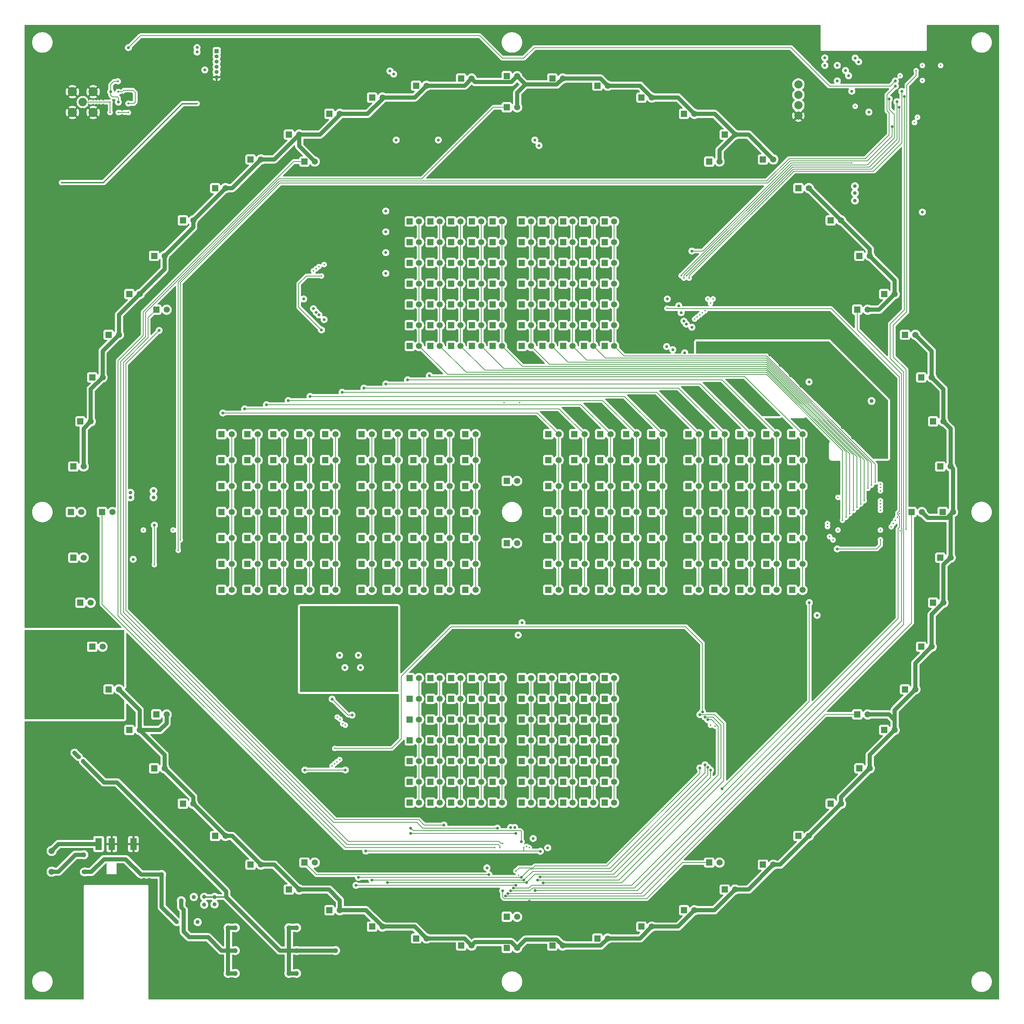
<source format=gbr>
%TF.GenerationSoftware,KiCad,Pcbnew,8.0.3*%
%TF.CreationDate,2024-06-09T22:24:32+02:00*%
%TF.ProjectId,broadcast_clock,62726f61-6463-4617-9374-5f636c6f636b,rev?*%
%TF.SameCoordinates,Original*%
%TF.FileFunction,Copper,L3,Inr*%
%TF.FilePolarity,Positive*%
%FSLAX46Y46*%
G04 Gerber Fmt 4.6, Leading zero omitted, Abs format (unit mm)*
G04 Created by KiCad (PCBNEW 8.0.3) date 2024-06-09 22:24:32*
%MOMM*%
%LPD*%
G01*
G04 APERTURE LIST*
%TA.AperFunction,ComponentPad*%
%ADD10R,1.500000X1.500000*%
%TD*%
%TA.AperFunction,ComponentPad*%
%ADD11C,1.500000*%
%TD*%
%TA.AperFunction,ComponentPad*%
%ADD12R,1.600000X2.900000*%
%TD*%
%TA.AperFunction,ComponentPad*%
%ADD13C,2.050000*%
%TD*%
%TA.AperFunction,ComponentPad*%
%ADD14C,2.250000*%
%TD*%
%TA.AperFunction,ComponentPad*%
%ADD15R,1.000000X1.000000*%
%TD*%
%TA.AperFunction,ComponentPad*%
%ADD16O,1.000000X1.000000*%
%TD*%
%TA.AperFunction,ComponentPad*%
%ADD17C,2.000000*%
%TD*%
%TA.AperFunction,ViaPad*%
%ADD18C,0.350000*%
%TD*%
%TA.AperFunction,ViaPad*%
%ADD19C,0.700000*%
%TD*%
%TA.AperFunction,ViaPad*%
%ADD20C,1.200000*%
%TD*%
%TA.AperFunction,ViaPad*%
%ADD21C,0.900000*%
%TD*%
%TA.AperFunction,ViaPad*%
%ADD22C,1.000000*%
%TD*%
%TA.AperFunction,ViaPad*%
%ADD23C,0.500000*%
%TD*%
%TA.AperFunction,Conductor*%
%ADD24C,0.150000*%
%TD*%
%TA.AperFunction,Conductor*%
%ADD25C,0.300000*%
%TD*%
%TA.AperFunction,Conductor*%
%ADD26C,1.000000*%
%TD*%
G04 APERTURE END LIST*
D10*
%TO.N,/Clock face/LED display/LED matrices/U2D0D1R6*%
%TO.C,D225*%
X125476000Y-211455000D03*
D11*
%TO.N,/Clock face/LED display/LED matrices/U2D0D2C2*%
X127762000Y-211455000D03*
%TD*%
D10*
%TO.N,/Clock face/LED display/LED matrices/U2D0D1R7*%
%TO.C,D254*%
X147828000Y-216535000D03*
D11*
%TO.N,/Clock face/LED display/LED matrices/U2D1D3C1*%
X150114000Y-216535000D03*
%TD*%
D10*
%TO.N,/Clock face/LED display/LED matrices/U2D0D1R5*%
%TO.C,D238*%
X135636000Y-206375000D03*
D11*
%TO.N,/Clock face/LED display/LED matrices/U2D0D2C4*%
X137922000Y-206375000D03*
%TD*%
D10*
%TO.N,/Clock face/LED display/LED matrices/U2D2D3R2*%
%TO.C,D340*%
X163068000Y-79375000D03*
D11*
%TO.N,/Clock face/LED display/LED matrices/U2D1D3C4*%
X165354000Y-79375000D03*
%TD*%
D10*
%TO.N,/Clock face/LED display/LED matrices/U2D2D3R4*%
%TO.C,D293*%
X125476000Y-89535000D03*
D11*
%TO.N,/Clock face/LED display/LED matrices/U2D0D2C2*%
X127762000Y-89535000D03*
%TD*%
D10*
%TO.N,/Clock face/LED display/LED matrices/U2D2D3R3*%
%TO.C,D327*%
X152908000Y-84455000D03*
D11*
%TO.N,/Clock face/LED display/LED matrices/U2D1D3C2*%
X155194000Y-84455000D03*
%TD*%
D10*
%TO.N,/Clock face/LED display/LED matrices/U2D2D3R6*%
%TO.C,D309*%
X135636000Y-99695000D03*
D11*
%TO.N,/Clock face/LED display/LED matrices/U2D0D2C4*%
X137922000Y-99695000D03*
%TD*%
D10*
%TO.N,/Clock face/LED display/LED matrices/U2D2D3R7*%
%TO.C,D303*%
X130556000Y-104775000D03*
D11*
%TO.N,/Clock face/LED display/LED matrices/U2D0D2C3*%
X132842000Y-104775000D03*
%TD*%
D10*
%TO.N,/Clock face/LED display/LED matrices/U2D2D3R1*%
%TO.C,D283*%
X120396000Y-74295000D03*
D11*
%TO.N,/Clock face/LED display/LED matrices/U2D0D2C1*%
X122682000Y-74295000D03*
%TD*%
D10*
%TO.N,/Clock face/LED display/LED matrices/U2D0D1R7*%
%TO.C,D219*%
X120396000Y-216535000D03*
D11*
%TO.N,/Clock face/LED display/LED matrices/U2D0D2C1*%
X122682000Y-216535000D03*
%TD*%
D10*
%TO.N,/Clock face/LED display/LED matrices/U2D2D3R2*%
%TO.C,D291*%
X125476000Y-79375000D03*
D11*
%TO.N,/Clock face/LED display/LED matrices/U2D0D2C2*%
X127762000Y-79375000D03*
%TD*%
D10*
%TO.N,/Clock face/LED display/LED matrices/U2D0D1R4*%
%TO.C,D265*%
X157988000Y-201295000D03*
D11*
%TO.N,/Clock face/LED display/LED matrices/U2D1D3C3*%
X160274000Y-201295000D03*
%TD*%
D10*
%TO.N,/Clock face/LED display/LED matrices/U2D2D3R7*%
%TO.C,D324*%
X147828000Y-104775000D03*
D11*
%TO.N,/Clock face/LED display/LED matrices/U2D1D3C1*%
X150114000Y-104775000D03*
%TD*%
D10*
%TO.N,/Clock face/LED display/LED matrices/U2D0D1R1*%
%TO.C,D276*%
X168148000Y-186055000D03*
D11*
%TO.N,/Clock face/LED display/LED matrices/U2D1D3C5*%
X170434000Y-186055000D03*
%TD*%
D10*
%TO.N,/Clock face/LED display/LED matrices/U2D0D1R3*%
%TO.C,D278*%
X168148000Y-196215000D03*
D11*
%TO.N,/Clock face/LED display/LED matrices/U2D1D3C5*%
X170434000Y-196215000D03*
%TD*%
D10*
%TO.N,/Clock face/LED display/LED matrices/U2D2D3R2*%
%TO.C,D284*%
X120396000Y-79375000D03*
D11*
%TO.N,/Clock face/LED display/LED matrices/U2D0D2C1*%
X122682000Y-79375000D03*
%TD*%
D10*
%TO.N,/Clock face/LED display/LED matrices/U2D2D3R4*%
%TO.C,D286*%
X120396000Y-89535000D03*
D11*
%TO.N,/Clock face/LED display/LED matrices/U2D0D2C1*%
X122682000Y-89535000D03*
%TD*%
D10*
%TO.N,/Clock face/LED display/LED matrices/U2D2D3R1*%
%TO.C,D318*%
X147828000Y-74295000D03*
D11*
%TO.N,/Clock face/LED display/LED matrices/U2D1D3C1*%
X150114000Y-74295000D03*
%TD*%
D10*
%TO.N,/Clock face/LED display/LED matrices/U2D2D3R2*%
%TO.C,D333*%
X157988000Y-79375000D03*
D11*
%TO.N,/Clock face/LED display/LED matrices/U2D1D3C3*%
X160274000Y-79375000D03*
%TD*%
D10*
%TO.N,/Clock face/LED display/LED matrices/U2D2D3R3*%
%TO.C,D313*%
X140716000Y-84455000D03*
D11*
%TO.N,/Clock face/LED display/LED matrices/U2D0D2C5*%
X143002000Y-84455000D03*
%TD*%
D10*
%TO.N,/Clock face/LED display/LED matrices/U2D0D1R3*%
%TO.C,D215*%
X120396000Y-196215000D03*
D11*
%TO.N,/Clock face/LED display/LED matrices/U2D0D2C1*%
X122682000Y-196215000D03*
%TD*%
D10*
%TO.N,/Clock face/LED display/LED matrices/U2D2D3R3*%
%TO.C,D348*%
X168148000Y-84455000D03*
D11*
%TO.N,/Clock face/LED display/LED matrices/U2D1D3C5*%
X170434000Y-84455000D03*
%TD*%
D10*
%TO.N,/Clock face/LED display/LED matrices/U2D2D3R7*%
%TO.C,D345*%
X163068000Y-104775000D03*
D11*
%TO.N,/Clock face/LED display/LED matrices/U2D1D3C4*%
X165354000Y-104775000D03*
%TD*%
D10*
%TO.N,/Clock face/LED display/LED matrices/U2D0D1R6*%
%TO.C,D239*%
X135636000Y-211455000D03*
D11*
%TO.N,/Clock face/LED display/LED matrices/U2D0D2C4*%
X137922000Y-211455000D03*
%TD*%
D10*
%TO.N,/Clock face/LED display/LED matrices/U2D2D3R2*%
%TO.C,D305*%
X135636000Y-79375000D03*
D11*
%TO.N,/Clock face/LED display/LED matrices/U2D0D2C4*%
X137922000Y-79375000D03*
%TD*%
D10*
%TO.N,/Clock face/LED display/LED matrices/U2D0D1R1*%
%TO.C,D227*%
X130556000Y-186055000D03*
D11*
%TO.N,/Clock face/LED display/LED matrices/U2D0D2C3*%
X132842000Y-186055000D03*
%TD*%
D10*
%TO.N,/Clock face/LED display/LED matrices/U2D0D1R2*%
%TO.C,D263*%
X157988000Y-191135000D03*
D11*
%TO.N,/Clock face/LED display/LED matrices/U2D1D3C3*%
X160274000Y-191135000D03*
%TD*%
D10*
%TO.N,/Clock face/LED display/LED matrices/U2D2D3R7*%
%TO.C,D338*%
X157988000Y-104775000D03*
D11*
%TO.N,/Clock face/LED display/LED matrices/U2D1D3C3*%
X160274000Y-104775000D03*
%TD*%
D10*
%TO.N,/Clock face/LED display/LED matrices/U2D0D1R2*%
%TO.C,D214*%
X120396000Y-191135000D03*
D11*
%TO.N,/Clock face/LED display/LED matrices/U2D0D2C1*%
X122682000Y-191135000D03*
%TD*%
D10*
%TO.N,/Clock face/LED display/LED matrices/U2D2D3R5*%
%TO.C,D343*%
X163068000Y-94615000D03*
D11*
%TO.N,/Clock face/LED display/LED matrices/U2D1D3C4*%
X165354000Y-94615000D03*
%TD*%
D10*
%TO.N,/Clock face/LED display/LED matrices/U2D0D1R5*%
%TO.C,D231*%
X130556000Y-206375000D03*
D11*
%TO.N,/Clock face/LED display/LED matrices/U2D0D2C3*%
X132842000Y-206375000D03*
%TD*%
D10*
%TO.N,/Clock face/LED display/LED matrices/U2D0D1R7*%
%TO.C,D268*%
X157988000Y-216535000D03*
D11*
%TO.N,/Clock face/LED display/LED matrices/U2D1D3C3*%
X160274000Y-216535000D03*
%TD*%
D10*
%TO.N,/Clock face/LED display/LED matrices/U2D0D1R1*%
%TO.C,D255*%
X152908000Y-186055000D03*
D11*
%TO.N,/Clock face/LED display/LED matrices/U2D1D3C2*%
X155194000Y-186055000D03*
%TD*%
D10*
%TO.N,/Clock face/LED display/LED matrices/U2D0D1R2*%
%TO.C,D256*%
X152908000Y-191135000D03*
D11*
%TO.N,/Clock face/LED display/LED matrices/U2D1D3C2*%
X155194000Y-191135000D03*
%TD*%
D10*
%TO.N,/Clock face/LED display/LED matrices/U2D0D1R6*%
%TO.C,D281*%
X168148000Y-211455000D03*
D11*
%TO.N,/Clock face/LED display/LED matrices/U2D1D3C5*%
X170434000Y-211455000D03*
%TD*%
D10*
%TO.N,/Clock face/LED display/LED matrices/U2D0D1R6*%
%TO.C,D274*%
X163068000Y-211455000D03*
D11*
%TO.N,/Clock face/LED display/LED matrices/U2D1D3C4*%
X165354000Y-211455000D03*
%TD*%
D10*
%TO.N,/Clock face/LED display/LED matrices/U2D2D3R2*%
%TO.C,D326*%
X152908000Y-79375000D03*
D11*
%TO.N,/Clock face/LED display/LED matrices/U2D1D3C2*%
X155194000Y-79375000D03*
%TD*%
D10*
%TO.N,/Clock face/LED display/LED matrices/U2D0D1R1*%
%TO.C,D213*%
X120396000Y-186055000D03*
D11*
%TO.N,/Clock face/LED display/LED matrices/U2D0D2C1*%
X122682000Y-186055000D03*
%TD*%
D10*
%TO.N,/Clock face/LED display/LED matrices/U2D2D3R6*%
%TO.C,D351*%
X168148000Y-99695000D03*
D11*
%TO.N,/Clock face/LED display/LED matrices/U2D1D3C5*%
X170434000Y-99695000D03*
%TD*%
D10*
%TO.N,/Clock face/LED display/LED matrices/U2D2D3R5*%
%TO.C,D308*%
X135636000Y-94615000D03*
D11*
%TO.N,/Clock face/LED display/LED matrices/U2D0D2C4*%
X137922000Y-94615000D03*
%TD*%
D10*
%TO.N,/Clock face/LED display/LED matrices/U2D0D1R4*%
%TO.C,D258*%
X152908000Y-201295000D03*
D11*
%TO.N,/Clock face/LED display/LED matrices/U2D1D3C2*%
X155194000Y-201295000D03*
%TD*%
D10*
%TO.N,/Clock face/LED display/LED matrices/U2D2D3R1*%
%TO.C,D311*%
X140716000Y-74295000D03*
D11*
%TO.N,/Clock face/LED display/LED matrices/U2D0D2C5*%
X143002000Y-74295000D03*
%TD*%
D10*
%TO.N,/Clock face/LED display/LED matrices/U2D2D3R1*%
%TO.C,D297*%
X130556000Y-74295000D03*
D11*
%TO.N,/Clock face/LED display/LED matrices/U2D0D2C3*%
X132842000Y-74295000D03*
%TD*%
D10*
%TO.N,/Clock face/LED display/LED matrices/U2D2D3R7*%
%TO.C,D317*%
X140716000Y-104775000D03*
D11*
%TO.N,/Clock face/LED display/LED matrices/U2D0D2C5*%
X143002000Y-104775000D03*
%TD*%
D10*
%TO.N,/Clock face/LED display/LED matrices/U2D2D3R7*%
%TO.C,D289*%
X120396000Y-104775000D03*
D11*
%TO.N,/Clock face/LED display/LED matrices/U2D0D2C1*%
X122682000Y-104775000D03*
%TD*%
D10*
%TO.N,/Clock face/LED display/LED matrices/U2D2D3R2*%
%TO.C,D298*%
X130556000Y-79375000D03*
D11*
%TO.N,/Clock face/LED display/LED matrices/U2D0D2C3*%
X132842000Y-79375000D03*
%TD*%
D10*
%TO.N,/Clock face/LED display/LED matrices/U2D0D1R3*%
%TO.C,D229*%
X130556000Y-196215000D03*
D11*
%TO.N,/Clock face/LED display/LED matrices/U2D0D2C3*%
X132842000Y-196215000D03*
%TD*%
D10*
%TO.N,/Clock face/LED display/LED matrices/U2D2D3R5*%
%TO.C,D287*%
X120396000Y-94615000D03*
D11*
%TO.N,/Clock face/LED display/LED matrices/U2D0D2C1*%
X122682000Y-94615000D03*
%TD*%
D10*
%TO.N,/Clock face/LED display/LED matrices/U2D0D1R6*%
%TO.C,D218*%
X120396000Y-211455000D03*
D11*
%TO.N,/Clock face/LED display/LED matrices/U2D0D2C1*%
X122682000Y-211455000D03*
%TD*%
D10*
%TO.N,/Clock face/LED display/LED matrices/U2D2D3R4*%
%TO.C,D349*%
X168148000Y-89535000D03*
D11*
%TO.N,/Clock face/LED display/LED matrices/U2D1D3C5*%
X170434000Y-89535000D03*
%TD*%
D10*
%TO.N,/Clock face/LED display/LED matrices/U2D2D3R3*%
%TO.C,D285*%
X120396000Y-84455000D03*
D11*
%TO.N,/Clock face/LED display/LED matrices/U2D0D2C1*%
X122682000Y-84455000D03*
%TD*%
D10*
%TO.N,/Clock face/LED display/LED matrices/U2D2D3R5*%
%TO.C,D315*%
X140716000Y-94615000D03*
D11*
%TO.N,/Clock face/LED display/LED matrices/U2D0D2C5*%
X143002000Y-94615000D03*
%TD*%
D10*
%TO.N,/Clock face/LED display/LED matrices/U2D2D3R3*%
%TO.C,D299*%
X130556000Y-84455000D03*
D11*
%TO.N,/Clock face/LED display/LED matrices/U2D0D2C3*%
X132842000Y-84455000D03*
%TD*%
D10*
%TO.N,/Clock face/LED display/LED matrices/U2D0D1R3*%
%TO.C,D250*%
X147828000Y-196215000D03*
D11*
%TO.N,/Clock face/LED display/LED matrices/U2D1D3C1*%
X150114000Y-196215000D03*
%TD*%
D10*
%TO.N,/Clock face/LED display/LED matrices/U2D2D3R1*%
%TO.C,D339*%
X163068000Y-74295000D03*
D11*
%TO.N,/Clock face/LED display/LED matrices/U2D1D3C4*%
X165354000Y-74295000D03*
%TD*%
D10*
%TO.N,/Clock face/LED display/LED matrices/U2D2D3R7*%
%TO.C,D331*%
X152908000Y-104775000D03*
D11*
%TO.N,/Clock face/LED display/LED matrices/U2D1D3C2*%
X155194000Y-104775000D03*
%TD*%
D10*
%TO.N,/Clock face/LED display/LED matrices/U2D0D1R3*%
%TO.C,D236*%
X135636000Y-196215000D03*
D11*
%TO.N,/Clock face/LED display/LED matrices/U2D0D2C4*%
X137922000Y-196215000D03*
%TD*%
D10*
%TO.N,/Clock face/LED display/LED matrices/U2D0D1R5*%
%TO.C,D245*%
X140716000Y-206375000D03*
D11*
%TO.N,/Clock face/LED display/LED matrices/U2D0D2C5*%
X143002000Y-206375000D03*
%TD*%
D10*
%TO.N,/Clock face/LED display/LED matrices/U2D0D1R7*%
%TO.C,D282*%
X168148000Y-216535000D03*
D11*
%TO.N,/Clock face/LED display/LED matrices/U2D1D3C5*%
X170434000Y-216535000D03*
%TD*%
D10*
%TO.N,/Clock face/LED display/LED matrices/U2D0D1R7*%
%TO.C,D240*%
X135636000Y-216535000D03*
D11*
%TO.N,/Clock face/LED display/LED matrices/U2D0D2C4*%
X137922000Y-216535000D03*
%TD*%
D10*
%TO.N,/Clock face/LED display/LED matrices/U2D0D1R1*%
%TO.C,D248*%
X147828000Y-186055000D03*
D11*
%TO.N,/Clock face/LED display/LED matrices/U2D1D3C1*%
X150114000Y-186055000D03*
%TD*%
D10*
%TO.N,/Clock face/LED display/LED matrices/U2D0D1R7*%
%TO.C,D226*%
X125476000Y-216535000D03*
D11*
%TO.N,/Clock face/LED display/LED matrices/U2D0D2C2*%
X127762000Y-216535000D03*
%TD*%
D10*
%TO.N,/Clock face/LED display/LED matrices/U2D0D1R3*%
%TO.C,D271*%
X163068000Y-196215000D03*
D11*
%TO.N,/Clock face/LED display/LED matrices/U2D1D3C4*%
X165354000Y-196215000D03*
%TD*%
D10*
%TO.N,/Clock face/LED display/LED matrices/U2D2D3R6*%
%TO.C,D337*%
X157988000Y-99695000D03*
D11*
%TO.N,/Clock face/LED display/LED matrices/U2D1D3C3*%
X160274000Y-99695000D03*
%TD*%
D10*
%TO.N,/Clock face/LED display/LED matrices/U2D2D3R5*%
%TO.C,D322*%
X147828000Y-94615000D03*
D11*
%TO.N,/Clock face/LED display/LED matrices/U2D1D3C1*%
X150114000Y-94615000D03*
%TD*%
D10*
%TO.N,/Clock face/LED display/LED matrices/U2D2D3R4*%
%TO.C,D335*%
X157988000Y-89535000D03*
D11*
%TO.N,/Clock face/LED display/LED matrices/U2D1D3C3*%
X160274000Y-89535000D03*
%TD*%
D10*
%TO.N,/Clock face/LED display/LED matrices/U2D0D1R4*%
%TO.C,D230*%
X130556000Y-201295000D03*
D11*
%TO.N,/Clock face/LED display/LED matrices/U2D0D2C3*%
X132842000Y-201295000D03*
%TD*%
D10*
%TO.N,/Clock face/LED display/LED matrices/U2D2D3R1*%
%TO.C,D290*%
X125476000Y-74295000D03*
D11*
%TO.N,/Clock face/LED display/LED matrices/U2D0D2C2*%
X127762000Y-74295000D03*
%TD*%
D10*
%TO.N,/Clock face/LED display/LED matrices/U2D0D1R5*%
%TO.C,D217*%
X120396000Y-206375000D03*
D11*
%TO.N,/Clock face/LED display/LED matrices/U2D0D2C1*%
X122682000Y-206375000D03*
%TD*%
D10*
%TO.N,/Clock face/LED display/LED matrices/U2D0D1R6*%
%TO.C,D232*%
X130556000Y-211455000D03*
D11*
%TO.N,/Clock face/LED display/LED matrices/U2D0D2C3*%
X132842000Y-211455000D03*
%TD*%
D10*
%TO.N,/Clock face/LED display/LED matrices/U2D0D1R7*%
%TO.C,D275*%
X163068000Y-216535000D03*
D11*
%TO.N,/Clock face/LED display/LED matrices/U2D1D3C4*%
X165354000Y-216535000D03*
%TD*%
D10*
%TO.N,/Clock face/LED display/LED matrices/U2D0D1R2*%
%TO.C,D249*%
X147828000Y-191135000D03*
D11*
%TO.N,/Clock face/LED display/LED matrices/U2D1D3C1*%
X150114000Y-191135000D03*
%TD*%
D10*
%TO.N,/Clock face/LED display/LED matrices/U2D0D1R3*%
%TO.C,D222*%
X125476000Y-196215000D03*
D11*
%TO.N,/Clock face/LED display/LED matrices/U2D0D2C2*%
X127762000Y-196215000D03*
%TD*%
D10*
%TO.N,/Clock face/LED display/LED matrices/U2D0D1R3*%
%TO.C,D264*%
X157988000Y-196215000D03*
D11*
%TO.N,/Clock face/LED display/LED matrices/U2D1D3C3*%
X160274000Y-196215000D03*
%TD*%
D10*
%TO.N,/Clock face/LED display/LED matrices/U2D0D1R1*%
%TO.C,D269*%
X163068000Y-186055000D03*
D11*
%TO.N,/Clock face/LED display/LED matrices/U2D1D3C4*%
X165354000Y-186055000D03*
%TD*%
D10*
%TO.N,/Clock face/LED display/LED matrices/U2D2D3R4*%
%TO.C,D300*%
X130556000Y-89535000D03*
D11*
%TO.N,/Clock face/LED display/LED matrices/U2D0D2C3*%
X132842000Y-89535000D03*
%TD*%
D10*
%TO.N,/Clock face/LED display/LED matrices/U2D0D1R5*%
%TO.C,D252*%
X147828000Y-206375000D03*
D11*
%TO.N,/Clock face/LED display/LED matrices/U2D1D3C1*%
X150114000Y-206375000D03*
%TD*%
D10*
%TO.N,/Clock face/LED display/LED matrices/U2D0D1R6*%
%TO.C,D253*%
X147828000Y-211455000D03*
D11*
%TO.N,/Clock face/LED display/LED matrices/U2D1D3C1*%
X150114000Y-211455000D03*
%TD*%
D10*
%TO.N,/Clock face/LED display/LED matrices/U2D0D1R5*%
%TO.C,D224*%
X125476000Y-206375000D03*
D11*
%TO.N,/Clock face/LED display/LED matrices/U2D0D2C2*%
X127762000Y-206375000D03*
%TD*%
D10*
%TO.N,/Clock face/LED display/LED matrices/U2D0D1R1*%
%TO.C,D234*%
X135636000Y-186055000D03*
D11*
%TO.N,/Clock face/LED display/LED matrices/U2D0D2C4*%
X137922000Y-186055000D03*
%TD*%
D10*
%TO.N,/Clock face/LED display/LED matrices/U2D0D1R7*%
%TO.C,D247*%
X140716000Y-216535000D03*
D11*
%TO.N,/Clock face/LED display/LED matrices/U2D0D2C5*%
X143002000Y-216535000D03*
%TD*%
D10*
%TO.N,/Clock face/LED display/LED matrices/U2D2D3R1*%
%TO.C,D325*%
X152908000Y-74295000D03*
D11*
%TO.N,/Clock face/LED display/LED matrices/U2D1D3C2*%
X155194000Y-74295000D03*
%TD*%
D10*
%TO.N,/Clock face/LED display/LED matrices/U2D2D3R6*%
%TO.C,D288*%
X120396000Y-99695000D03*
D11*
%TO.N,/Clock face/LED display/LED matrices/U2D0D2C1*%
X122682000Y-99695000D03*
%TD*%
D10*
%TO.N,/Clock face/LED display/LED matrices/U2D0D1R2*%
%TO.C,D228*%
X130556000Y-191135000D03*
D11*
%TO.N,/Clock face/LED display/LED matrices/U2D0D2C3*%
X132842000Y-191135000D03*
%TD*%
D10*
%TO.N,/Clock face/LED display/LED matrices/U2D2D3R5*%
%TO.C,D350*%
X168148000Y-94615000D03*
D11*
%TO.N,/Clock face/LED display/LED matrices/U2D1D3C5*%
X170434000Y-94615000D03*
%TD*%
D10*
%TO.N,/Clock face/LED display/LED matrices/U2D2D3R3*%
%TO.C,D334*%
X157988000Y-84455000D03*
D11*
%TO.N,/Clock face/LED display/LED matrices/U2D1D3C3*%
X160274000Y-84455000D03*
%TD*%
D10*
%TO.N,/Clock face/LED display/LED matrices/U2D2D3R3*%
%TO.C,D320*%
X147828000Y-84455000D03*
D11*
%TO.N,/Clock face/LED display/LED matrices/U2D1D3C1*%
X150114000Y-84455000D03*
%TD*%
D10*
%TO.N,/Clock face/LED display/LED matrices/U2D0D1R5*%
%TO.C,D259*%
X152908000Y-206375000D03*
D11*
%TO.N,/Clock face/LED display/LED matrices/U2D1D3C2*%
X155194000Y-206375000D03*
%TD*%
D10*
%TO.N,/Clock face/LED display/LED matrices/U2D2D3R3*%
%TO.C,D292*%
X125476000Y-84455000D03*
D11*
%TO.N,/Clock face/LED display/LED matrices/U2D0D2C2*%
X127762000Y-84455000D03*
%TD*%
D10*
%TO.N,/Clock face/LED display/LED matrices/U2D0D1R4*%
%TO.C,D216*%
X120396000Y-201295000D03*
D11*
%TO.N,/Clock face/LED display/LED matrices/U2D0D2C1*%
X122682000Y-201295000D03*
%TD*%
D10*
%TO.N,/Clock face/LED display/LED matrices/U2D0D1R6*%
%TO.C,D267*%
X157988000Y-211455000D03*
D11*
%TO.N,/Clock face/LED display/LED matrices/U2D1D3C3*%
X160274000Y-211455000D03*
%TD*%
D10*
%TO.N,/Clock face/LED display/LED matrices/U2D0D1R1*%
%TO.C,D220*%
X125476000Y-186055000D03*
D11*
%TO.N,/Clock face/LED display/LED matrices/U2D0D2C2*%
X127762000Y-186055000D03*
%TD*%
D10*
%TO.N,/Clock face/LED display/LED matrices/U2D2D3R5*%
%TO.C,D301*%
X130556000Y-94615000D03*
D11*
%TO.N,/Clock face/LED display/LED matrices/U2D0D2C3*%
X132842000Y-94615000D03*
%TD*%
D10*
%TO.N,/Clock face/LED display/LED matrices/U2D2D3R1*%
%TO.C,D304*%
X135636000Y-74295000D03*
D11*
%TO.N,/Clock face/LED display/LED matrices/U2D0D2C4*%
X137922000Y-74295000D03*
%TD*%
D10*
%TO.N,/Clock face/LED display/LED matrices/U2D2D3R2*%
%TO.C,D347*%
X168148000Y-79375000D03*
D11*
%TO.N,/Clock face/LED display/LED matrices/U2D1D3C5*%
X170434000Y-79375000D03*
%TD*%
D10*
%TO.N,/Clock face/LED display/LED matrices/U2D0D1R7*%
%TO.C,D233*%
X130556000Y-216535000D03*
D11*
%TO.N,/Clock face/LED display/LED matrices/U2D0D2C3*%
X132842000Y-216535000D03*
%TD*%
D10*
%TO.N,/Clock face/LED display/LED matrices/U2D0D1R4*%
%TO.C,D223*%
X125476000Y-201295000D03*
D11*
%TO.N,/Clock face/LED display/LED matrices/U2D0D2C2*%
X127762000Y-201295000D03*
%TD*%
D10*
%TO.N,/Clock face/LED display/LED matrices/U2D2D3R7*%
%TO.C,D296*%
X125476000Y-104775000D03*
D11*
%TO.N,/Clock face/LED display/LED matrices/U2D0D2C2*%
X127762000Y-104775000D03*
%TD*%
D10*
%TO.N,/Clock face/LED display/LED matrices/U2D0D1R5*%
%TO.C,D280*%
X168148000Y-206375000D03*
D11*
%TO.N,/Clock face/LED display/LED matrices/U2D1D3C5*%
X170434000Y-206375000D03*
%TD*%
D10*
%TO.N,/Clock face/LED display/LED matrices/U2D2D3R1*%
%TO.C,D346*%
X168148000Y-74295000D03*
D11*
%TO.N,/Clock face/LED display/LED matrices/U2D1D3C5*%
X170434000Y-74295000D03*
%TD*%
D10*
%TO.N,/Clock face/LED display/LED matrices/U2D2D3R3*%
%TO.C,D306*%
X135636000Y-84455000D03*
D11*
%TO.N,/Clock face/LED display/LED matrices/U2D0D2C4*%
X137922000Y-84455000D03*
%TD*%
D10*
%TO.N,/Clock face/LED display/LED matrices/U2D0D1R7*%
%TO.C,D261*%
X152908000Y-216535000D03*
D11*
%TO.N,/Clock face/LED display/LED matrices/U2D1D3C2*%
X155194000Y-216535000D03*
%TD*%
D10*
%TO.N,/Clock face/LED display/LED matrices/U2D2D3R2*%
%TO.C,D312*%
X140716000Y-79375000D03*
D11*
%TO.N,/Clock face/LED display/LED matrices/U2D0D2C5*%
X143002000Y-79375000D03*
%TD*%
D10*
%TO.N,/Clock face/LED display/LED matrices/U2D0D1R4*%
%TO.C,D272*%
X163068000Y-201295000D03*
D11*
%TO.N,/Clock face/LED display/LED matrices/U2D1D3C4*%
X165354000Y-201295000D03*
%TD*%
D10*
%TO.N,/Clock face/LED display/LED matrices/U2D0D1R5*%
%TO.C,D273*%
X163068000Y-206375000D03*
D11*
%TO.N,/Clock face/LED display/LED matrices/U2D1D3C4*%
X165354000Y-206375000D03*
%TD*%
D10*
%TO.N,/Clock face/LED display/LED matrices/U2D2D3R6*%
%TO.C,D295*%
X125476000Y-99695000D03*
D11*
%TO.N,/Clock face/LED display/LED matrices/U2D0D2C2*%
X127762000Y-99695000D03*
%TD*%
D10*
%TO.N,/Clock face/LED display/LED matrices/U2D2D3R5*%
%TO.C,D294*%
X125476000Y-94615000D03*
D11*
%TO.N,/Clock face/LED display/LED matrices/U2D0D2C2*%
X127762000Y-94615000D03*
%TD*%
D10*
%TO.N,/Clock face/LED display/LED matrices/U2D2D3R5*%
%TO.C,D329*%
X152908000Y-94615000D03*
D11*
%TO.N,/Clock face/LED display/LED matrices/U2D1D3C2*%
X155194000Y-94615000D03*
%TD*%
D10*
%TO.N,/Clock face/LED display/LED matrices/U2D0D1R5*%
%TO.C,D266*%
X157988000Y-206375000D03*
D11*
%TO.N,/Clock face/LED display/LED matrices/U2D1D3C3*%
X160274000Y-206375000D03*
%TD*%
D10*
%TO.N,/Clock face/LED display/LED matrices/U2D2D3R6*%
%TO.C,D302*%
X130556000Y-99695000D03*
D11*
%TO.N,/Clock face/LED display/LED matrices/U2D0D2C3*%
X132842000Y-99695000D03*
%TD*%
D10*
%TO.N,/Clock face/LED display/LED matrices/U2D2D3R2*%
%TO.C,D319*%
X147828000Y-79375000D03*
D11*
%TO.N,/Clock face/LED display/LED matrices/U2D1D3C1*%
X150114000Y-79375000D03*
%TD*%
D10*
%TO.N,/Clock face/LED display/LED matrices/U2D2D3R7*%
%TO.C,D310*%
X135636000Y-104775000D03*
D11*
%TO.N,/Clock face/LED display/LED matrices/U2D0D2C4*%
X137922000Y-104775000D03*
%TD*%
D10*
%TO.N,/Clock face/LED display/LED matrices/U2D2D3R4*%
%TO.C,D321*%
X147828000Y-89535000D03*
D11*
%TO.N,/Clock face/LED display/LED matrices/U2D1D3C1*%
X150114000Y-89535000D03*
%TD*%
D10*
%TO.N,/Clock face/LED display/LED matrices/U2D2D3R1*%
%TO.C,D332*%
X157988000Y-74295000D03*
D11*
%TO.N,/Clock face/LED display/LED matrices/U2D1D3C3*%
X160274000Y-74295000D03*
%TD*%
D10*
%TO.N,/Clock face/LED display/LED matrices/U2D0D1R3*%
%TO.C,D257*%
X152908000Y-196215000D03*
D11*
%TO.N,/Clock face/LED display/LED matrices/U2D1D3C2*%
X155194000Y-196215000D03*
%TD*%
D10*
%TO.N,/Clock face/LED display/LED matrices/U2D2D3R3*%
%TO.C,D341*%
X163068000Y-84455000D03*
D11*
%TO.N,/Clock face/LED display/LED matrices/U2D1D3C4*%
X165354000Y-84455000D03*
%TD*%
D10*
%TO.N,/Clock face/LED display/LED matrices/U2D0D1R2*%
%TO.C,D270*%
X163068000Y-191135000D03*
D11*
%TO.N,/Clock face/LED display/LED matrices/U2D1D3C4*%
X165354000Y-191135000D03*
%TD*%
D10*
%TO.N,/Clock face/LED display/LED matrices/U2D2D3R6*%
%TO.C,D323*%
X147828000Y-99695000D03*
D11*
%TO.N,/Clock face/LED display/LED matrices/U2D1D3C1*%
X150114000Y-99695000D03*
%TD*%
D10*
%TO.N,/Clock face/LED display/LED matrices/U2D2D3R4*%
%TO.C,D307*%
X135636000Y-89535000D03*
D11*
%TO.N,/Clock face/LED display/LED matrices/U2D0D2C4*%
X137922000Y-89535000D03*
%TD*%
D10*
%TO.N,/Clock face/LED display/LED matrices/U2D0D1R2*%
%TO.C,D221*%
X125476000Y-191135000D03*
D11*
%TO.N,/Clock face/LED display/LED matrices/U2D0D2C2*%
X127762000Y-191135000D03*
%TD*%
D10*
%TO.N,/Clock face/LED display/LED matrices/U2D0D1R3*%
%TO.C,D243*%
X140716000Y-196215000D03*
D11*
%TO.N,/Clock face/LED display/LED matrices/U2D0D2C5*%
X143002000Y-196215000D03*
%TD*%
D10*
%TO.N,/Clock face/LED display/LED matrices/U2D0D1R1*%
%TO.C,D241*%
X140716000Y-186055000D03*
D11*
%TO.N,/Clock face/LED display/LED matrices/U2D0D2C5*%
X143002000Y-186055000D03*
%TD*%
D10*
%TO.N,/Clock face/LED display/LED matrices/U2D0D1R2*%
%TO.C,D277*%
X168148000Y-191135000D03*
D11*
%TO.N,/Clock face/LED display/LED matrices/U2D1D3C5*%
X170434000Y-191135000D03*
%TD*%
D10*
%TO.N,/Clock face/LED display/LED matrices/U2D0D1R4*%
%TO.C,D279*%
X168148000Y-201295000D03*
D11*
%TO.N,/Clock face/LED display/LED matrices/U2D1D3C5*%
X170434000Y-201295000D03*
%TD*%
D10*
%TO.N,/Clock face/LED display/LED matrices/U2D2D3R6*%
%TO.C,D316*%
X140716000Y-99695000D03*
D11*
%TO.N,/Clock face/LED display/LED matrices/U2D0D2C5*%
X143002000Y-99695000D03*
%TD*%
D10*
%TO.N,/Clock face/LED display/LED matrices/U2D2D3R4*%
%TO.C,D328*%
X152908000Y-89535000D03*
D11*
%TO.N,/Clock face/LED display/LED matrices/U2D1D3C2*%
X155194000Y-89535000D03*
%TD*%
D10*
%TO.N,/Clock face/LED display/LED matrices/U2D0D1R4*%
%TO.C,D237*%
X135636000Y-201295000D03*
D11*
%TO.N,/Clock face/LED display/LED matrices/U2D0D2C4*%
X137922000Y-201295000D03*
%TD*%
D10*
%TO.N,/Clock face/LED display/LED matrices/U2D0D1R6*%
%TO.C,D260*%
X152908000Y-211455000D03*
D11*
%TO.N,/Clock face/LED display/LED matrices/U2D1D3C2*%
X155194000Y-211455000D03*
%TD*%
D10*
%TO.N,/Clock face/LED display/LED matrices/U2D0D1R1*%
%TO.C,D262*%
X157988000Y-186055000D03*
D11*
%TO.N,/Clock face/LED display/LED matrices/U2D1D3C3*%
X160274000Y-186055000D03*
%TD*%
D10*
%TO.N,/Clock face/LED display/LED matrices/U2D0D1R6*%
%TO.C,D246*%
X140716000Y-211455000D03*
D11*
%TO.N,/Clock face/LED display/LED matrices/U2D0D2C5*%
X143002000Y-211455000D03*
%TD*%
D10*
%TO.N,/Clock face/LED display/LED matrices/U2D2D3R6*%
%TO.C,D344*%
X163068000Y-99695000D03*
D11*
%TO.N,/Clock face/LED display/LED matrices/U2D1D3C4*%
X165354000Y-99695000D03*
%TD*%
D10*
%TO.N,/Clock face/LED display/LED matrices/U2D0D1R2*%
%TO.C,D235*%
X135636000Y-191135000D03*
D11*
%TO.N,/Clock face/LED display/LED matrices/U2D0D2C4*%
X137922000Y-191135000D03*
%TD*%
D10*
%TO.N,/Clock face/LED display/LED matrices/U2D2D3R6*%
%TO.C,D330*%
X152908000Y-99695000D03*
D11*
%TO.N,/Clock face/LED display/LED matrices/U2D1D3C2*%
X155194000Y-99695000D03*
%TD*%
D10*
%TO.N,/Clock face/LED display/LED matrices/U2D0D1R4*%
%TO.C,D244*%
X140716000Y-201295000D03*
D11*
%TO.N,/Clock face/LED display/LED matrices/U2D0D2C5*%
X143002000Y-201295000D03*
%TD*%
D10*
%TO.N,/Clock face/LED display/LED matrices/U2D0D1R4*%
%TO.C,D251*%
X147828000Y-201295000D03*
D11*
%TO.N,/Clock face/LED display/LED matrices/U2D1D3C1*%
X150114000Y-201295000D03*
%TD*%
D10*
%TO.N,/Clock face/LED display/LED matrices/U2D2D3R4*%
%TO.C,D314*%
X140716000Y-89535000D03*
D11*
%TO.N,/Clock face/LED display/LED matrices/U2D0D2C5*%
X143002000Y-89535000D03*
%TD*%
D10*
%TO.N,/Clock face/LED display/LED matrices/U2D2D3R4*%
%TO.C,D342*%
X163068000Y-89535000D03*
D11*
%TO.N,/Clock face/LED display/LED matrices/U2D1D3C4*%
X165354000Y-89535000D03*
%TD*%
D10*
%TO.N,/Clock face/LED display/LED matrices/U2D2D3R5*%
%TO.C,D336*%
X157988000Y-94615000D03*
D11*
%TO.N,/Clock face/LED display/LED matrices/U2D1D3C3*%
X160274000Y-94615000D03*
%TD*%
D10*
%TO.N,/Clock face/LED display/LED matrices/U2D2D3R7*%
%TO.C,D352*%
X168148000Y-104775000D03*
D11*
%TO.N,/Clock face/LED display/LED matrices/U2D1D3C5*%
X170434000Y-104775000D03*
%TD*%
D10*
%TO.N,/Clock face/LED display/LED matrices/U2D0D1R2*%
%TO.C,D242*%
X140716000Y-191135000D03*
D11*
%TO.N,/Clock face/LED display/LED matrices/U2D0D2C5*%
X143002000Y-191135000D03*
%TD*%
%TO.N,Net-(F1-Pad1)*%
%TO.C,F1*%
X32766000Y-228346000D03*
%TO.N,Net-(D356-A)*%
X32766000Y-233426000D03*
%TD*%
D12*
%TO.N,GND*%
%TO.C,J2*%
X52764000Y-226646500D03*
X47464000Y-226646500D03*
%TO.N,Net-(F1-Pad1)*%
X44264000Y-226646500D03*
%TD*%
D10*
%TO.N,/Clock face/LED display/LED matrices/U1D0D1R3*%
%TO.C,D103*%
X99695000Y-139065000D03*
D11*
%TO.N,/Clock face/LED display/LED matrices/U1D0D2C5*%
X102235000Y-139065000D03*
%TD*%
D10*
%TO.N,Net-(D54-K)*%
%TO.C,D54*%
X81440069Y-59109067D03*
D11*
%TO.N,+3.3V_LED*%
X83980069Y-59109067D03*
%TD*%
D10*
%TO.N,/Clock face/LED display/LED matrices/U1D2D3R6*%
%TO.C,D169*%
X173355000Y-158115000D03*
D11*
%TO.N,/Clock face/LED display/LED matrices/U1D0D2C4*%
X175895000Y-158115000D03*
%TD*%
D10*
%TO.N,Net-(D45-K)*%
%TO.C,D45*%
X37465000Y-145415000D03*
D11*
%TO.N,+3.3V_LED*%
X40005000Y-145415000D03*
%TD*%
D10*
%TO.N,Net-(D65-K)*%
%TO.C,D65*%
X193675000Y-231203476D03*
D11*
%TO.N,+3.3V_LED*%
X196215000Y-231203476D03*
%TD*%
D10*
%TO.N,Net-(D30-K)*%
%TO.C,D30*%
X144145000Y-252095000D03*
D11*
%TO.N,+3.3V_LED*%
X146685000Y-252095000D03*
%TD*%
D10*
%TO.N,/Clock face/LED display/LED matrices/U1D0D1R7*%
%TO.C,D128*%
X121285000Y-164465000D03*
D11*
%TO.N,/Clock face/LED display/LED matrices/U1D1D3C3*%
X123825000Y-164465000D03*
%TD*%
D10*
%TO.N,/Clock face/LED display/LED matrices/U1D0D1R2*%
%TO.C,D109*%
X108585000Y-132715000D03*
D11*
%TO.N,/Clock face/LED display/LED matrices/U1D1D3C1*%
X111125000Y-132715000D03*
%TD*%
D10*
%TO.N,Net-(D353-K)*%
%TO.C,D353*%
X144145000Y-137795000D03*
D11*
%TO.N,+3.3V_LED*%
X146685000Y-137795000D03*
%TD*%
D10*
%TO.N,/Clock face/LED display/LED matrices/U1D0D1R6*%
%TO.C,D85*%
X80645000Y-158115000D03*
D11*
%TO.N,/Clock face/LED display/LED matrices/U1D0D2C2*%
X83185000Y-158115000D03*
%TD*%
D10*
%TO.N,Net-(D26-K)*%
%TO.C,D26*%
X187535665Y-242872029D03*
D11*
%TO.N,+3.3V_LED*%
X190075665Y-242872029D03*
%TD*%
D10*
%TO.N,/Clock face/LED display/LED matrices/U1D0D1R5*%
%TO.C,D112*%
X108585000Y-151765000D03*
D11*
%TO.N,/Clock face/LED display/LED matrices/U1D1D3C1*%
X111125000Y-151765000D03*
%TD*%
D10*
%TO.N,/Clock face/LED display/LED matrices/U1D0D1R3*%
%TO.C,D110*%
X108585000Y-139065000D03*
D11*
%TO.N,/Clock face/LED display/LED matrices/U1D1D3C1*%
X111125000Y-139065000D03*
%TD*%
D10*
%TO.N,/Clock face/LED display/LED matrices/U1D0D1R6*%
%TO.C,D99*%
X93345000Y-158115000D03*
D11*
%TO.N,/Clock face/LED display/LED matrices/U1D0D2C4*%
X95885000Y-158115000D03*
%TD*%
D10*
%TO.N,/Clock face/LED display/LED matrices/U1D2D3R1*%
%TO.C,D199*%
X207645000Y-126365000D03*
D11*
%TO.N,/Clock face/LED display/LED matrices/U1D1D3C4*%
X210185000Y-126365000D03*
%TD*%
D10*
%TO.N,/Clock face/LED display/LED matrices/U1D2D3R7*%
%TO.C,D177*%
X179705000Y-164465000D03*
D11*
%TO.N,/Clock face/LED display/LED matrices/U1D0D2C5*%
X182245000Y-164465000D03*
%TD*%
D10*
%TO.N,/Clock face/LED display/LED matrices/U1D0D1R4*%
%TO.C,D111*%
X108585000Y-145415000D03*
D11*
%TO.N,/Clock face/LED display/LED matrices/U1D1D3C1*%
X111125000Y-145415000D03*
%TD*%
D10*
%TO.N,Net-(D1-K)*%
%TO.C,D1*%
X155296096Y-39319404D03*
D11*
%TO.N,+3.3V_LED*%
X157836096Y-39319404D03*
%TD*%
D10*
%TO.N,/Clock face/LED display/LED matrices/U1D0D1R3*%
%TO.C,D138*%
X133985000Y-139065000D03*
D11*
%TO.N,/Clock face/LED display/LED matrices/U1D1D3C5*%
X136525000Y-139065000D03*
%TD*%
D10*
%TO.N,/Clock face/LED display/LED matrices/U1D0D1R4*%
%TO.C,D139*%
X133985000Y-145415000D03*
D11*
%TO.N,/Clock face/LED display/LED matrices/U1D1D3C5*%
X136525000Y-145415000D03*
%TD*%
D10*
%TO.N,/Clock face/LED display/LED matrices/U1D0D1R3*%
%TO.C,D82*%
X80645000Y-139065000D03*
D11*
%TO.N,/Clock face/LED display/LED matrices/U1D0D2C2*%
X83185000Y-139065000D03*
%TD*%
D10*
%TO.N,Net-(D41-K)*%
%TO.C,D41*%
X46687971Y-188805665D03*
D11*
%TO.N,+3.3V_LED*%
X49227971Y-188805665D03*
%TD*%
D10*
%TO.N,/Clock face/LED display/LED matrices/U1D0D1R6*%
%TO.C,D141*%
X133985000Y-158115000D03*
D11*
%TO.N,/Clock face/LED display/LED matrices/U1D1D3C5*%
X136525000Y-158115000D03*
%TD*%
D10*
%TO.N,Net-(D58-K)*%
%TO.C,D58*%
X121964981Y-41066214D03*
D11*
%TO.N,+3.3V_LED*%
X124504981Y-41066214D03*
%TD*%
D10*
%TO.N,Net-(D39-K)*%
%TO.C,D39*%
X57839067Y-208119931D03*
D11*
%TO.N,+3.3V_LED*%
X60379067Y-208119931D03*
%TD*%
D10*
%TO.N,/Clock face/LED display/LED matrices/U1D2D3R1*%
%TO.C,D143*%
X154305000Y-126365000D03*
D11*
%TO.N,/Clock face/LED display/LED matrices/U1D0D2C1*%
X156845000Y-126365000D03*
%TD*%
D10*
%TO.N,Net-(D28-K)*%
%TO.C,D28*%
X166325019Y-249763786D03*
D11*
%TO.N,+3.3V_LED*%
X168865019Y-249763786D03*
%TD*%
D10*
%TO.N,/Clock face/LED display/LED matrices/U1D0D1R6*%
%TO.C,D120*%
X114935000Y-158115000D03*
D11*
%TO.N,/Clock face/LED display/LED matrices/U1D1D3C2*%
X117475000Y-158115000D03*
%TD*%
D10*
%TO.N,Net-(D36-K)*%
%TO.C,D36*%
X81440069Y-231720933D03*
D11*
%TO.N,+3.3V_LED*%
X83980069Y-231720933D03*
%TD*%
D10*
%TO.N,/Clock face/LED display/LED matrices/U1D0D1R1*%
%TO.C,D94*%
X93345000Y-126365000D03*
D11*
%TO.N,/Clock face/LED display/LED matrices/U1D0D2C4*%
X95885000Y-126365000D03*
%TD*%
D10*
%TO.N,/Clock face/LED display/LED matrices/U1D0D1R1*%
%TO.C,D80*%
X80645000Y-126365000D03*
D11*
%TO.N,/Clock face/LED display/LED matrices/U1D0D2C2*%
X83185000Y-126365000D03*
%TD*%
D10*
%TO.N,/Clock face/LED display/LED matrices/U1D0D1R3*%
%TO.C,D117*%
X114935000Y-139065000D03*
D11*
%TO.N,/Clock face/LED display/LED matrices/U1D1D3C2*%
X117475000Y-139065000D03*
%TD*%
D10*
%TO.N,/Clock face/LED display/LED matrices/U1D0D1R5*%
%TO.C,D126*%
X121285000Y-151765000D03*
D11*
%TO.N,/Clock face/LED display/LED matrices/U1D1D3C3*%
X123825000Y-151765000D03*
%TD*%
D10*
%TO.N,Net-(D46-K)*%
%TO.C,D46*%
X38049404Y-134263904D03*
D11*
%TO.N,+3.3V_LED*%
X40589404Y-134263904D03*
%TD*%
D10*
%TO.N,/Clock face/LED display/LED matrices/U1D0D1R4*%
%TO.C,D83*%
X80645000Y-145415000D03*
D11*
%TO.N,/Clock face/LED display/LED matrices/U1D0D2C2*%
X83185000Y-145415000D03*
%TD*%
D10*
%TO.N,/Clock face/LED display/LED matrices/U1D2D3R2*%
%TO.C,D172*%
X179705000Y-132715000D03*
D11*
%TO.N,/Clock face/LED display/LED matrices/U1D0D2C5*%
X182245000Y-132715000D03*
%TD*%
D10*
%TO.N,Net-(D4-K)*%
%TO.C,D4*%
X187535665Y-47957971D03*
D11*
%TO.N,+3.3V_LED*%
X190075665Y-47957971D03*
%TD*%
D10*
%TO.N,Net-(D40-K)*%
%TO.C,D40*%
X51757410Y-198755000D03*
D11*
%TO.N,+3.3V_LED*%
X54297410Y-198755000D03*
%TD*%
D10*
%TO.N,/Clock face/LED display/LED matrices/U1D2D3R1*%
%TO.C,D192*%
X201295000Y-126365000D03*
D11*
%TO.N,/Clock face/LED display/LED matrices/U1D1D3C3*%
X203835000Y-126365000D03*
%TD*%
D10*
%TO.N,/Clock face/LED display/LED matrices/U1D0D1R7*%
%TO.C,D79*%
X74295000Y-164465000D03*
D11*
%TO.N,/Clock face/LED display/LED matrices/U1D0D2C1*%
X76835000Y-164465000D03*
%TD*%
D10*
%TO.N,Net-(D29-K)*%
%TO.C,D29*%
X155296096Y-251510596D03*
D11*
%TO.N,+3.3V_LED*%
X157836096Y-251510596D03*
%TD*%
D10*
%TO.N,/Clock face/LED display/LED matrices/U1D0D1R7*%
%TO.C,D114*%
X108585000Y-164465000D03*
D11*
%TO.N,/Clock face/LED display/LED matrices/U1D1D3C1*%
X111125000Y-164465000D03*
%TD*%
D10*
%TO.N,/Clock face/LED display/LED matrices/U1D2D3R7*%
%TO.C,D205*%
X207645000Y-164465000D03*
D11*
%TO.N,/Clock face/LED display/LED matrices/U1D1D3C4*%
X210185000Y-164465000D03*
%TD*%
D10*
%TO.N,Net-(D20-K)*%
%TO.C,D20*%
X236532590Y-198755000D03*
D11*
%TO.N,+3.3V_LED*%
X239072590Y-198755000D03*
%TD*%
D10*
%TO.N,/Clock face/LED display/LED matrices/U1D0D1R1*%
%TO.C,D136*%
X133985000Y-126365000D03*
D11*
%TO.N,/Clock face/LED display/LED matrices/U1D1D3C5*%
X136525000Y-126365000D03*
%TD*%
D10*
%TO.N,/Clock face/LED display/LED matrices/U1D0D1R5*%
%TO.C,D91*%
X86995000Y-151765000D03*
D11*
%TO.N,/Clock face/LED display/LED matrices/U1D0D2C3*%
X89535000Y-151765000D03*
%TD*%
D10*
%TO.N,/Clock face/LED display/LED matrices/U1D2D3R7*%
%TO.C,D163*%
X167005000Y-164465000D03*
D11*
%TO.N,/Clock face/LED display/LED matrices/U1D0D2C3*%
X169545000Y-164465000D03*
%TD*%
D10*
%TO.N,Net-(D9-K)*%
%TO.C,D9*%
X230450933Y-82710069D03*
D11*
%TO.N,+3.3V_LED*%
X232990933Y-82710069D03*
%TD*%
D10*
%TO.N,Net-(D69-K)*%
%TO.C,D69*%
X45085000Y-145415000D03*
D11*
%TO.N,+3.3V_LED*%
X47625000Y-145415000D03*
%TD*%
D10*
%TO.N,Net-(D10-K)*%
%TO.C,D10*%
X236532590Y-92075000D03*
D11*
%TO.N,+3.3V_LED*%
X239072590Y-92075000D03*
%TD*%
D10*
%TO.N,/Clock face/LED display/LED matrices/U1D2D3R7*%
%TO.C,D191*%
X194945000Y-164465000D03*
D11*
%TO.N,/Clock face/LED display/LED matrices/U1D1D3C2*%
X197485000Y-164465000D03*
%TD*%
D10*
%TO.N,Net-(D22-K)*%
%TO.C,D22*%
X223423690Y-216797853D03*
D11*
%TO.N,+3.3V_LED*%
X225963690Y-216797853D03*
%TD*%
D10*
%TO.N,Net-(D66-K)*%
%TO.C,D66*%
X144145000Y-244475000D03*
D11*
%TO.N,+3.3V_LED*%
X146685000Y-244475000D03*
%TD*%
D10*
%TO.N,/Clock face/LED display/LED matrices/U1D0D1R2*%
%TO.C,D116*%
X114935000Y-132715000D03*
D11*
%TO.N,/Clock face/LED display/LED matrices/U1D1D3C2*%
X117475000Y-132715000D03*
%TD*%
D10*
%TO.N,Net-(D27-K)*%
%TO.C,D27*%
X177110933Y-246873709D03*
D11*
%TO.N,+3.3V_LED*%
X179650933Y-246873709D03*
%TD*%
D10*
%TO.N,/Clock face/LED display/LED matrices/U1D2D3R5*%
%TO.C,D182*%
X188595000Y-151765000D03*
D11*
%TO.N,/Clock face/LED display/LED matrices/U1D1D3C1*%
X191135000Y-151765000D03*
%TD*%
D10*
%TO.N,Net-(D38-K)*%
%TO.C,D38*%
X64866310Y-216797853D03*
D11*
%TO.N,+3.3V_LED*%
X67406310Y-216797853D03*
%TD*%
D10*
%TO.N,/Clock face/LED display/LED matrices/U1D2D3R1*%
%TO.C,D171*%
X179705000Y-126365000D03*
D11*
%TO.N,/Clock face/LED display/LED matrices/U1D0D2C5*%
X182245000Y-126365000D03*
%TD*%
D10*
%TO.N,/Clock face/LED display/LED matrices/U1D2D3R2*%
%TO.C,D151*%
X160655000Y-132715000D03*
D11*
%TO.N,/Clock face/LED display/LED matrices/U1D0D2C2*%
X163195000Y-132715000D03*
%TD*%
D10*
%TO.N,Net-(D52-K)*%
%TO.C,D52*%
X64866310Y-74032147D03*
D11*
%TO.N,+3.3V_LED*%
X67406310Y-74032147D03*
%TD*%
D10*
%TO.N,/Clock face/LED display/LED matrices/U1D2D3R3*%
%TO.C,D145*%
X154305000Y-139065000D03*
D11*
%TO.N,/Clock face/LED display/LED matrices/U1D0D2C1*%
X156845000Y-139065000D03*
%TD*%
D10*
%TO.N,Net-(D47-K)*%
%TO.C,D47*%
X39796214Y-123234981D03*
D11*
%TO.N,+3.3V_LED*%
X42336214Y-123234981D03*
%TD*%
D10*
%TO.N,/Clock face/LED display/LED matrices/U1D2D3R3*%
%TO.C,D208*%
X213995000Y-139065000D03*
D11*
%TO.N,/Clock face/LED display/LED matrices/U1D1D3C5*%
X216535000Y-139065000D03*
%TD*%
D10*
%TO.N,/Clock face/LED display/LED matrices/U1D2D3R7*%
%TO.C,D198*%
X201295000Y-164465000D03*
D11*
%TO.N,/Clock face/LED display/LED matrices/U1D1D3C3*%
X203835000Y-164465000D03*
%TD*%
D10*
%TO.N,/Clock face/LED display/LED matrices/U1D2D3R4*%
%TO.C,D174*%
X179705000Y-145415000D03*
D11*
%TO.N,/Clock face/LED display/LED matrices/U1D0D2C5*%
X182245000Y-145415000D03*
%TD*%
D10*
%TO.N,/Clock face/LED display/LED matrices/U1D0D1R2*%
%TO.C,D137*%
X133985000Y-132715000D03*
D11*
%TO.N,/Clock face/LED display/LED matrices/U1D1D3C5*%
X136525000Y-132715000D03*
%TD*%
D10*
%TO.N,/Clock face/LED display/LED matrices/U1D0D1R2*%
%TO.C,D130*%
X127635000Y-132715000D03*
D11*
%TO.N,/Clock face/LED display/LED matrices/U1D1D3C4*%
X130175000Y-132715000D03*
%TD*%
D10*
%TO.N,/Clock face/LED display/LED matrices/U1D2D3R6*%
%TO.C,D176*%
X179705000Y-158115000D03*
D11*
%TO.N,/Clock face/LED display/LED matrices/U1D0D2C5*%
X182245000Y-158115000D03*
%TD*%
D10*
%TO.N,/Clock face/LED display/LED matrices/U1D0D1R6*%
%TO.C,D92*%
X86995000Y-158115000D03*
D11*
%TO.N,/Clock face/LED display/LED matrices/U1D0D2C3*%
X89535000Y-158115000D03*
%TD*%
D10*
%TO.N,/Clock face/LED display/LED matrices/U1D0D1R3*%
%TO.C,D75*%
X74295000Y-139065000D03*
D11*
%TO.N,/Clock face/LED display/LED matrices/U1D0D2C1*%
X76835000Y-139065000D03*
%TD*%
D10*
%TO.N,/Clock face/LED display/LED matrices/U1D0D1R5*%
%TO.C,D140*%
X133985000Y-151765000D03*
D11*
%TO.N,/Clock face/LED display/LED matrices/U1D1D3C5*%
X136525000Y-151765000D03*
%TD*%
D10*
%TO.N,Net-(D21-K)*%
%TO.C,D21*%
X230450933Y-208119931D03*
D11*
%TO.N,+3.3V_LED*%
X232990933Y-208119931D03*
%TD*%
D10*
%TO.N,/Clock face/LED display/LED matrices/U1D0D1R4*%
%TO.C,D118*%
X114935000Y-145415000D03*
D11*
%TO.N,/Clock face/LED display/LED matrices/U1D1D3C2*%
X117475000Y-145415000D03*
%TD*%
D10*
%TO.N,/Clock face/LED display/LED matrices/U1D0D1R6*%
%TO.C,D127*%
X121285000Y-158115000D03*
D11*
%TO.N,/Clock face/LED display/LED matrices/U1D1D3C3*%
X123825000Y-158115000D03*
%TD*%
D10*
%TO.N,/Clock face/LED display/LED matrices/U1D2D3R6*%
%TO.C,D155*%
X160655000Y-158115000D03*
D11*
%TO.N,/Clock face/LED display/LED matrices/U1D0D2C2*%
X163195000Y-158115000D03*
%TD*%
D10*
%TO.N,/Clock face/LED display/LED matrices/U1D2D3R4*%
%TO.C,D195*%
X201295000Y-145415000D03*
D11*
%TO.N,/Clock face/LED display/LED matrices/U1D1D3C3*%
X203835000Y-145415000D03*
%TD*%
D10*
%TO.N,/Clock face/LED display/LED matrices/U1D2D3R4*%
%TO.C,D153*%
X160655000Y-145415000D03*
D11*
%TO.N,/Clock face/LED display/LED matrices/U1D0D2C2*%
X163195000Y-145415000D03*
%TD*%
D10*
%TO.N,Net-(D55-K)*%
%TO.C,D55*%
X90805000Y-53027410D03*
D11*
%TO.N,+3.3V_LED*%
X93345000Y-53027410D03*
%TD*%
D10*
%TO.N,Net-(D32-K)*%
%TO.C,D32*%
X121964981Y-249763786D03*
D11*
%TO.N,+3.3V_LED*%
X124504981Y-249763786D03*
%TD*%
D10*
%TO.N,/Clock face/LED display/LED matrices/U1D0D1R1*%
%TO.C,D101*%
X99695000Y-126365000D03*
D11*
%TO.N,/Clock face/LED display/LED matrices/U1D0D2C5*%
X102235000Y-126365000D03*
%TD*%
D10*
%TO.N,Net-(D354-K)*%
%TO.C,D354*%
X144145000Y-153035000D03*
D11*
%TO.N,+3.3V_LED*%
X146685000Y-153035000D03*
%TD*%
D10*
%TO.N,Net-(D51-K)*%
%TO.C,D51*%
X57839067Y-82710069D03*
D11*
%TO.N,+3.3V_LED*%
X60379067Y-82710069D03*
%TD*%
D10*
%TO.N,/Clock face/LED display/LED matrices/U1D2D3R2*%
%TO.C,D193*%
X201295000Y-132715000D03*
D11*
%TO.N,/Clock face/LED display/LED matrices/U1D1D3C3*%
X203835000Y-132715000D03*
%TD*%
D10*
%TO.N,/Clock face/LED display/LED matrices/U1D0D1R2*%
%TO.C,D95*%
X93345000Y-132715000D03*
D11*
%TO.N,/Clock face/LED display/LED matrices/U1D0D2C4*%
X95885000Y-132715000D03*
%TD*%
D10*
%TO.N,Net-(D48-K)*%
%TO.C,D48*%
X42686291Y-112449067D03*
D11*
%TO.N,+3.3V_LED*%
X45226291Y-112449067D03*
%TD*%
D10*
%TO.N,/Clock face/LED display/LED matrices/U1D0D1R4*%
%TO.C,D76*%
X74295000Y-145415000D03*
D11*
%TO.N,/Clock face/LED display/LED matrices/U1D0D2C1*%
X76835000Y-145415000D03*
%TD*%
D10*
%TO.N,/Clock face/LED display/LED matrices/U1D2D3R2*%
%TO.C,D165*%
X173355000Y-132715000D03*
D11*
%TO.N,/Clock face/LED display/LED matrices/U1D0D2C4*%
X175895000Y-132715000D03*
%TD*%
D10*
%TO.N,Net-(D23-K)*%
%TO.C,D23*%
X215527853Y-224693690D03*
D11*
%TO.N,+3.3V_LED*%
X218067853Y-224693690D03*
%TD*%
D10*
%TO.N,Net-(D68-K)*%
%TO.C,D68*%
X58356524Y-194945000D03*
D11*
%TO.N,+3.3V_LED*%
X60896524Y-194945000D03*
%TD*%
D10*
%TO.N,/Clock face/LED display/LED matrices/U1D0D1R1*%
%TO.C,D129*%
X127635000Y-126365000D03*
D11*
%TO.N,/Clock face/LED display/LED matrices/U1D1D3C4*%
X130175000Y-126365000D03*
%TD*%
D10*
%TO.N,/Clock face/LED display/LED matrices/U1D2D3R7*%
%TO.C,D212*%
X213995000Y-164465000D03*
D11*
%TO.N,/Clock face/LED display/LED matrices/U1D1D3C5*%
X216535000Y-164465000D03*
%TD*%
D10*
%TO.N,/Clock face/LED display/LED matrices/U1D0D1R5*%
%TO.C,D98*%
X93345000Y-151765000D03*
D11*
%TO.N,/Clock face/LED display/LED matrices/U1D0D2C4*%
X95885000Y-151765000D03*
%TD*%
D10*
%TO.N,Net-(D11-K)*%
%TO.C,D11*%
X241602029Y-102024335D03*
D11*
%TO.N,+3.3V_LED*%
X244142029Y-102024335D03*
%TD*%
D10*
%TO.N,Net-(D72-K)*%
%TO.C,D72*%
X144145000Y-46355000D03*
D11*
%TO.N,+3.3V_LED*%
X146685000Y-46355000D03*
%TD*%
D10*
%TO.N,Net-(D5-K)*%
%TO.C,D5*%
X197485000Y-53027410D03*
D11*
%TO.N,+3.3V_LED*%
X200025000Y-53027410D03*
%TD*%
D10*
%TO.N,/Clock face/LED display/LED matrices/U1D2D3R1*%
%TO.C,D164*%
X173355000Y-126365000D03*
D11*
%TO.N,/Clock face/LED display/LED matrices/U1D0D2C4*%
X175895000Y-126365000D03*
%TD*%
D10*
%TO.N,/Clock face/LED display/LED matrices/U1D2D3R5*%
%TO.C,D161*%
X167005000Y-151765000D03*
D11*
%TO.N,/Clock face/LED display/LED matrices/U1D0D2C3*%
X169545000Y-151765000D03*
%TD*%
D10*
%TO.N,/Clock face/LED display/LED matrices/U1D2D3R6*%
%TO.C,D190*%
X194945000Y-158115000D03*
D11*
%TO.N,/Clock face/LED display/LED matrices/U1D1D3C2*%
X197485000Y-158115000D03*
%TD*%
D10*
%TO.N,/Clock face/LED display/LED matrices/U1D0D1R2*%
%TO.C,D102*%
X99695000Y-132715000D03*
D11*
%TO.N,/Clock face/LED display/LED matrices/U1D0D2C5*%
X102235000Y-132715000D03*
%TD*%
D10*
%TO.N,Net-(D31-K)*%
%TO.C,D31*%
X132993904Y-251510596D03*
D11*
%TO.N,+3.3V_LED*%
X135533904Y-251510596D03*
%TD*%
D10*
%TO.N,/Clock face/LED display/LED matrices/U1D2D3R5*%
%TO.C,D168*%
X173355000Y-151765000D03*
D11*
%TO.N,/Clock face/LED display/LED matrices/U1D0D2C4*%
X175895000Y-151765000D03*
%TD*%
D10*
%TO.N,Net-(D67-K)*%
%TO.C,D67*%
X94615000Y-231203476D03*
D11*
%TO.N,+3.3V_LED*%
X97155000Y-231203476D03*
%TD*%
D10*
%TO.N,/Clock face/LED display/LED matrices/U1D2D3R4*%
%TO.C,D202*%
X207645000Y-145415000D03*
D11*
%TO.N,/Clock face/LED display/LED matrices/U1D1D3C4*%
X210185000Y-145415000D03*
%TD*%
D10*
%TO.N,/Clock face/LED display/LED matrices/U1D2D3R5*%
%TO.C,D189*%
X194945000Y-151765000D03*
D11*
%TO.N,/Clock face/LED display/LED matrices/U1D1D3C2*%
X197485000Y-151765000D03*
%TD*%
D10*
%TO.N,/Clock face/LED display/LED matrices/U1D2D3R4*%
%TO.C,D160*%
X167005000Y-145415000D03*
D11*
%TO.N,/Clock face/LED display/LED matrices/U1D0D2C3*%
X169545000Y-145415000D03*
%TD*%
D10*
%TO.N,/Clock face/LED display/LED matrices/U1D0D1R5*%
%TO.C,D133*%
X127635000Y-151765000D03*
D11*
%TO.N,/Clock face/LED display/LED matrices/U1D1D3C4*%
X130175000Y-151765000D03*
%TD*%
D10*
%TO.N,/Clock face/LED display/LED matrices/U1D0D1R3*%
%TO.C,D131*%
X127635000Y-139065000D03*
D11*
%TO.N,/Clock face/LED display/LED matrices/U1D1D3C4*%
X130175000Y-139065000D03*
%TD*%
D10*
%TO.N,/Clock face/LED display/LED matrices/U1D0D1R4*%
%TO.C,D104*%
X99695000Y-145415000D03*
D11*
%TO.N,/Clock face/LED display/LED matrices/U1D0D2C5*%
X102235000Y-145415000D03*
%TD*%
D10*
%TO.N,/Clock face/LED display/LED matrices/U1D0D1R7*%
%TO.C,D86*%
X80645000Y-164465000D03*
D11*
%TO.N,/Clock face/LED display/LED matrices/U1D0D2C2*%
X83185000Y-164465000D03*
%TD*%
D10*
%TO.N,/Clock face/LED display/LED matrices/U1D2D3R3*%
%TO.C,D159*%
X167005000Y-139065000D03*
D11*
%TO.N,/Clock face/LED display/LED matrices/U1D0D2C3*%
X169545000Y-139065000D03*
%TD*%
D10*
%TO.N,/Clock face/LED display/LED matrices/U1D0D1R6*%
%TO.C,D106*%
X99695000Y-158115000D03*
D11*
%TO.N,/Clock face/LED display/LED matrices/U1D0D2C5*%
X102235000Y-158115000D03*
%TD*%
D10*
%TO.N,/Clock face/LED display/LED matrices/U1D2D3R5*%
%TO.C,D196*%
X201295000Y-151765000D03*
D11*
%TO.N,/Clock face/LED display/LED matrices/U1D1D3C3*%
X203835000Y-151765000D03*
%TD*%
D10*
%TO.N,/Clock face/LED display/LED matrices/U1D2D3R1*%
%TO.C,D157*%
X167005000Y-126365000D03*
D11*
%TO.N,/Clock face/LED display/LED matrices/U1D0D2C3*%
X169545000Y-126365000D03*
%TD*%
D10*
%TO.N,Net-(D49-K)*%
%TO.C,D49*%
X46687971Y-102024335D03*
D11*
%TO.N,+3.3V_LED*%
X49227971Y-102024335D03*
%TD*%
D10*
%TO.N,Net-(D44-K)*%
%TO.C,D44*%
X38049404Y-156566096D03*
D11*
%TO.N,+3.3V_LED*%
X40589404Y-156566096D03*
%TD*%
D10*
%TO.N,Net-(D6-K)*%
%TO.C,D6*%
X206849931Y-59109067D03*
D11*
%TO.N,+3.3V_LED*%
X209389931Y-59109067D03*
%TD*%
D10*
%TO.N,Net-(D7-K)*%
%TO.C,D7*%
X215527853Y-66136310D03*
D11*
%TO.N,+3.3V_LED*%
X218067853Y-66136310D03*
%TD*%
D10*
%TO.N,/Clock face/LED display/LED matrices/U1D2D3R4*%
%TO.C,D181*%
X188595000Y-145415000D03*
D11*
%TO.N,/Clock face/LED display/LED matrices/U1D1D3C1*%
X191135000Y-145415000D03*
%TD*%
D10*
%TO.N,Net-(D43-K)*%
%TO.C,D43*%
X39796214Y-167595019D03*
D11*
%TO.N,+3.3V_LED*%
X42336214Y-167595019D03*
%TD*%
D10*
%TO.N,/Clock face/LED display/LED matrices/U1D2D3R1*%
%TO.C,D206*%
X213995000Y-126365000D03*
D11*
%TO.N,/Clock face/LED display/LED matrices/U1D1D3C5*%
X216535000Y-126365000D03*
%TD*%
D10*
%TO.N,Net-(D14-K)*%
%TO.C,D14*%
X250240596Y-134263904D03*
D11*
%TO.N,+3.3V_LED*%
X252780596Y-134263904D03*
%TD*%
D10*
%TO.N,/Clock face/LED display/LED matrices/U1D2D3R6*%
%TO.C,D148*%
X154305000Y-158115000D03*
D11*
%TO.N,/Clock face/LED display/LED matrices/U1D0D2C1*%
X156845000Y-158115000D03*
%TD*%
D10*
%TO.N,Net-(D2-K)*%
%TO.C,D2*%
X166325019Y-41066214D03*
D11*
%TO.N,+3.3V_LED*%
X168865019Y-41066214D03*
%TD*%
D10*
%TO.N,/Clock face/LED display/LED matrices/U1D2D3R3*%
%TO.C,D180*%
X188595000Y-139065000D03*
D11*
%TO.N,/Clock face/LED display/LED matrices/U1D1D3C1*%
X191135000Y-139065000D03*
%TD*%
D10*
%TO.N,/Clock face/LED display/LED matrices/U1D2D3R5*%
%TO.C,D210*%
X213995000Y-151765000D03*
D11*
%TO.N,/Clock face/LED display/LED matrices/U1D1D3C5*%
X216535000Y-151765000D03*
%TD*%
D10*
%TO.N,/Clock face/LED display/LED matrices/U1D2D3R5*%
%TO.C,D175*%
X179705000Y-151765000D03*
D11*
%TO.N,/Clock face/LED display/LED matrices/U1D0D2C5*%
X182245000Y-151765000D03*
%TD*%
D10*
%TO.N,Net-(D17-K)*%
%TO.C,D17*%
X248493786Y-167595019D03*
D11*
%TO.N,+3.3V_LED*%
X251033786Y-167595019D03*
%TD*%
D10*
%TO.N,/Clock face/LED display/LED matrices/U1D2D3R3*%
%TO.C,D201*%
X207645000Y-139065000D03*
D11*
%TO.N,/Clock face/LED display/LED matrices/U1D1D3C4*%
X210185000Y-139065000D03*
%TD*%
D10*
%TO.N,/Clock face/LED display/LED matrices/U1D2D3R5*%
%TO.C,D154*%
X160655000Y-151765000D03*
D11*
%TO.N,/Clock face/LED display/LED matrices/U1D0D2C2*%
X163195000Y-151765000D03*
%TD*%
D10*
%TO.N,/Clock face/LED display/LED matrices/U1D2D3R2*%
%TO.C,D207*%
X213995000Y-132715000D03*
D11*
%TO.N,/Clock face/LED display/LED matrices/U1D1D3C5*%
X216535000Y-132715000D03*
%TD*%
D10*
%TO.N,Net-(D33-K)*%
%TO.C,D33*%
X111179067Y-246873709D03*
D11*
%TO.N,+3.3V_LED*%
X113719067Y-246873709D03*
%TD*%
D10*
%TO.N,Net-(D15-K)*%
%TO.C,D15*%
X250825000Y-145415000D03*
D11*
%TO.N,+3.3V_LED*%
X253365000Y-145415000D03*
%TD*%
D10*
%TO.N,/Clock face/LED display/LED matrices/U1D2D3R1*%
%TO.C,D150*%
X160655000Y-126365000D03*
D11*
%TO.N,/Clock face/LED display/LED matrices/U1D0D2C2*%
X163195000Y-126365000D03*
%TD*%
D10*
%TO.N,/Clock face/LED display/LED matrices/U1D0D1R2*%
%TO.C,D123*%
X121285000Y-132715000D03*
D11*
%TO.N,/Clock face/LED display/LED matrices/U1D1D3C3*%
X123825000Y-132715000D03*
%TD*%
D10*
%TO.N,Net-(D70-K)*%
%TO.C,D70*%
X58356524Y-95885000D03*
D11*
%TO.N,+3.3V_LED*%
X60896524Y-95885000D03*
%TD*%
D10*
%TO.N,/Clock face/LED display/LED matrices/U1D2D3R7*%
%TO.C,D170*%
X173355000Y-164465000D03*
D11*
%TO.N,/Clock face/LED display/LED matrices/U1D0D2C4*%
X175895000Y-164465000D03*
%TD*%
D10*
%TO.N,Net-(D34-K)*%
%TO.C,D34*%
X100754335Y-242872029D03*
D11*
%TO.N,+3.3V_LED*%
X103294335Y-242872029D03*
%TD*%
D10*
%TO.N,/Clock face/LED display/LED matrices/U1D2D3R6*%
%TO.C,D162*%
X167005000Y-158115000D03*
D11*
%TO.N,/Clock face/LED display/LED matrices/U1D0D2C3*%
X169545000Y-158115000D03*
%TD*%
D10*
%TO.N,/Clock face/LED display/LED matrices/U1D0D1R3*%
%TO.C,D124*%
X121285000Y-139065000D03*
D11*
%TO.N,/Clock face/LED display/LED matrices/U1D1D3C3*%
X123825000Y-139065000D03*
%TD*%
D10*
%TO.N,/Clock face/LED display/LED matrices/U1D0D1R7*%
%TO.C,D135*%
X127635000Y-164465000D03*
D11*
%TO.N,/Clock face/LED display/LED matrices/U1D1D3C4*%
X130175000Y-164465000D03*
%TD*%
D10*
%TO.N,/Clock face/LED display/LED matrices/U1D0D1R3*%
%TO.C,D96*%
X93345000Y-139065000D03*
D11*
%TO.N,/Clock face/LED display/LED matrices/U1D0D2C4*%
X95885000Y-139065000D03*
%TD*%
D10*
%TO.N,/Clock face/LED display/LED matrices/U1D2D3R3*%
%TO.C,D187*%
X194945000Y-139065000D03*
D11*
%TO.N,/Clock face/LED display/LED matrices/U1D1D3C2*%
X197485000Y-139065000D03*
%TD*%
D10*
%TO.N,Net-(D64-K)*%
%TO.C,D64*%
X229933476Y-194945000D03*
D11*
%TO.N,+3.3V_LED*%
X232473476Y-194945000D03*
%TD*%
D10*
%TO.N,Net-(D37-K)*%
%TO.C,D37*%
X72762147Y-224693690D03*
D11*
%TO.N,+3.3V_LED*%
X75302147Y-224693690D03*
%TD*%
D10*
%TO.N,/Clock face/LED display/LED matrices/U1D0D1R7*%
%TO.C,D93*%
X86995000Y-164465000D03*
D11*
%TO.N,/Clock face/LED display/LED matrices/U1D0D2C3*%
X89535000Y-164465000D03*
%TD*%
D10*
%TO.N,Net-(D18-K)*%
%TO.C,D18*%
X245603709Y-178380933D03*
D11*
%TO.N,+3.3V_LED*%
X248143709Y-178380933D03*
%TD*%
D10*
%TO.N,/Clock face/LED display/LED matrices/U1D2D3R3*%
%TO.C,D152*%
X160655000Y-139065000D03*
D11*
%TO.N,/Clock face/LED display/LED matrices/U1D0D2C2*%
X163195000Y-139065000D03*
%TD*%
D10*
%TO.N,/Clock face/LED display/LED matrices/U1D2D3R4*%
%TO.C,D167*%
X173355000Y-145415000D03*
D11*
%TO.N,/Clock face/LED display/LED matrices/U1D0D2C4*%
X175895000Y-145415000D03*
%TD*%
D10*
%TO.N,/Clock face/LED display/LED matrices/U1D2D3R6*%
%TO.C,D211*%
X213995000Y-158115000D03*
D11*
%TO.N,/Clock face/LED display/LED matrices/U1D1D3C5*%
X216535000Y-158115000D03*
%TD*%
D10*
%TO.N,Net-(D3-K)*%
%TO.C,D3*%
X177110933Y-43956291D03*
D11*
%TO.N,+3.3V_LED*%
X179650933Y-43956291D03*
%TD*%
D10*
%TO.N,/Clock face/LED display/LED matrices/U1D0D1R6*%
%TO.C,D78*%
X74295000Y-158115000D03*
D11*
%TO.N,/Clock face/LED display/LED matrices/U1D0D2C1*%
X76835000Y-158115000D03*
%TD*%
D10*
%TO.N,Net-(D35-K)*%
%TO.C,D35*%
X90805000Y-237802590D03*
D11*
%TO.N,+3.3V_LED*%
X93345000Y-237802590D03*
%TD*%
D10*
%TO.N,/Clock face/LED display/LED matrices/U1D0D1R5*%
%TO.C,D119*%
X114935000Y-151765000D03*
D11*
%TO.N,/Clock face/LED display/LED matrices/U1D1D3C2*%
X117475000Y-151765000D03*
%TD*%
D10*
%TO.N,/Clock face/LED display/LED matrices/U1D2D3R5*%
%TO.C,D203*%
X207645000Y-151765000D03*
D11*
%TO.N,/Clock face/LED display/LED matrices/U1D1D3C4*%
X210185000Y-151765000D03*
%TD*%
D10*
%TO.N,/Clock face/LED display/LED matrices/U1D2D3R1*%
%TO.C,D178*%
X188595000Y-126365000D03*
D11*
%TO.N,/Clock face/LED display/LED matrices/U1D1D3C1*%
X191135000Y-126365000D03*
%TD*%
D10*
%TO.N,/Clock face/LED display/LED matrices/U1D2D3R1*%
%TO.C,D185*%
X194945000Y-126365000D03*
D11*
%TO.N,/Clock face/LED display/LED matrices/U1D1D3C2*%
X197485000Y-126365000D03*
%TD*%
D10*
%TO.N,/Clock face/LED display/LED matrices/U1D2D3R2*%
%TO.C,D179*%
X188595000Y-132715000D03*
D11*
%TO.N,/Clock face/LED display/LED matrices/U1D1D3C1*%
X191135000Y-132715000D03*
%TD*%
D10*
%TO.N,/Clock face/LED display/LED matrices/U1D0D1R7*%
%TO.C,D100*%
X93345000Y-164465000D03*
D11*
%TO.N,/Clock face/LED display/LED matrices/U1D0D2C4*%
X95885000Y-164465000D03*
%TD*%
D10*
%TO.N,/Clock face/LED display/LED matrices/U1D0D1R1*%
%TO.C,D73*%
X74295000Y-126365000D03*
D11*
%TO.N,/Clock face/LED display/LED matrices/U1D0D2C1*%
X76835000Y-126365000D03*
%TD*%
D10*
%TO.N,Net-(D62-K)*%
%TO.C,D62*%
X229933476Y-95885000D03*
D11*
%TO.N,+3.3V_LED*%
X232473476Y-95885000D03*
%TD*%
D10*
%TO.N,Net-(D19-K)*%
%TO.C,D19*%
X241602029Y-188805665D03*
D11*
%TO.N,+3.3V_LED*%
X244142029Y-188805665D03*
%TD*%
D10*
%TO.N,/Clock face/LED display/LED matrices/U1D0D1R1*%
%TO.C,D87*%
X86995000Y-126365000D03*
D11*
%TO.N,/Clock face/LED display/LED matrices/U1D0D2C3*%
X89535000Y-126365000D03*
%TD*%
D10*
%TO.N,Net-(D57-K)*%
%TO.C,D57*%
X111179067Y-43956291D03*
D11*
%TO.N,+3.3V_LED*%
X113719067Y-43956291D03*
%TD*%
D10*
%TO.N,Net-(D56-K)*%
%TO.C,D56*%
X100754335Y-47957971D03*
D11*
%TO.N,+3.3V_LED*%
X103294335Y-47957971D03*
%TD*%
D10*
%TO.N,/Clock face/LED display/LED matrices/U1D0D1R5*%
%TO.C,D77*%
X74295000Y-151765000D03*
D11*
%TO.N,/Clock face/LED display/LED matrices/U1D0D2C1*%
X76835000Y-151765000D03*
%TD*%
D10*
%TO.N,/Clock face/LED display/LED matrices/U1D0D1R1*%
%TO.C,D108*%
X108585000Y-126365000D03*
D11*
%TO.N,/Clock face/LED display/LED matrices/U1D1D3C1*%
X111125000Y-126365000D03*
%TD*%
D10*
%TO.N,/Clock face/LED display/LED matrices/U1D0D1R5*%
%TO.C,D105*%
X99695000Y-151765000D03*
D11*
%TO.N,/Clock face/LED display/LED matrices/U1D0D2C5*%
X102235000Y-151765000D03*
%TD*%
D10*
%TO.N,Net-(D13-K)*%
%TO.C,D13*%
X248493786Y-123234981D03*
D11*
%TO.N,+3.3V_LED*%
X251033786Y-123234981D03*
%TD*%
D10*
%TO.N,/Clock face/LED display/LED matrices/U1D2D3R2*%
%TO.C,D200*%
X207645000Y-132715000D03*
D11*
%TO.N,/Clock face/LED display/LED matrices/U1D1D3C4*%
X210185000Y-132715000D03*
%TD*%
D10*
%TO.N,/Clock face/LED display/LED matrices/U1D0D1R6*%
%TO.C,D113*%
X108585000Y-158115000D03*
D11*
%TO.N,/Clock face/LED display/LED matrices/U1D1D3C1*%
X111125000Y-158115000D03*
%TD*%
D10*
%TO.N,/Clock face/LED display/LED matrices/U1D2D3R7*%
%TO.C,D184*%
X188595000Y-164465000D03*
D11*
%TO.N,/Clock face/LED display/LED matrices/U1D1D3C1*%
X191135000Y-164465000D03*
%TD*%
D10*
%TO.N,/Clock face/LED display/LED matrices/U1D0D1R2*%
%TO.C,D88*%
X86995000Y-132715000D03*
D11*
%TO.N,/Clock face/LED display/LED matrices/U1D0D2C3*%
X89535000Y-132715000D03*
%TD*%
D10*
%TO.N,/Clock face/LED display/LED matrices/U1D2D3R2*%
%TO.C,D158*%
X167005000Y-132715000D03*
D11*
%TO.N,/Clock face/LED display/LED matrices/U1D0D2C3*%
X169545000Y-132715000D03*
%TD*%
D10*
%TO.N,/Clock face/LED display/LED matrices/U1D2D3R4*%
%TO.C,D146*%
X154305000Y-145415000D03*
D11*
%TO.N,/Clock face/LED display/LED matrices/U1D0D2C1*%
X156845000Y-145415000D03*
%TD*%
D10*
%TO.N,/Clock face/LED display/LED matrices/U1D2D3R6*%
%TO.C,D197*%
X201295000Y-158115000D03*
D11*
%TO.N,/Clock face/LED display/LED matrices/U1D1D3C3*%
X203835000Y-158115000D03*
%TD*%
D10*
%TO.N,/Clock face/LED display/LED matrices/U1D0D1R1*%
%TO.C,D122*%
X121285000Y-126365000D03*
D11*
%TO.N,/Clock face/LED display/LED matrices/U1D1D3C3*%
X123825000Y-126365000D03*
%TD*%
D10*
%TO.N,/Clock face/LED display/LED matrices/U1D2D3R7*%
%TO.C,D156*%
X160655000Y-164465000D03*
D11*
%TO.N,/Clock face/LED display/LED matrices/U1D0D2C2*%
X163195000Y-164465000D03*
%TD*%
D10*
%TO.N,/Clock face/LED display/LED matrices/U1D0D1R4*%
%TO.C,D97*%
X93345000Y-145415000D03*
D11*
%TO.N,/Clock face/LED display/LED matrices/U1D0D2C4*%
X95885000Y-145415000D03*
%TD*%
D10*
%TO.N,Net-(D8-K)*%
%TO.C,D8*%
X223423690Y-74032147D03*
D11*
%TO.N,+3.3V_LED*%
X225963690Y-74032147D03*
%TD*%
D10*
%TO.N,/Clock face/LED display/LED matrices/U1D0D1R4*%
%TO.C,D125*%
X121285000Y-145415000D03*
D11*
%TO.N,/Clock face/LED display/LED matrices/U1D1D3C3*%
X123825000Y-145415000D03*
%TD*%
D10*
%TO.N,Net-(D53-K)*%
%TO.C,D53*%
X72762147Y-66136310D03*
D11*
%TO.N,+3.3V_LED*%
X75302147Y-66136310D03*
%TD*%
D10*
%TO.N,Net-(D63-K)*%
%TO.C,D63*%
X243205000Y-145415000D03*
D11*
%TO.N,+3.3V_LED*%
X245745000Y-145415000D03*
%TD*%
D10*
%TO.N,/Clock face/LED display/LED matrices/U1D2D3R4*%
%TO.C,D188*%
X194945000Y-145415000D03*
D11*
%TO.N,/Clock face/LED display/LED matrices/U1D1D3C2*%
X197485000Y-145415000D03*
%TD*%
D10*
%TO.N,/Clock face/LED display/LED matrices/U1D2D3R7*%
%TO.C,D149*%
X154305000Y-164465000D03*
D11*
%TO.N,/Clock face/LED display/LED matrices/U1D0D2C1*%
X156845000Y-164465000D03*
%TD*%
D10*
%TO.N,Net-(D24-K)*%
%TO.C,D24*%
X206849931Y-231720933D03*
D11*
%TO.N,+3.3V_LED*%
X209389931Y-231720933D03*
%TD*%
D10*
%TO.N,/Clock face/LED display/LED matrices/U1D2D3R4*%
%TO.C,D209*%
X213995000Y-145415000D03*
D11*
%TO.N,/Clock face/LED display/LED matrices/U1D1D3C5*%
X216535000Y-145415000D03*
%TD*%
D10*
%TO.N,/Clock face/LED display/LED matrices/U1D0D1R2*%
%TO.C,D81*%
X80645000Y-132715000D03*
D11*
%TO.N,/Clock face/LED display/LED matrices/U1D0D2C2*%
X83185000Y-132715000D03*
%TD*%
D10*
%TO.N,/Clock face/LED display/LED matrices/U1D0D1R3*%
%TO.C,D89*%
X86995000Y-139065000D03*
D11*
%TO.N,/Clock face/LED display/LED matrices/U1D0D2C3*%
X89535000Y-139065000D03*
%TD*%
D10*
%TO.N,Net-(D42-K)*%
%TO.C,D42*%
X42686291Y-178380933D03*
D11*
%TO.N,+3.3V_LED*%
X45226291Y-178380933D03*
%TD*%
D10*
%TO.N,Net-(D59-K)*%
%TO.C,D59*%
X132993904Y-39319404D03*
D11*
%TO.N,+3.3V_LED*%
X135533904Y-39319404D03*
%TD*%
D10*
%TO.N,/Clock face/LED display/LED matrices/U1D2D3R2*%
%TO.C,D186*%
X194945000Y-132715000D03*
D11*
%TO.N,/Clock face/LED display/LED matrices/U1D1D3C2*%
X197485000Y-132715000D03*
%TD*%
D10*
%TO.N,/Clock face/LED display/LED matrices/U1D2D3R3*%
%TO.C,D194*%
X201295000Y-139065000D03*
D11*
%TO.N,/Clock face/LED display/LED matrices/U1D1D3C3*%
X203835000Y-139065000D03*
%TD*%
D10*
%TO.N,/Clock face/LED display/LED matrices/U1D0D1R7*%
%TO.C,D142*%
X133985000Y-164465000D03*
D11*
%TO.N,/Clock face/LED display/LED matrices/U1D1D3C5*%
X136525000Y-164465000D03*
%TD*%
D10*
%TO.N,Net-(D50-K)*%
%TO.C,D50*%
X51757410Y-92075000D03*
D11*
%TO.N,+3.3V_LED*%
X54297410Y-92075000D03*
%TD*%
D10*
%TO.N,/Clock face/LED display/LED matrices/U1D0D1R4*%
%TO.C,D90*%
X86995000Y-145415000D03*
D11*
%TO.N,/Clock face/LED display/LED matrices/U1D0D2C3*%
X89535000Y-145415000D03*
%TD*%
D10*
%TO.N,Net-(D12-K)*%
%TO.C,D12*%
X245603709Y-112449067D03*
D11*
%TO.N,+3.3V_LED*%
X248143709Y-112449067D03*
%TD*%
D10*
%TO.N,/Clock face/LED display/LED matrices/U1D2D3R2*%
%TO.C,D144*%
X154305000Y-132715000D03*
D11*
%TO.N,/Clock face/LED display/LED matrices/U1D0D2C1*%
X156845000Y-132715000D03*
%TD*%
D10*
%TO.N,Net-(D61-K)*%
%TO.C,D61*%
X193675000Y-59626524D03*
D11*
%TO.N,+3.3V_LED*%
X196215000Y-59626524D03*
%TD*%
D10*
%TO.N,/Clock face/LED display/LED matrices/U1D2D3R3*%
%TO.C,D166*%
X173355000Y-139065000D03*
D11*
%TO.N,/Clock face/LED display/LED matrices/U1D0D2C4*%
X175895000Y-139065000D03*
%TD*%
D10*
%TO.N,/Clock face/LED display/LED matrices/U1D0D1R7*%
%TO.C,D107*%
X99695000Y-164465000D03*
D11*
%TO.N,/Clock face/LED display/LED matrices/U1D0D2C5*%
X102235000Y-164465000D03*
%TD*%
D10*
%TO.N,Net-(D16-K)*%
%TO.C,D16*%
X250240596Y-156566096D03*
D11*
%TO.N,+3.3V_LED*%
X252780596Y-156566096D03*
%TD*%
D10*
%TO.N,/Clock face/LED display/LED matrices/U1D2D3R5*%
%TO.C,D147*%
X154305000Y-151765000D03*
D11*
%TO.N,/Clock face/LED display/LED matrices/U1D0D2C1*%
X156845000Y-151765000D03*
%TD*%
D10*
%TO.N,/Clock face/LED display/LED matrices/U1D0D1R1*%
%TO.C,D115*%
X114935000Y-126365000D03*
D11*
%TO.N,/Clock face/LED display/LED matrices/U1D1D3C2*%
X117475000Y-126365000D03*
%TD*%
D10*
%TO.N,/Clock face/LED display/LED matrices/U1D0D1R5*%
%TO.C,D84*%
X80645000Y-151765000D03*
D11*
%TO.N,/Clock face/LED display/LED matrices/U1D0D2C2*%
X83185000Y-151765000D03*
%TD*%
D10*
%TO.N,Net-(D25-K)*%
%TO.C,D25*%
X197485000Y-237802590D03*
D11*
%TO.N,+3.3V_LED*%
X200025000Y-237802590D03*
%TD*%
D10*
%TO.N,Net-(D71-K)*%
%TO.C,D71*%
X94615000Y-59626524D03*
D11*
%TO.N,+3.3V_LED*%
X97155000Y-59626524D03*
%TD*%
D10*
%TO.N,Net-(D60-K)*%
%TO.C,D60*%
X144145000Y-38735000D03*
D11*
%TO.N,+3.3V_LED*%
X146685000Y-38735000D03*
%TD*%
D10*
%TO.N,/Clock face/LED display/LED matrices/U1D2D3R6*%
%TO.C,D183*%
X188595000Y-158115000D03*
D11*
%TO.N,/Clock face/LED display/LED matrices/U1D1D3C1*%
X191135000Y-158115000D03*
%TD*%
D10*
%TO.N,/Clock face/LED display/LED matrices/U1D2D3R6*%
%TO.C,D204*%
X207645000Y-158115000D03*
D11*
%TO.N,/Clock face/LED display/LED matrices/U1D1D3C4*%
X210185000Y-158115000D03*
%TD*%
D10*
%TO.N,/Clock face/LED display/LED matrices/U1D0D1R2*%
%TO.C,D74*%
X74295000Y-132715000D03*
D11*
%TO.N,/Clock face/LED display/LED matrices/U1D0D2C1*%
X76835000Y-132715000D03*
%TD*%
D10*
%TO.N,/Clock face/LED display/LED matrices/U1D0D1R4*%
%TO.C,D132*%
X127635000Y-145415000D03*
D11*
%TO.N,/Clock face/LED display/LED matrices/U1D1D3C4*%
X130175000Y-145415000D03*
%TD*%
D10*
%TO.N,/Clock face/LED display/LED matrices/U1D0D1R6*%
%TO.C,D134*%
X127635000Y-158115000D03*
D11*
%TO.N,/Clock face/LED display/LED matrices/U1D1D3C4*%
X130175000Y-158115000D03*
%TD*%
D10*
%TO.N,/Clock face/LED display/LED matrices/U1D0D1R7*%
%TO.C,D121*%
X114935000Y-164465000D03*
D11*
%TO.N,/Clock face/LED display/LED matrices/U1D1D3C2*%
X117475000Y-164465000D03*
%TD*%
D10*
%TO.N,/Clock face/LED display/LED matrices/U1D2D3R3*%
%TO.C,D173*%
X179705000Y-139065000D03*
D11*
%TO.N,/Clock face/LED display/LED matrices/U1D0D2C5*%
X182245000Y-139065000D03*
%TD*%
D13*
%TO.N,/GPS timing module/GPS_ANTENNA*%
%TO.C,AE1*%
X40386000Y-45085000D03*
D14*
%TO.N,GND*%
X42926000Y-47625000D03*
X42926000Y-42545000D03*
X37846000Y-47625000D03*
X37846000Y-42545000D03*
%TD*%
D15*
%TO.N,+3.3V_GPS*%
%TO.C,J3*%
X73152000Y-32639000D03*
D16*
%TO.N,Net-(J3-Pin_2)*%
X73152000Y-33909000D03*
%TO.N,Net-(J3-Pin_3)*%
X73152000Y-35179000D03*
%TO.N,Net-(J3-Pin_4)*%
X73152000Y-36449000D03*
%TO.N,Net-(J3-Pin_5)*%
X73152000Y-37719000D03*
%TO.N,GND*%
X73152000Y-38989000D03*
%TD*%
D17*
%TO.N,+3.3V_MCU*%
%TO.C,J1*%
X215519000Y-40767000D03*
%TO.N,Net-(J1-Pin_2)*%
X215519000Y-43307000D03*
%TO.N,Net-(J1-Pin_3)*%
X215519000Y-45847000D03*
%TO.N,GND*%
X215519000Y-48387000D03*
%TD*%
D18*
%TO.N,/GPS timing module/GPS_ANTENNA*%
X47056000Y-47625000D03*
X47076000Y-45083000D03*
%TO.N,Net-(BT1-+)*%
X68344000Y-45436000D03*
X35179000Y-64770000D03*
D19*
%TO.N,GND*%
X104521000Y-89408000D03*
X38862000Y-255778000D03*
X36322000Y-214884000D03*
X153924000Y-34290000D03*
X96266000Y-263398000D03*
X145288000Y-229362000D03*
X232410000Y-38862000D03*
D18*
X63246000Y-248666000D03*
D19*
X66040000Y-161036000D03*
D20*
X102234000Y-259207000D03*
D19*
X57912000Y-249428000D03*
X156464000Y-46482000D03*
X190373000Y-89535000D03*
X57912000Y-263398000D03*
D20*
X66802000Y-253492000D03*
D18*
X46228000Y-47625000D03*
D19*
X194640200Y-204724000D03*
X49022000Y-201930000D03*
X191389000Y-91567000D03*
X155194000Y-46482000D03*
X83312000Y-263398000D03*
X108077000Y-262128000D03*
X45212000Y-235204000D03*
X57912000Y-254508000D03*
X27432000Y-204470000D03*
D18*
X60452000Y-245110000D03*
D20*
X68834000Y-258826000D03*
D19*
X27432000Y-257048000D03*
X97409000Y-200406000D03*
X102489000Y-90424000D03*
X31242000Y-263398000D03*
X103505000Y-91440000D03*
X27432000Y-223774000D03*
X193421000Y-90551000D03*
X40132000Y-197612000D03*
X27432000Y-243078000D03*
X76962000Y-263398000D03*
X108077000Y-255778000D03*
X49022000Y-235204000D03*
X188341000Y-201422000D03*
X27432000Y-254508000D03*
X117856000Y-84328000D03*
X192405000Y-201422000D03*
X145288000Y-231394000D03*
D18*
X62992000Y-232918000D03*
D19*
X33782000Y-197612000D03*
X190373000Y-200406000D03*
X27432000Y-227584000D03*
X103505000Y-90424000D03*
X226822000Y-51308000D03*
X27432000Y-237744000D03*
X193421000Y-91567000D03*
D18*
X41783000Y-45593000D03*
D19*
X182384700Y-102755700D03*
X226822000Y-47752000D03*
X155194000Y-34290000D03*
X143256000Y-229362000D03*
X117856000Y-74168000D03*
X195961000Y-85471000D03*
D20*
X62738000Y-257048000D03*
D19*
X57912000Y-244348000D03*
X79502000Y-263398000D03*
D18*
X40386000Y-46609000D03*
D19*
X104648000Y-204724000D03*
X99441000Y-91440000D03*
X27432000Y-239014000D03*
X96266000Y-83439000D03*
D18*
X51562000Y-41402000D03*
D19*
X189357000Y-201422000D03*
X41402000Y-197612000D03*
X38862000Y-235204000D03*
X99441000Y-201422000D03*
X99060000Y-263398000D03*
X96266000Y-243078000D03*
X64770000Y-159512000D03*
D21*
X38100000Y-92100400D03*
D19*
X163322000Y-175514000D03*
X100457000Y-90424000D03*
X189357000Y-91567000D03*
X38862000Y-197612000D03*
X144272000Y-229362000D03*
X27432000Y-246888000D03*
X102489000Y-89408000D03*
D20*
X70866000Y-255270000D03*
D19*
X104521000Y-90424000D03*
X104521000Y-199390000D03*
X38862000Y-262128000D03*
X147828000Y-179578000D03*
X27432000Y-207010000D03*
X28702000Y-197612000D03*
X80772000Y-263398000D03*
X150368000Y-182372000D03*
X149352000Y-231394000D03*
X96393000Y-201422000D03*
X57912000Y-260858000D03*
X186309000Y-200406000D03*
D18*
X48641000Y-38735000D03*
X50038000Y-46228000D03*
D21*
X237134000Y-134744000D03*
D19*
X188341000Y-89535000D03*
D18*
X53975000Y-47117000D03*
X62992000Y-231648000D03*
D19*
X190373000Y-201422000D03*
X81833135Y-242742128D03*
X27432000Y-233934000D03*
X85852000Y-263398000D03*
D18*
X39370000Y-43815000D03*
D19*
X57912000Y-236474000D03*
X191389000Y-201422000D03*
X232918000Y-192278000D03*
X209804000Y-171958000D03*
D21*
X73152000Y-47625000D03*
D19*
X58293000Y-219202000D03*
D18*
X44450000Y-44577000D03*
D19*
X104140000Y-249428000D03*
X134366000Y-182118000D03*
D21*
X233426000Y-118237000D03*
D19*
X27432000Y-236474000D03*
X27432000Y-241808000D03*
X147320000Y-230378000D03*
D18*
X41402000Y-43815000D03*
D19*
X86106000Y-243078000D03*
D22*
X67584000Y-241454000D03*
D19*
X102489000Y-199390000D03*
X27432000Y-226314000D03*
X63681159Y-224590150D03*
D18*
X41783000Y-44577000D03*
D19*
X117856000Y-79248000D03*
X193421000Y-200406000D03*
X77331149Y-238240142D03*
X38862000Y-245618000D03*
X27432000Y-221234000D03*
X40563800Y-220624400D03*
X99060000Y-123952000D03*
D18*
X46228000Y-46863000D03*
D19*
X187325000Y-199390000D03*
D18*
X33782000Y-244348000D03*
D19*
X186309000Y-89535000D03*
X57912000Y-258318000D03*
D20*
X62738000Y-253492000D03*
D19*
X27432000Y-228854000D03*
X133096000Y-123952000D03*
D18*
X47879000Y-38735000D03*
D20*
X66802000Y-257048000D03*
D19*
X37592000Y-263398000D03*
X192405000Y-89535000D03*
X145288000Y-230378000D03*
X57912000Y-245618000D03*
X173482000Y-74168000D03*
D18*
X46863000Y-48895000D03*
X39370000Y-46355000D03*
D19*
X27432000Y-214884000D03*
X234696000Y-190500000D03*
D18*
X53975000Y-46228000D03*
D19*
X38862000Y-251968000D03*
X27432000Y-235204000D03*
X100457000Y-91440000D03*
X156464000Y-34290000D03*
X97409000Y-89408000D03*
X57912000Y-248158000D03*
X100457000Y-201422000D03*
X73152000Y-263398000D03*
X62783133Y-223692129D03*
X38862000Y-239014000D03*
X27432000Y-259588000D03*
X29972000Y-263398000D03*
X57912000Y-239014000D03*
X108077000Y-260858000D03*
X54102000Y-235204000D03*
X108321000Y-183465000D03*
X40563800Y-217830400D03*
X84836000Y-243078000D03*
X49022000Y-209550000D03*
X50210773Y-211119772D03*
X156464000Y-182372000D03*
X99441000Y-200406000D03*
X97409000Y-91440000D03*
X94996000Y-243078000D03*
X49022000Y-204470000D03*
D18*
X53467000Y-48641000D03*
D19*
X76433121Y-237342120D03*
X100330000Y-263398000D03*
X49022000Y-200406000D03*
X100457000Y-89408000D03*
X52006826Y-212915821D03*
X38862000Y-257048000D03*
D20*
X66802000Y-255270000D03*
D19*
X38862000Y-248158000D03*
X194437000Y-89535000D03*
X105410000Y-263398000D03*
X36322000Y-220726000D03*
X108077000Y-257048000D03*
X90932000Y-263398000D03*
X91186000Y-243078000D03*
X27432000Y-263398000D03*
X101600000Y-263398000D03*
D20*
X64770000Y-253492000D03*
D19*
X64262000Y-263398000D03*
X173482000Y-79502000D03*
X162306000Y-34290000D03*
X121412000Y-59182000D03*
X195961000Y-86614000D03*
X82042000Y-263398000D03*
X72841016Y-233750014D03*
X145415000Y-141224000D03*
X142240000Y-229362000D03*
X27432000Y-208280000D03*
X69069311Y-229978308D03*
D18*
X238125000Y-151788500D03*
D19*
X38862000Y-241808000D03*
X97409000Y-90424000D03*
X126746000Y-123952000D03*
X27432000Y-205740000D03*
X103505000Y-199390000D03*
X149352000Y-230378000D03*
X59182000Y-263398000D03*
X104521000Y-91440000D03*
X186309000Y-91567000D03*
X27432000Y-198882000D03*
X47752000Y-197612000D03*
X87376000Y-243078000D03*
X151638000Y-175514000D03*
X236474000Y-188976000D03*
X97409000Y-199390000D03*
X68171283Y-229080283D03*
X27432000Y-197612000D03*
X75692000Y-263398000D03*
X27432000Y-251968000D03*
X62992000Y-263398000D03*
D18*
X44450000Y-45593000D03*
D19*
X27432000Y-255778000D03*
X42672000Y-197612000D03*
X33782000Y-263398000D03*
X105918000Y-59182000D03*
X189357000Y-199390000D03*
X56642000Y-235204000D03*
X148336000Y-230378000D03*
D20*
X62738000Y-258826000D03*
D19*
X57394978Y-218303973D03*
D20*
X66802000Y-258826000D03*
D19*
X227076000Y-35814000D03*
D18*
X236905800Y-154432000D03*
D19*
X193421000Y-201422000D03*
X145415000Y-149225000D03*
X68072000Y-263398000D03*
D20*
X68834000Y-257048000D03*
D18*
X33782000Y-243586000D03*
D19*
X145288000Y-74168000D03*
X57912000Y-250698000D03*
X104511000Y-183465000D03*
D18*
X53975000Y-43434000D03*
D19*
X103505000Y-89408000D03*
X232410000Y-36830000D03*
X191389000Y-200406000D03*
D18*
X61468000Y-247904000D03*
D19*
X100330000Y-249428000D03*
X97409000Y-201422000D03*
X106680000Y-249428000D03*
X97790000Y-263398000D03*
D20*
X64770000Y-257048000D03*
D19*
X38862000Y-249428000D03*
X129286000Y-182118000D03*
D18*
X50165000Y-48895000D03*
D19*
X52832000Y-235204000D03*
X31242000Y-197612000D03*
X38862000Y-253238000D03*
X43942000Y-235204000D03*
D18*
X46228000Y-40259000D03*
X53340000Y-41402000D03*
D19*
X27432000Y-244348000D03*
X173482000Y-84582000D03*
X191389000Y-89535000D03*
X46482000Y-197612000D03*
X49022000Y-205740000D03*
D18*
X46101000Y-44196000D03*
D19*
X54700906Y-215609900D03*
X194437000Y-90551000D03*
D20*
X70866000Y-258826000D03*
D19*
X53802873Y-214711874D03*
X157734000Y-46482000D03*
X84582000Y-263398000D03*
X63246000Y-157988000D03*
X153924000Y-46482000D03*
X27432000Y-212344000D03*
X38862000Y-260858000D03*
X96266000Y-249428000D03*
X146304000Y-230378000D03*
X99441000Y-89408000D03*
X93472000Y-263398000D03*
D20*
X64770000Y-258826000D03*
D19*
X65477211Y-226386204D03*
D20*
X68834000Y-253492000D03*
D19*
X145288000Y-84582000D03*
D18*
X50038000Y-43942000D03*
D19*
X59191030Y-220100029D03*
D18*
X43688000Y-44577000D03*
D19*
X27432000Y-202946000D03*
X27432000Y-222504000D03*
X159258000Y-34290000D03*
D18*
X53975000Y-44323000D03*
D19*
X108077000Y-250698000D03*
D18*
X46228000Y-48387000D03*
D19*
X161544000Y-182372000D03*
X143256000Y-182372000D03*
X57912000Y-237744000D03*
X36322000Y-217932000D03*
X51108801Y-212017794D03*
X61722000Y-263398000D03*
X195961000Y-84348027D03*
X96393000Y-89408000D03*
X38862000Y-244348000D03*
D18*
X62992000Y-230378000D03*
D19*
X189357000Y-89535000D03*
X192405000Y-199390000D03*
X43942000Y-197612000D03*
X96266000Y-248158000D03*
X105410000Y-249428000D03*
X38862000Y-254508000D03*
X78232000Y-263398000D03*
X148336000Y-229362000D03*
X99441000Y-90424000D03*
X191389000Y-90551000D03*
X27432000Y-231394000D03*
X187325000Y-89535000D03*
X57912000Y-253238000D03*
X83439000Y-243078000D03*
X181178200Y-103962200D03*
X141224000Y-229362000D03*
D20*
X64770000Y-255270000D03*
D19*
X75535096Y-236444093D03*
X101600000Y-249428000D03*
X64579185Y-225488180D03*
X96266000Y-246888000D03*
X195326000Y-171958000D03*
X145288000Y-79502000D03*
X194437000Y-201422000D03*
X183413400Y-101727000D03*
X166878000Y-182372000D03*
D18*
X46228000Y-42799000D03*
D19*
X101473000Y-89408000D03*
X142240000Y-231394000D03*
D18*
X42926000Y-45593000D03*
D19*
X189357000Y-90551000D03*
X103505000Y-200406000D03*
X57912000Y-251968000D03*
X74637074Y-235546065D03*
X27432000Y-218694000D03*
X92456000Y-123698000D03*
X105918000Y-53594000D03*
X57912000Y-259588000D03*
X66802000Y-263398000D03*
X57912000Y-241808000D03*
X36322000Y-263398000D03*
X87122000Y-263398000D03*
X28702000Y-263398000D03*
D18*
X45339000Y-44577000D03*
D19*
X29972000Y-197612000D03*
X92456000Y-243078000D03*
D20*
X70866000Y-257048000D03*
D19*
X147320000Y-229362000D03*
X88392000Y-263398000D03*
X160782000Y-34290000D03*
X27432000Y-253238000D03*
X192405000Y-90551000D03*
X102489000Y-201422000D03*
D18*
X43688142Y-45602578D03*
X49403000Y-48895000D03*
D19*
X49022000Y-198882000D03*
X114300000Y-123952000D03*
X27432000Y-245618000D03*
X71882000Y-263398000D03*
X38862000Y-237744000D03*
X96393000Y-200406000D03*
D18*
X33782000Y-247904000D03*
D19*
X55598926Y-216507925D03*
X60452000Y-263398000D03*
X101473000Y-91440000D03*
D21*
X38100000Y-94634000D03*
D18*
X50038000Y-48133000D03*
D19*
X101473000Y-199390000D03*
X89662000Y-263398000D03*
X108077000Y-258318000D03*
X42672000Y-235204000D03*
D18*
X33782000Y-254762000D03*
D19*
X74422000Y-263398000D03*
X223520000Y-155956000D03*
X101473000Y-201422000D03*
X194437000Y-91567000D03*
X169926000Y-171958000D03*
X38862000Y-263398000D03*
X57912000Y-243078000D03*
X27432000Y-258318000D03*
D18*
X33782000Y-242062000D03*
D19*
X186309000Y-199390000D03*
X94742000Y-263398000D03*
D18*
X33782000Y-248666000D03*
D19*
X27432000Y-209550000D03*
X102489000Y-200406000D03*
X96266000Y-245618000D03*
D18*
X53975000Y-48006000D03*
D19*
X55372000Y-235204000D03*
X99441000Y-199390000D03*
X56496955Y-217405952D03*
X186309000Y-201422000D03*
X149352000Y-229362000D03*
D18*
X50038000Y-39243000D03*
D19*
X143256000Y-230378000D03*
X229616000Y-197358000D03*
X27432000Y-230124000D03*
X40563800Y-214782400D03*
X104140000Y-263398000D03*
X34925000Y-197612000D03*
X70146944Y-231055941D03*
D18*
X47752000Y-48895000D03*
D19*
X141224000Y-230378000D03*
X71044967Y-231953962D03*
D18*
X42926000Y-44577000D03*
D19*
X98425000Y-89408000D03*
D18*
X38862000Y-45466000D03*
D19*
X144272000Y-231394000D03*
X27432000Y-211074000D03*
X142240000Y-230378000D03*
D18*
X53975000Y-45212000D03*
D19*
X60987084Y-221896077D03*
D18*
X48133000Y-46355000D03*
D19*
X98425000Y-201422000D03*
X146304000Y-231394000D03*
X188341000Y-199390000D03*
X27432000Y-260858000D03*
X186309000Y-90551000D03*
D18*
X48641000Y-48895000D03*
X49403000Y-38735000D03*
X46228000Y-41021000D03*
D19*
X190373000Y-91567000D03*
X51562000Y-235204000D03*
D18*
X46101000Y-45974000D03*
D19*
X106680000Y-263398000D03*
X96393000Y-91440000D03*
X98425000Y-199390000D03*
D20*
X68834000Y-255270000D03*
D18*
X33782000Y-254000000D03*
D19*
X80037082Y-240946077D03*
X188341000Y-200406000D03*
X65532000Y-263398000D03*
X194437000Y-199390000D03*
X249704000Y-57694000D03*
X38862000Y-240284000D03*
X32512000Y-197612000D03*
D18*
X33782000Y-249428000D03*
D19*
X79756000Y-123444000D03*
D18*
X33782000Y-256286000D03*
D19*
X223520000Y-162814000D03*
X174498000Y-175514000D03*
X57912000Y-240284000D03*
X106426000Y-123952000D03*
D18*
X50038000Y-40894000D03*
D19*
X27432000Y-216154000D03*
D18*
X47117000Y-38735000D03*
X46228000Y-39497000D03*
D19*
X66375240Y-227284235D03*
D18*
X51544000Y-48736000D03*
X46228000Y-41910000D03*
D19*
X52904848Y-213813849D03*
X194437000Y-200406000D03*
D18*
X50038000Y-47117000D03*
D19*
X27432000Y-248158000D03*
X191389000Y-199390000D03*
X102870000Y-263398000D03*
X60089055Y-220998054D03*
X223520000Y-159512000D03*
X69342000Y-263398000D03*
D18*
X65615000Y-141815000D03*
D19*
X147320000Y-231394000D03*
X184658000Y-87579200D03*
X193421000Y-89535000D03*
X27432000Y-213614000D03*
X108077000Y-253238000D03*
X49022000Y-197612000D03*
X96393000Y-199390000D03*
X121412000Y-53594000D03*
X38862000Y-243078000D03*
D18*
X52451000Y-41402000D03*
D19*
X148336000Y-231394000D03*
X190373000Y-90551000D03*
X38862000Y-246888000D03*
D21*
X38100000Y-97180400D03*
D19*
X98425000Y-200406000D03*
D18*
X62484000Y-151636100D03*
D19*
X98425000Y-90424000D03*
X50292000Y-235204000D03*
X71942996Y-232851989D03*
X188341000Y-90551000D03*
D18*
X47498000Y-221996000D03*
D19*
X187325000Y-90551000D03*
X188341000Y-91567000D03*
X192405000Y-91567000D03*
X247421400Y-50823500D03*
X41402000Y-235204000D03*
X73739049Y-234648040D03*
X57912000Y-257048000D03*
X108077000Y-254508000D03*
X104521000Y-201422000D03*
X108077000Y-251968000D03*
X102489000Y-91440000D03*
D18*
X33782000Y-242824000D03*
D19*
X70612000Y-263398000D03*
X57912000Y-262128000D03*
X144272000Y-230378000D03*
D18*
X52705000Y-48641000D03*
D19*
X96266000Y-244348000D03*
X27432000Y-232664000D03*
D20*
X62738000Y-255270000D03*
D18*
X50038000Y-40005000D03*
D19*
X32512000Y-263398000D03*
X57912000Y-246888000D03*
X27432000Y-225044000D03*
X27432000Y-219964000D03*
X96393000Y-90424000D03*
X99060000Y-249428000D03*
X27432000Y-217424000D03*
X97790000Y-249428000D03*
X80935102Y-241844102D03*
X104521000Y-200406000D03*
X102870000Y-249428000D03*
X38862000Y-259588000D03*
X45212000Y-197612000D03*
X79139053Y-240048050D03*
X27432000Y-240538000D03*
X189357000Y-200406000D03*
X139446000Y-182118000D03*
X27432000Y-201422000D03*
D18*
X47498000Y-220726000D03*
D19*
X183896000Y-171958000D03*
X103505000Y-201422000D03*
X38862000Y-236474000D03*
X27432000Y-200152000D03*
D20*
X70866000Y-253492000D03*
D19*
X49022000Y-203200000D03*
X49403000Y-210464400D03*
X108077000Y-259588000D03*
X192405000Y-200406000D03*
X190373000Y-199390000D03*
X98425000Y-91440000D03*
D18*
X41402000Y-46355000D03*
X40386000Y-43561000D03*
D19*
X78241030Y-239150029D03*
X27432000Y-249428000D03*
X49022000Y-208280000D03*
X27432000Y-262128000D03*
X149656800Y-240690400D03*
X38862000Y-258318000D03*
X120396000Y-123952000D03*
X27432000Y-250698000D03*
D18*
X53975000Y-41910000D03*
D19*
X35052000Y-263398000D03*
X187325000Y-201422000D03*
X107823000Y-180467000D03*
X101473000Y-200406000D03*
X187325000Y-91567000D03*
X187325000Y-200406000D03*
X46482000Y-235204000D03*
X40132000Y-235204000D03*
D18*
X53975000Y-42672000D03*
D19*
X170434000Y-182372000D03*
X47752000Y-235204000D03*
X158242000Y-171958000D03*
X92202000Y-263398000D03*
X193421000Y-199390000D03*
X89916000Y-243078000D03*
X100457000Y-200406000D03*
X101473000Y-90424000D03*
D18*
X33782000Y-250190000D03*
D19*
X86106000Y-123698000D03*
X57912000Y-255778000D03*
D18*
X46355000Y-38735000D03*
D19*
X146304000Y-229362000D03*
D18*
X47498000Y-223266000D03*
D19*
X157734000Y-34290000D03*
D18*
X38862000Y-44704000D03*
D19*
X61885107Y-222794102D03*
D18*
X45339000Y-45593000D03*
D19*
X141224000Y-231394000D03*
X143256000Y-231394000D03*
X93726000Y-243078000D03*
X100457000Y-199390000D03*
D18*
X33782000Y-255524000D03*
D19*
X67273265Y-228182258D03*
D18*
X50673000Y-41402000D03*
D19*
X108077000Y-263398000D03*
X108077000Y-249428000D03*
X88646000Y-243078000D03*
X38862000Y-250698000D03*
X234950000Y-36830000D03*
D18*
X50038000Y-43053000D03*
%TO.N,Net-(U1-OSC)*%
X55215000Y-149815000D03*
D19*
%TO.N,+3.3V_LED*%
X105523000Y-174167000D03*
X183426400Y-93281200D03*
X106674000Y-174164000D03*
X94444000Y-93274000D03*
X95529400Y-174167800D03*
X99314000Y-178054000D03*
X104267000Y-176530000D03*
X115824000Y-174167800D03*
X104267000Y-177800000D03*
X96774000Y-183134000D03*
X99314000Y-175514000D03*
X108077000Y-176530000D03*
X114554000Y-175514000D03*
X113284000Y-174167800D03*
X108077000Y-177800000D03*
X109474000Y-188214000D03*
X102997000Y-177800000D03*
X101854000Y-188214000D03*
X112014000Y-188214000D03*
X96774000Y-178054000D03*
X112014000Y-180594000D03*
D21*
X52070000Y-140690600D03*
D19*
X104374000Y-174164000D03*
X96774000Y-175514000D03*
X112014000Y-178054000D03*
X100609400Y-174167800D03*
X110744000Y-174167800D03*
D18*
X195122800Y-197789800D03*
X225215000Y-141815000D03*
D19*
X99314000Y-185674000D03*
X105523000Y-177800000D03*
X104654000Y-188214000D03*
D18*
X149640000Y-227565000D03*
D19*
X112014000Y-183134000D03*
X114554000Y-185674000D03*
X105523000Y-176530000D03*
D21*
X57683400Y-141808200D03*
D19*
X106807000Y-177800000D03*
X99314000Y-183134000D03*
X105523000Y-180467000D03*
X186243000Y-94929800D03*
X112014000Y-175514000D03*
D21*
X52058400Y-141808200D03*
D19*
X154178000Y-227584000D03*
X98069400Y-174167800D03*
D21*
X57683400Y-140233400D03*
D19*
X147853400Y-172494000D03*
X114554000Y-188214000D03*
X114554000Y-180594000D03*
X102997000Y-176530000D03*
X106807000Y-176530000D03*
X114554000Y-178054000D03*
D18*
X104648000Y-197561200D03*
D19*
X52730400Y-156970100D03*
%TO.N,+3.3V_MCU*%
X233934000Y-124714000D03*
X231394000Y-117094000D03*
X228854000Y-122174000D03*
X213614000Y-106934000D03*
X219165200Y-110998000D03*
X216154000Y-114554000D03*
X200914000Y-105410000D03*
X228854000Y-119634000D03*
D21*
X229354000Y-67344000D03*
D19*
X228854000Y-112014000D03*
X203454000Y-117094000D03*
D18*
X245872000Y-39801800D03*
D19*
X200914000Y-114554000D03*
X208534000Y-106934000D03*
X228854000Y-127254000D03*
D18*
X245872000Y-36129000D03*
D19*
X226314000Y-119634000D03*
X231394000Y-124714000D03*
X228854000Y-114554000D03*
X231394000Y-122174000D03*
D18*
X229427000Y-46101000D03*
D19*
X233934000Y-129794000D03*
X233934000Y-122174000D03*
D21*
X229354000Y-65654000D03*
D19*
X203454000Y-105410000D03*
X221705200Y-109728000D03*
X213614000Y-112014000D03*
D21*
X220415000Y-107265000D03*
D19*
X216154000Y-112014000D03*
X228854000Y-124714000D03*
X211074000Y-106934000D03*
X228854000Y-117094000D03*
X229427000Y-34290000D03*
X220421200Y-110998000D03*
X195834000Y-105410000D03*
X231394000Y-114554000D03*
X222975200Y-109728000D03*
X221996000Y-34266500D03*
X221705200Y-110998000D03*
X217895200Y-109728000D03*
X193294000Y-105410000D03*
X226314000Y-114554000D03*
X208534000Y-119634000D03*
X217895200Y-110998000D03*
X226314000Y-109474000D03*
X213614000Y-109474000D03*
X205994000Y-117094000D03*
X226314000Y-117094000D03*
X222975200Y-110998000D03*
X226314000Y-124714000D03*
X203454000Y-114554000D03*
X226314000Y-122174000D03*
D21*
X229354000Y-69194000D03*
D19*
X205994000Y-119634000D03*
X219165200Y-109728000D03*
X220421200Y-109728000D03*
X226314000Y-112014000D03*
X205994000Y-105410000D03*
X211074000Y-109474000D03*
X231394000Y-127254000D03*
X231394000Y-119634000D03*
D18*
%TO.N,Net-(U2-OSC)*%
X225215000Y-149815000D03*
D19*
%TO.N,+3.3V_GPS*%
X70231000Y-37211000D03*
D22*
%TO.N,+8.1V*%
X72644000Y-239625500D03*
D20*
X92710000Y-252730000D03*
D22*
X70104000Y-239588000D03*
D20*
X90798000Y-247142000D03*
D19*
X38354000Y-204317600D03*
X103223000Y-180467000D03*
X39395400Y-205333600D03*
X218115000Y-113565000D03*
X40436800Y-206375000D03*
D20*
X90798000Y-252730000D03*
X102234000Y-252734000D03*
X90798000Y-258318000D03*
D19*
X220114000Y-170684000D03*
X146924000Y-175514000D03*
D20*
X92710000Y-247142000D03*
X92710000Y-258318000D03*
D19*
%TO.N,+5V*%
X35941000Y-189357000D03*
X37197000Y-188087000D03*
X39751000Y-188087000D03*
X34671000Y-189357000D03*
X34671000Y-188087000D03*
X35941000Y-188087000D03*
X38481000Y-188087000D03*
X39751000Y-189357000D03*
X37197000Y-189357000D03*
X38481000Y-189357000D03*
%TO.N,Net-(U3-EN)*%
X245872000Y-72009000D03*
D18*
X250317000Y-36129000D03*
D22*
%TO.N,Net-(D356-K)*%
X63398000Y-245770500D03*
D20*
X59690000Y-234136000D03*
X40894000Y-233494000D03*
D22*
%TO.N,Net-(U11-FB)*%
X68504000Y-245770500D03*
X67564000Y-239624000D03*
X72644000Y-241450500D03*
X70104000Y-241488000D03*
D19*
%TO.N,Net-(C17-Pad1)*%
X47226982Y-42569511D03*
D23*
X48956000Y-40005000D03*
D19*
X49063000Y-45083000D03*
D18*
%TO.N,Net-(U9-RF_IN)*%
X49083000Y-47625000D03*
X51544000Y-47636000D03*
%TO.N,Net-(D9-K)*%
X194644000Y-93264000D03*
%TO.N,Net-(D10-K)*%
X193991684Y-94296684D03*
%TO.N,Net-(D11-K)*%
X193344000Y-93264000D03*
%TO.N,Net-(D12-K)*%
X192659000Y-96139000D03*
%TO.N,Net-(D13-K)*%
X192024000Y-96647000D03*
%TO.N,Net-(D14-K)*%
X191389000Y-97155000D03*
%TO.N,Net-(D15-K)*%
X190754000Y-97663000D03*
%TO.N,Net-(D16-K)*%
X190119000Y-98171000D03*
%TO.N,Net-(D61-K)*%
X183362600Y-95554800D03*
D19*
X145740000Y-237413800D03*
%TO.N,Net-(D62-K)*%
X145084800Y-238099600D03*
%TO.N,Net-(D63-K)*%
X144449800Y-238760000D03*
%TO.N,Net-(D64-K)*%
X143790000Y-239395000D03*
%TO.N,Net-(D65-K)*%
X143144000Y-238094000D03*
%TO.N,Net-(D67-K)*%
X139794000Y-234174000D03*
%TO.N,Net-(D68-K)*%
X94742000Y-208534000D03*
X104648000Y-208534000D03*
D18*
%TO.N,Net-(D69-K)*%
X141198600Y-227558600D03*
D19*
%TO.N,Net-(D70-K)*%
X141833600Y-222758000D03*
D18*
%TO.N,Net-(D71-K)*%
X142494000Y-227558600D03*
%TO.N,Net-(D72-K)*%
X143144000Y-226544000D03*
D19*
%TO.N,/Clock face/LED display/LED matrices/U1D0D2C1*%
X74676000Y-121158000D03*
%TO.N,/Clock face/LED display/LED matrices/U1D0D2C2*%
X80010000Y-120142000D03*
%TO.N,/Clock face/LED display/LED matrices/U1D0D2C3*%
X85344000Y-119126000D03*
%TO.N,/Clock face/LED display/LED matrices/U1D0D2C4*%
X90678000Y-118110000D03*
%TO.N,/Clock face/LED display/LED matrices/U1D0D2C5*%
X96012000Y-117094000D03*
%TO.N,/Clock face/LED display/LED matrices/U1D1D3C1*%
X103835200Y-116078000D03*
%TO.N,/Clock face/LED display/LED matrices/U1D1D3C2*%
X109169200Y-115062000D03*
%TO.N,/Clock face/LED display/LED matrices/U1D1D3C3*%
X114554000Y-114046000D03*
%TO.N,/Clock face/LED display/LED matrices/U1D1D3C4*%
X119888000Y-113030000D03*
%TO.N,/Clock face/LED display/LED matrices/U1D1D3C5*%
X125222000Y-112014000D03*
%TO.N,/Clock face/LED display/LED matrices/U1D2D3R7*%
X57912000Y-148590000D03*
D18*
X57912000Y-158283868D03*
%TO.N,/Clock face/LED display/LED matrices/U2D0D1R1*%
X235585000Y-138607800D03*
%TO.N,/Clock face/LED display/LED matrices/U2D0D2C1*%
X226314000Y-147414000D03*
%TO.N,/Clock face/LED display/LED matrices/U2D0D1R2*%
X235585000Y-139395200D03*
%TO.N,/Clock face/LED display/LED matrices/U2D0D1R3*%
X235585000Y-140208000D03*
%TO.N,/Clock face/LED display/LED matrices/U2D0D1R4*%
X235585000Y-142621000D03*
%TO.N,/Clock face/LED display/LED matrices/U2D0D1R5*%
X235585000Y-143383000D03*
%TO.N,/Clock face/LED display/LED matrices/U2D0D1R6*%
X235585000Y-144221200D03*
%TO.N,/Clock face/LED display/LED matrices/U2D0D1R7*%
X235585000Y-145008600D03*
%TO.N,/Clock face/LED display/LED matrices/U2D0D2C2*%
X227194000Y-146634000D03*
%TO.N,/Clock face/LED display/LED matrices/U2D0D2C3*%
X228092000Y-145796000D03*
%TO.N,/Clock face/LED display/LED matrices/U2D0D2C4*%
X228981000Y-145008600D03*
%TO.N,/Clock face/LED display/LED matrices/U2D0D2C5*%
X229870000Y-144221200D03*
%TO.N,/Clock face/LED display/LED matrices/U2D1D3C1*%
X230759000Y-143433800D03*
%TO.N,/Clock face/LED display/LED matrices/U2D1D3C2*%
X231648000Y-142621000D03*
%TO.N,/Clock face/LED display/LED matrices/U2D1D3C3*%
X232537000Y-139573000D03*
%TO.N,/Clock face/LED display/LED matrices/U2D1D3C4*%
X233426000Y-138811000D03*
%TO.N,/Clock face/LED display/LED matrices/U2D1D3C5*%
X234315000Y-138049000D03*
%TO.N,/Clock face/LED display/LED matrices/U2D2D3R1*%
X240284000Y-145796000D03*
%TO.N,/Clock face/LED display/LED matrices/U2D2D3R2*%
X239776000Y-146634200D03*
%TO.N,/Clock face/LED display/LED matrices/U2D2D3R3*%
X239274000Y-147414000D03*
%TO.N,/Clock face/LED display/LED matrices/U2D2D3R4*%
X238760000Y-148209000D03*
%TO.N,/Clock face/LED display/LED matrices/U2D2D3R5*%
X238252000Y-149021800D03*
%TO.N,/Clock face/LED display/LED matrices/U2D2D3R6*%
X222631000Y-148971000D03*
%TO.N,/Clock face/LED display/LED matrices/U2D2D3R7*%
X222631000Y-148209000D03*
D19*
%TO.N,Net-(D353-K)*%
X146100800Y-222605600D03*
%TO.N,Net-(D354-K)*%
X145110200Y-222605600D03*
D20*
%TO.N,Net-(D355-K)*%
X77724000Y-252730000D03*
D22*
X65100000Y-245770500D03*
D20*
X75946000Y-258318000D03*
X75946000Y-252730000D03*
X77724000Y-258318000D03*
X77724000Y-247142000D03*
X64484000Y-240538000D03*
X75946000Y-247142000D03*
%TO.N,Net-(D356-A)*%
X40640000Y-229294000D03*
D19*
%TO.N,Net-(D357-K)*%
X117094000Y-54356000D03*
%TO.N,Net-(D358-K)*%
X127381000Y-54356000D03*
%TO.N,Net-(D359-K)*%
X151003000Y-54356000D03*
%TO.N,Net-(D360-K)*%
X152019000Y-55718000D03*
%TO.N,Net-(J1-Pin_2)*%
X227050600Y-37363400D03*
%TO.N,Net-(J1-Pin_3)*%
X227812600Y-38633400D03*
D18*
%TO.N,Net-(U1-ISET)*%
X62484000Y-149811100D03*
%TO.N,/Clock face/DISP_U2BLINK*%
X240411000Y-149963500D03*
X241871500Y-149669500D03*
X244348000Y-37388800D03*
%TO.N,/Clock face/DISP_U1BLINK*%
X63754000Y-154787600D03*
D19*
X239268000Y-41178516D03*
D18*
%TO.N,Net-(U2-ISET)*%
X235615000Y-149815000D03*
D19*
%TO.N,Net-(U4-IREF)*%
X186842400Y-96621600D03*
D18*
%TO.N,Net-(U5-IREF)*%
X193990000Y-197565000D03*
%TO.N,Net-(U6-IREF)*%
X103994000Y-197234000D03*
D19*
%TO.N,Net-(U7-IREF)*%
X96844000Y-95654000D03*
D18*
%TO.N,Net-(U8-IREF)*%
X148994000Y-227256820D03*
D19*
%TO.N,/Clock face/LED dial/XERR*%
X101390000Y-191179000D03*
X189433200Y-100177600D03*
X191389000Y-194995800D03*
X153060400Y-236169200D03*
X120650000Y-224028000D03*
X106273413Y-195097587D03*
X146390000Y-224028000D03*
X187706000Y-106426000D03*
X99441000Y-98298000D03*
D18*
X240411000Y-38631500D03*
%TO.N,/Clock face/LED display/U2DOUT*%
X243936000Y-50069000D03*
X223174000Y-151424000D03*
D19*
%TO.N,/MCU/SCL*%
X68344000Y-32836000D03*
X115570000Y-37465000D03*
X225044000Y-36099000D03*
D18*
X143510000Y-118618000D03*
D19*
X221996000Y-36093400D03*
%TO.N,/MCU/SDA*%
X68344000Y-31736000D03*
X116459000Y-38227000D03*
X225044000Y-39909000D03*
D18*
X147320000Y-118618000D03*
D19*
%TO.N,/GPS timing module/GPS_TIMEPULSE*%
X51562000Y-31750000D03*
X239268000Y-39909000D03*
D23*
%TO.N,Net-(U9-VCC_RF)*%
X49045500Y-42571000D03*
X51544000Y-45436000D03*
D19*
%TO.N,/Clock face/LED dial/BLANK*%
X237744000Y-44299500D03*
X149004000Y-236104000D03*
D18*
X96834000Y-86360000D03*
X186817000Y-87553800D03*
D19*
X114554000Y-86995000D03*
D18*
X103251000Y-205994000D03*
D19*
X193990000Y-208534000D03*
X114944000Y-236104000D03*
%TO.N,/Clock face/LED display/U1DIN*%
X238439000Y-51054000D03*
D18*
X64262000Y-152215000D03*
%TO.N,/Clock face/LED display/CLK*%
X244652800Y-48793400D03*
X224002600Y-152222200D03*
%TO.N,/Clock face/LED display/DCON*%
X235615000Y-152215000D03*
D19*
X225044000Y-154432000D03*
D18*
%TO.N,/Clock face/LED dial/SIN*%
X188790000Y-88164000D03*
D19*
X240817400Y-42468800D03*
%TO.N,/Clock face/LED dial/SOUT*%
X150622000Y-225298000D03*
X151079200Y-238048800D03*
X241427000Y-43713400D03*
%TO.N,/Clock face/LED dial/XLAT*%
X111150400Y-235483400D03*
X239623600Y-44983400D03*
X114554000Y-81915000D03*
D18*
X97494000Y-85852000D03*
X187490000Y-88154000D03*
D19*
X148336374Y-235483400D03*
D18*
X102616000Y-206502000D03*
D19*
X193344800Y-207899000D03*
%TO.N,/Clock face/LED dial/SCLK*%
X240207800Y-46304200D03*
X147701000Y-234823000D03*
X107823000Y-234823000D03*
X114554000Y-76835000D03*
X192690000Y-207264000D03*
D18*
X101981000Y-207010000D03*
X188137800Y-87553800D03*
X98144000Y-85344000D03*
D19*
%TO.N,/Clock face/LED dial/GSCLK*%
X192684400Y-195580000D03*
X151688800Y-235458000D03*
X188064000Y-99394000D03*
D18*
X102692200Y-195580000D03*
D19*
X120650000Y-222758000D03*
X147690000Y-226060000D03*
X232764000Y-47534000D03*
X98171000Y-97155000D03*
X184785000Y-105664000D03*
%TO.N,/Clock face/LED dial/VPRG*%
X228600000Y-42418000D03*
D18*
X101395752Y-207518000D03*
X99441000Y-84836000D03*
D19*
X191390000Y-208051400D03*
X107238800Y-236778800D03*
X146399200Y-236778800D03*
X189440000Y-81534000D03*
D18*
X146394000Y-233264000D03*
D19*
X114554000Y-71755000D03*
D18*
X228600000Y-59944000D03*
D19*
%TO.N,/Clock face/LED dial/DCPRG*%
X230251000Y-35210000D03*
X187494000Y-98694000D03*
X152349200Y-228422200D03*
X183261000Y-104902000D03*
D18*
X103327200Y-196088000D03*
D19*
X152323800Y-234746800D03*
X97510600Y-96520000D03*
D18*
X148336000Y-227558600D03*
D19*
X109651800Y-228396800D03*
X193344800Y-196240400D03*
%TO.N,Net-(U4-SOUT)*%
X196850000Y-213106000D03*
X218186000Y-167563800D03*
%TO.N,Net-(U5-SOUT)*%
X192040000Y-194310000D03*
D18*
X102040000Y-203265000D03*
%TO.N,Net-(U6-SOUT)*%
X98806000Y-87630000D03*
D19*
X98806000Y-100838000D03*
%TO.N,Net-(U7-SOUT)*%
X59055000Y-100965000D03*
X139293600Y-232486200D03*
D18*
X147040600Y-234264200D03*
D19*
X128778000Y-221996000D03*
%TD*%
D24*
%TO.N,/GPS timing module/GPS_ANTENNA*%
X40386000Y-45085000D02*
X47074000Y-45085000D01*
X47076000Y-45083000D02*
X47076000Y-47605000D01*
X47074000Y-45085000D02*
X47076000Y-45083000D01*
X47076000Y-47605000D02*
X47056000Y-47625000D01*
D25*
%TO.N,Net-(BT1-+)*%
X45466000Y-64770000D02*
X64770000Y-45466000D01*
X35179000Y-64770000D02*
X45466000Y-64770000D01*
X64770000Y-45466000D02*
X68314000Y-45466000D01*
D26*
%TO.N,+3.3V_LED*%
X42336214Y-123234981D02*
X42336214Y-115339144D01*
X100642590Y-237802590D02*
X93345000Y-237802590D01*
X45226291Y-106026015D02*
X49227971Y-102024335D01*
X186073985Y-246873709D02*
X190075665Y-242872029D01*
X103294335Y-48186000D02*
X98452925Y-53027410D01*
X244142029Y-182382613D02*
X248143709Y-178380933D01*
X145235000Y-40185000D02*
X136399500Y-40185000D01*
X103294335Y-242872029D02*
X109717387Y-242872029D01*
X93345000Y-237802590D02*
X87263343Y-231720933D01*
X54297410Y-198755000D02*
X59253000Y-198755000D01*
X54297410Y-198755000D02*
X54297410Y-193875104D01*
X60379067Y-82710069D02*
X60379067Y-85993343D01*
X253365000Y-145415000D02*
X253365000Y-134848308D01*
X225963690Y-215147174D02*
X232990933Y-208119931D01*
X190075665Y-242872029D02*
X194955561Y-242872029D01*
X135533904Y-39319404D02*
X133787094Y-41066214D01*
X232473476Y-194945000D02*
X237675590Y-194945000D01*
X67406310Y-75682826D02*
X67406310Y-74032147D01*
X49227971Y-102024335D02*
X49227971Y-97144439D01*
X146685000Y-42803808D02*
X148719404Y-40769404D01*
X179650933Y-43956291D02*
X176760856Y-41066214D01*
X225963690Y-216797853D02*
X225963690Y-215147174D01*
X59253000Y-198755000D02*
X60896524Y-197111476D01*
X176760856Y-249763786D02*
X179650933Y-246873709D01*
X40589404Y-134263904D02*
X40589404Y-124981791D01*
X87263343Y-59109067D02*
X83980069Y-59109067D01*
X145235000Y-250645000D02*
X146685000Y-252095000D01*
X203308274Y-237802590D02*
X209389931Y-231720933D01*
X146685000Y-252095000D02*
X148719404Y-250060596D01*
X239072590Y-198755000D02*
X239072590Y-196342000D01*
X167118209Y-39319404D02*
X157836096Y-39319404D01*
X76952826Y-66136310D02*
X83980069Y-59109067D01*
X121614904Y-246873709D02*
X124504981Y-249763786D01*
X239072590Y-196342000D02*
X239072590Y-193875104D01*
X146685000Y-38735000D02*
X145235000Y-40185000D01*
X76952826Y-224693690D02*
X75302147Y-224693690D01*
X67406310Y-74032147D02*
X75302147Y-66136310D01*
X124504981Y-249763786D02*
X133787094Y-249763786D01*
X121614904Y-43956291D02*
X113719067Y-43956291D01*
X42336214Y-115339144D02*
X45226291Y-112449067D01*
X87263343Y-231720933D02*
X83980069Y-231720933D01*
X252780596Y-145999404D02*
X253365000Y-145415000D01*
X133787094Y-249763786D02*
X135533904Y-251510596D01*
X209389931Y-231720933D02*
X211040610Y-231720933D01*
X136399500Y-40185000D02*
X135533904Y-39319404D01*
X60379067Y-204836657D02*
X54297410Y-198755000D01*
X93345000Y-53027410D02*
X93345000Y-55816524D01*
X232990933Y-204836657D02*
X239072590Y-198755000D01*
X225963690Y-74032147D02*
X218067853Y-66136310D01*
X211040610Y-231720933D02*
X218067853Y-224693690D01*
X45226291Y-112449067D02*
X45226291Y-106026015D01*
X148719404Y-250060596D02*
X156386096Y-250060596D01*
X239072590Y-193875104D02*
X244142029Y-188805665D01*
X186073985Y-43956291D02*
X179650933Y-43956291D01*
X251033786Y-123234981D02*
X251033786Y-115339144D01*
X196215000Y-56837410D02*
X200025000Y-53027410D01*
X239072590Y-92075000D02*
X239072590Y-88791726D01*
X251033786Y-167595019D02*
X251033786Y-158312906D01*
X232473476Y-95885000D02*
X235262590Y-95885000D01*
X194955561Y-242872029D02*
X200025000Y-237802590D01*
X248143709Y-178380933D02*
X248143709Y-170485096D01*
X40589404Y-124981791D02*
X42336214Y-123234981D01*
X252780596Y-156566096D02*
X252780596Y-145999404D01*
X235262590Y-95885000D02*
X239072590Y-92075000D01*
X60379067Y-85993343D02*
X54297410Y-92075000D01*
X135533904Y-251510596D02*
X136399500Y-250645000D01*
X179650933Y-246873709D02*
X186073985Y-246873709D01*
X49227971Y-97144439D02*
X54297410Y-92075000D01*
X251915000Y-146865000D02*
X253365000Y-145415000D01*
X251033786Y-115339144D02*
X248143709Y-112449067D01*
X168865019Y-249763786D02*
X176760856Y-249763786D01*
X60379067Y-82710069D02*
X67406310Y-75682826D01*
X113719067Y-44316291D02*
X110077387Y-47957971D01*
X244142029Y-188805665D02*
X244142029Y-182382613D01*
X176760856Y-41066214D02*
X168865019Y-41066214D01*
X60896524Y-197111476D02*
X60896524Y-194945000D01*
X156386096Y-250060596D02*
X157836096Y-251510596D01*
X247195000Y-146865000D02*
X251915000Y-146865000D01*
X196215000Y-59626524D02*
X196215000Y-56837410D01*
X113719067Y-43956291D02*
X113719067Y-44316291D01*
X133787094Y-41066214D02*
X124504981Y-41066214D01*
X218067853Y-224693690D02*
X225963690Y-216797853D01*
X195023971Y-47957971D02*
X190075665Y-47957971D01*
X67406310Y-215147174D02*
X60379067Y-208119931D01*
X60379067Y-208119931D02*
X60379067Y-204836657D01*
X248143709Y-170485096D02*
X251033786Y-167595019D01*
X148719404Y-40769404D02*
X146685000Y-38735000D01*
X98452925Y-53027410D02*
X93345000Y-53027410D01*
X239072590Y-88791726D02*
X232990933Y-82710069D01*
X253365000Y-134848308D02*
X252780596Y-134263904D01*
X109717387Y-242872029D02*
X113719067Y-246873709D01*
X232990933Y-82710069D02*
X232990933Y-81059390D01*
X245745000Y-145415000D02*
X247195000Y-146865000D01*
X200025000Y-237802590D02*
X203308274Y-237802590D01*
X203308274Y-53027410D02*
X200025000Y-53027410D01*
X209389931Y-59109067D02*
X203308274Y-53027410D01*
X93345000Y-53027410D02*
X87263343Y-59109067D01*
X252780596Y-124981791D02*
X251033786Y-123234981D01*
X103294335Y-240454335D02*
X100642590Y-237802590D01*
X167118209Y-251510596D02*
X168865019Y-249763786D01*
X168865019Y-41066214D02*
X167118209Y-39319404D01*
X237675590Y-194945000D02*
X239072590Y-196342000D01*
X110077387Y-47957971D02*
X103294335Y-47957971D01*
X156386096Y-40769404D02*
X148719404Y-40769404D01*
X248143709Y-106026015D02*
X244142029Y-102024335D01*
X75302147Y-224693690D02*
X67406310Y-216797853D01*
X252780596Y-134263904D02*
X252780596Y-124981791D01*
X232990933Y-81059390D02*
X225963690Y-74032147D01*
X157836096Y-251510596D02*
X167118209Y-251510596D01*
X93345000Y-55816524D02*
X97155000Y-59626524D01*
X200025000Y-52959000D02*
X195023971Y-47957971D01*
X232990933Y-208119931D02*
X232990933Y-204836657D01*
X251033786Y-158312906D02*
X252780596Y-156566096D01*
X248143709Y-112449067D02*
X248143709Y-106026015D01*
X113719067Y-246873709D02*
X121614904Y-246873709D01*
X124504981Y-41066214D02*
X121614904Y-43956291D01*
X136399500Y-250645000D02*
X145235000Y-250645000D01*
X146685000Y-46355000D02*
X146685000Y-42803808D01*
X83980069Y-231720933D02*
X76952826Y-224693690D01*
X103294335Y-242872029D02*
X103294335Y-240454335D01*
X157836096Y-39319404D02*
X156386096Y-40769404D01*
X75302147Y-66136310D02*
X76952826Y-66136310D01*
X190075665Y-47957971D02*
X186073985Y-43956291D01*
X54297410Y-193875104D02*
X49227971Y-188805665D01*
X67406310Y-216797853D02*
X67406310Y-215147174D01*
%TO.N,+8.1V*%
X48768000Y-211582000D02*
X45612000Y-211582000D01*
X48768000Y-211582000D02*
X75490700Y-238304700D01*
D25*
X72644000Y-239625500D02*
X70141500Y-239625500D01*
D26*
X88595200Y-252730000D02*
X75490700Y-239625500D01*
X45612000Y-211582000D02*
X40436800Y-206406800D01*
X90798000Y-258318000D02*
X92710000Y-258318000D01*
X90798000Y-252730000D02*
X90798000Y-258318000D01*
X39395400Y-205333600D02*
X39363600Y-205333600D01*
D25*
X75490700Y-239625500D02*
X72644000Y-239625500D01*
D26*
X90798000Y-247142000D02*
X92710000Y-247142000D01*
X39363600Y-205333600D02*
X38354000Y-204324000D01*
X90798000Y-252730000D02*
X88595200Y-252730000D01*
X90798000Y-252730000D02*
X92710000Y-252730000D01*
X90798000Y-252730000D02*
X90798000Y-247142000D01*
D25*
X70141500Y-239625500D02*
X70104000Y-239588000D01*
D26*
X75490700Y-239625500D02*
X75490700Y-238304700D01*
X40436800Y-206406800D02*
X40436800Y-206375000D01*
X92710000Y-252730000D02*
X102200500Y-252730000D01*
%TO.N,Net-(D356-K)*%
X59690000Y-242062500D02*
X63398000Y-245770500D01*
X42451600Y-233494000D02*
X45567600Y-230378000D01*
X45567600Y-230378000D02*
X50876200Y-230378000D01*
X50876200Y-230378000D02*
X54634200Y-234136000D01*
X54634200Y-234136000D02*
X59690000Y-234136000D01*
X40640000Y-233494000D02*
X42451600Y-233494000D01*
X59690000Y-234136000D02*
X59690000Y-242062500D01*
D24*
%TO.N,Net-(C17-Pad1)*%
X47625000Y-43815000D02*
X47220500Y-43410500D01*
X48006000Y-40005000D02*
X48956000Y-40005000D01*
X48895000Y-43815000D02*
X47625000Y-43815000D01*
X47220500Y-42575993D02*
X47226982Y-42569511D01*
X49063000Y-43983000D02*
X49063000Y-45083000D01*
X47226982Y-40784018D02*
X48006000Y-40005000D01*
X47226982Y-42569511D02*
X47226982Y-40784018D01*
X48895000Y-43815000D02*
X49063000Y-43983000D01*
X47220500Y-43410500D02*
X47220500Y-42575993D01*
D25*
%TO.N,Net-(U9-RF_IN)*%
X51533000Y-47625000D02*
X51544000Y-47636000D01*
D24*
X49083000Y-47625000D02*
X51533000Y-47625000D01*
%TO.N,Net-(D61-K)*%
X240284000Y-145124248D02*
X239809000Y-145599248D01*
X240284000Y-112369600D02*
X240284000Y-145124248D01*
X183769000Y-95554800D02*
X183845200Y-95631000D01*
X174688500Y-236753400D02*
X150266400Y-236753400D01*
X183362600Y-95554800D02*
X183769000Y-95554800D01*
X239936000Y-149479374D02*
X239936000Y-171505900D01*
X183845200Y-95631000D02*
X223545400Y-95631000D01*
X150266400Y-236753400D02*
X149606000Y-237413800D01*
X149606000Y-237413800D02*
X145740000Y-237413800D01*
X223545400Y-95631000D02*
X240284000Y-112369600D01*
X239936000Y-171505900D02*
X174688500Y-236753400D01*
X239809000Y-145599248D02*
X239809000Y-145992752D01*
X239809000Y-145992752D02*
X240284000Y-146467752D01*
X240284000Y-149131374D02*
X239936000Y-149479374D01*
X240284000Y-146467752D02*
X240284000Y-149131374D01*
%TO.N,Net-(D62-K)*%
X149783800Y-238099600D02*
X150469600Y-237413800D01*
X175437800Y-237413800D02*
X240792000Y-172059600D01*
X240886000Y-150528000D02*
X240886000Y-149446000D01*
X145084800Y-238099600D02*
X149783800Y-238099600D01*
X240886000Y-149446000D02*
X240792000Y-149352000D01*
X240792000Y-111633000D02*
X229933476Y-100774476D01*
X229933476Y-100774476D02*
X229933476Y-95885000D01*
X240792000Y-172059600D02*
X240792000Y-150622000D01*
X150469600Y-237413800D02*
X175437800Y-237413800D01*
X240792000Y-150622000D02*
X240886000Y-150528000D01*
X240792000Y-149352000D02*
X240792000Y-111633000D01*
%TO.N,Net-(D63-K)*%
X243205000Y-172567600D02*
X243205000Y-145415000D01*
X177012600Y-238760000D02*
X243205000Y-172567600D01*
X144449800Y-238760000D02*
X177012600Y-238760000D01*
%TO.N,Net-(D64-K)*%
X177653000Y-239395000D02*
X222103000Y-194945000D01*
X222103000Y-194945000D02*
X229933476Y-194945000D01*
X143790000Y-239395000D02*
X177653000Y-239395000D01*
%TO.N,Net-(D65-K)*%
X187185324Y-231203476D02*
X193675000Y-231203476D01*
X143144000Y-239638600D02*
X143535400Y-240030000D01*
X143535400Y-240030000D02*
X178358800Y-240030000D01*
X178358800Y-240030000D02*
X187185324Y-231203476D01*
X143144000Y-238094000D02*
X143144000Y-239638600D01*
%TO.N,Net-(D67-K)*%
X97585524Y-234174000D02*
X94615000Y-231203476D01*
X139794000Y-234174000D02*
X97585524Y-234174000D01*
%TO.N,Net-(D68-K)*%
X104648000Y-208534000D02*
X94742000Y-208534000D01*
%TO.N,Net-(D69-K)*%
X141198600Y-227558600D02*
X104673400Y-227558600D01*
X45085000Y-167970200D02*
X45085000Y-145415000D01*
X104673400Y-227558600D02*
X45085000Y-167970200D01*
%TO.N,Net-(D70-K)*%
X50317400Y-169926000D02*
X50317400Y-108813600D01*
X101727000Y-221335600D02*
X50317400Y-169926000D01*
X50317400Y-108813600D02*
X56388000Y-102743000D01*
X122174000Y-221335600D02*
X101727000Y-221335600D01*
X141833600Y-222758000D02*
X123596400Y-222758000D01*
X56388000Y-97853524D02*
X58356524Y-95885000D01*
X123596400Y-222758000D02*
X122174000Y-221335600D01*
X56388000Y-102743000D02*
X56388000Y-97853524D01*
%TO.N,Net-(D71-K)*%
X55194200Y-102209600D02*
X55194200Y-96443800D01*
X92011476Y-59626524D02*
X94615000Y-59626524D01*
X142494000Y-227177600D02*
X142113000Y-226796600D01*
X49022000Y-170815000D02*
X49022000Y-108381800D01*
X142113000Y-226796600D02*
X105003600Y-226796600D01*
X55194200Y-96443800D02*
X92011476Y-59626524D01*
X49022000Y-108381800D02*
X55194200Y-102209600D01*
X142494000Y-227558600D02*
X142494000Y-227177600D01*
X105003600Y-226796600D02*
X49022000Y-170815000D01*
%TO.N,Net-(D72-K)*%
X49657000Y-170332400D02*
X49657000Y-108585000D01*
X55753000Y-96520000D02*
X88392000Y-63881000D01*
X49657000Y-108585000D02*
X55753000Y-102489000D01*
X143144000Y-226544000D02*
X142698600Y-226544000D01*
X105359200Y-226034600D02*
X49657000Y-170332400D01*
X123317000Y-63881000D02*
X140843000Y-46355000D01*
X142698600Y-226544000D02*
X142189200Y-226034600D01*
X55753000Y-102489000D02*
X55753000Y-96520000D01*
X140843000Y-46355000D02*
X144145000Y-46355000D01*
X142189200Y-226034600D02*
X105359200Y-226034600D01*
X88392000Y-63881000D02*
X123317000Y-63881000D01*
%TO.N,/Clock face/LED display/LED matrices/U1D0D2C1*%
X76835000Y-145415000D02*
X76835000Y-151765000D01*
X156845000Y-151765000D02*
X156845000Y-158115000D01*
X156845000Y-132715000D02*
X156845000Y-139065000D01*
X76835000Y-126365000D02*
X76835000Y-132715000D01*
X74676000Y-121158000D02*
X151638000Y-121158000D01*
X156845000Y-126365000D02*
X156845000Y-132715000D01*
X76835000Y-158115000D02*
X76835000Y-164465000D01*
X151638000Y-121158000D02*
X156845000Y-126365000D01*
X156845000Y-139065000D02*
X156845000Y-145415000D01*
X76835000Y-139065000D02*
X76835000Y-145415000D01*
X76835000Y-132715000D02*
X76835000Y-139065000D01*
X156845000Y-158115000D02*
X156845000Y-164465000D01*
X156845000Y-145415000D02*
X156845000Y-151765000D01*
X76835000Y-151765000D02*
X76835000Y-158115000D01*
%TO.N,/Clock face/LED display/LED matrices/U1D0D2C2*%
X163195000Y-139065000D02*
X163195000Y-145415000D01*
X163195000Y-145415000D02*
X163195000Y-151765000D01*
X83185000Y-145415000D02*
X83185000Y-151765000D01*
X83185000Y-151765000D02*
X83185000Y-158115000D01*
X163195000Y-158115000D02*
X163195000Y-164465000D01*
X163195000Y-126365000D02*
X163195000Y-132715000D01*
X83185000Y-132715000D02*
X83185000Y-139065000D01*
X83185000Y-158115000D02*
X83185000Y-164465000D01*
X163195000Y-132715000D02*
X163195000Y-139065000D01*
X83185000Y-126365000D02*
X83185000Y-132715000D01*
X156972000Y-120142000D02*
X80010000Y-120142000D01*
X163195000Y-126365000D02*
X156972000Y-120142000D01*
X83185000Y-139065000D02*
X83185000Y-145415000D01*
X163195000Y-151765000D02*
X163195000Y-158115000D01*
%TO.N,/Clock face/LED display/LED matrices/U1D0D2C3*%
X162306000Y-119126000D02*
X169545000Y-126365000D01*
X169545000Y-126365000D02*
X169545000Y-132715000D01*
X89535000Y-126365000D02*
X89535000Y-132715000D01*
X89535000Y-145415000D02*
X89535000Y-151765000D01*
X169545000Y-158115000D02*
X169545000Y-164465000D01*
X89535000Y-158115000D02*
X89535000Y-164465000D01*
X169545000Y-139065000D02*
X169545000Y-145415000D01*
X85344000Y-119126000D02*
X162306000Y-119126000D01*
X89535000Y-139065000D02*
X89535000Y-145415000D01*
X89535000Y-132715000D02*
X89535000Y-139065000D01*
X169545000Y-145415000D02*
X169545000Y-151765000D01*
X89535000Y-151765000D02*
X89535000Y-158115000D01*
X169545000Y-132715000D02*
X169545000Y-139065000D01*
X169545000Y-151765000D02*
X169545000Y-158115000D01*
%TO.N,/Clock face/LED display/LED matrices/U1D0D2C4*%
X95885000Y-132715000D02*
X95885000Y-139065000D01*
X175895000Y-158115000D02*
X175895000Y-164465000D01*
X167640000Y-118110000D02*
X175895000Y-126365000D01*
X95885000Y-151765000D02*
X95885000Y-158115000D01*
X175895000Y-139065000D02*
X175895000Y-145415000D01*
X90678000Y-118110000D02*
X167640000Y-118110000D01*
X175895000Y-126365000D02*
X175895000Y-132715000D01*
X95885000Y-127127000D02*
X95885000Y-132715000D01*
X95885000Y-145415000D02*
X95885000Y-151765000D01*
X95885000Y-139065000D02*
X95885000Y-145415000D01*
X175895000Y-151765000D02*
X175895000Y-158115000D01*
X175895000Y-132715000D02*
X175895000Y-139065000D01*
X175895000Y-145415000D02*
X175895000Y-151765000D01*
X95885000Y-158115000D02*
X95885000Y-164465000D01*
X96012000Y-127000000D02*
X95885000Y-127127000D01*
%TO.N,/Clock face/LED display/LED matrices/U1D0D2C5*%
X102235000Y-126365000D02*
X102235000Y-132715000D01*
X182245000Y-132715000D02*
X182245000Y-139065000D01*
X102235000Y-145415000D02*
X102235000Y-151765000D01*
X102235000Y-139065000D02*
X102235000Y-145415000D01*
X96012000Y-117094000D02*
X172974000Y-117094000D01*
X182245000Y-151765000D02*
X182245000Y-158115000D01*
X102235000Y-132715000D02*
X102235000Y-139065000D01*
X182245000Y-126365000D02*
X182245000Y-132715000D01*
X182245000Y-158115000D02*
X182245000Y-164465000D01*
X172974000Y-117094000D02*
X182245000Y-126365000D01*
X182245000Y-139065000D02*
X182245000Y-145415000D01*
X102235000Y-151765000D02*
X102235000Y-158115000D01*
X102235000Y-158115000D02*
X102235000Y-164465000D01*
X182245000Y-145415000D02*
X182245000Y-151765000D01*
%TO.N,/Clock face/LED display/LED matrices/U1D1D3C1*%
X191135000Y-145415000D02*
X191135000Y-151765000D01*
X191135000Y-126365000D02*
X191135000Y-132715000D01*
X191135000Y-139065000D02*
X191135000Y-145415000D01*
X111125000Y-132715000D02*
X111125000Y-139065000D01*
X180848000Y-116078000D02*
X191135000Y-126365000D01*
X111125000Y-158115000D02*
X111125000Y-164465000D01*
X103835200Y-116078000D02*
X180848000Y-116078000D01*
X111125000Y-145415000D02*
X111125000Y-151765000D01*
X111125000Y-139065000D02*
X111125000Y-145415000D01*
X191135000Y-132715000D02*
X191135000Y-139065000D01*
X111125000Y-151765000D02*
X111125000Y-158115000D01*
X111125000Y-126365000D02*
X111125000Y-132715000D01*
X191135000Y-151765000D02*
X191135000Y-158115000D01*
X191135000Y-158115000D02*
X191135000Y-164465000D01*
%TO.N,/Clock face/LED display/LED matrices/U1D1D3C2*%
X197485000Y-139065000D02*
X197485000Y-145415000D01*
X197485000Y-145415000D02*
X197485000Y-151765000D01*
X109169200Y-115062000D02*
X186182000Y-115062000D01*
X186182000Y-115062000D02*
X197485000Y-126365000D01*
X117475000Y-132715000D02*
X117475000Y-139065000D01*
X117475000Y-158115000D02*
X117475000Y-164465000D01*
X197485000Y-132715000D02*
X197485000Y-139065000D01*
X117475000Y-151765000D02*
X117475000Y-158115000D01*
X117475000Y-145415000D02*
X117475000Y-151765000D01*
X197485000Y-151765000D02*
X197485000Y-158115000D01*
X117475000Y-126365000D02*
X117475000Y-132715000D01*
X197485000Y-158115000D02*
X197485000Y-164465000D01*
X197485000Y-126365000D02*
X197485000Y-132715000D01*
X117475000Y-139065000D02*
X117475000Y-145415000D01*
%TO.N,/Clock face/LED display/LED matrices/U1D1D3C3*%
X191516000Y-114046000D02*
X203835000Y-126365000D01*
X203835000Y-126365000D02*
X203835000Y-132715000D01*
X203835000Y-139065000D02*
X203835000Y-145415000D01*
X123825000Y-158115000D02*
X123825000Y-164465000D01*
X114554000Y-114046000D02*
X191516000Y-114046000D01*
X203835000Y-151765000D02*
X203835000Y-158115000D01*
X123825000Y-126365000D02*
X123825000Y-132715000D01*
X203835000Y-158115000D02*
X203835000Y-164465000D01*
X123825000Y-145415000D02*
X123825000Y-151765000D01*
X203835000Y-145415000D02*
X203835000Y-151765000D01*
X203835000Y-132715000D02*
X203835000Y-139065000D01*
X123825000Y-132715000D02*
X123825000Y-139065000D01*
X123825000Y-139065000D02*
X123825000Y-145415000D01*
X123825000Y-151765000D02*
X123825000Y-158115000D01*
%TO.N,/Clock face/LED display/LED matrices/U1D1D3C4*%
X130175000Y-132715000D02*
X130175000Y-139065000D01*
X210185000Y-139065000D02*
X210185000Y-145415000D01*
X119888000Y-113030000D02*
X196850000Y-113030000D01*
X130175000Y-126365000D02*
X130175000Y-132715000D01*
X130175000Y-158115000D02*
X130175000Y-164465000D01*
X210185000Y-158115000D02*
X210185000Y-164465000D01*
X210185000Y-126365000D02*
X210185000Y-132715000D01*
X130175000Y-151765000D02*
X130175000Y-158115000D01*
X210185000Y-145415000D02*
X210185000Y-151765000D01*
X210185000Y-132715000D02*
X210185000Y-139065000D01*
X130175000Y-145415000D02*
X130175000Y-151765000D01*
X130175000Y-139065000D02*
X130175000Y-145415000D01*
X196850000Y-113030000D02*
X210185000Y-126365000D01*
X210185000Y-151765000D02*
X210185000Y-158115000D01*
%TO.N,/Clock face/LED display/LED matrices/U1D1D3C5*%
X136525000Y-139065000D02*
X136525000Y-145415000D01*
X216535000Y-132715000D02*
X216535000Y-139065000D01*
X125476000Y-112268000D02*
X202438000Y-112268000D01*
X216535000Y-158115000D02*
X216535000Y-164465000D01*
X216535000Y-126365000D02*
X216535000Y-132715000D01*
X136525000Y-126365000D02*
X136525000Y-132715000D01*
X216535000Y-139065000D02*
X216535000Y-145415000D01*
X216535000Y-151765000D02*
X216535000Y-158115000D01*
X202438000Y-112268000D02*
X216535000Y-126365000D01*
X216535000Y-145415000D02*
X216535000Y-151765000D01*
X136525000Y-132715000D02*
X136525000Y-139065000D01*
X136525000Y-151765000D02*
X136525000Y-158115000D01*
X136525000Y-158115000D02*
X136525000Y-164465000D01*
X136525000Y-145415000D02*
X136525000Y-151765000D01*
X125222000Y-112014000D02*
X125476000Y-112268000D01*
%TO.N,/Clock face/LED display/LED matrices/U1D2D3R7*%
X57912000Y-148590000D02*
X57912000Y-158283868D01*
%TO.N,/Clock face/LED display/LED matrices/U2D0D2C1*%
X226314000Y-130302000D02*
X207749000Y-111737000D01*
X122682000Y-94615000D02*
X122682000Y-99695000D01*
X122682000Y-191135000D02*
X122682000Y-196215000D01*
X122682000Y-74295000D02*
X122682000Y-79375000D01*
X122682000Y-201295000D02*
X122682000Y-206375000D01*
X207749000Y-111737000D02*
X129644000Y-111737000D01*
X122682000Y-206375000D02*
X122682000Y-211455000D01*
X129644000Y-111737000D02*
X122682000Y-104775000D01*
X122682000Y-84455000D02*
X122682000Y-89535000D01*
X226314000Y-147414000D02*
X226314000Y-130302000D01*
X122682000Y-99695000D02*
X122682000Y-104775000D01*
X122682000Y-79375000D02*
X122682000Y-84455000D01*
X122682000Y-89535000D02*
X122682000Y-94615000D01*
X122682000Y-196215000D02*
X122682000Y-201295000D01*
X122682000Y-186055000D02*
X122682000Y-191135000D01*
X122682000Y-211455000D02*
X122682000Y-216535000D01*
%TO.N,/Clock face/LED display/LED matrices/U2D0D2C2*%
X127762000Y-94615000D02*
X127762000Y-99695000D01*
X127762000Y-99695000D02*
X127762000Y-104775000D01*
X207749000Y-111229000D02*
X134216000Y-111229000D01*
X127762000Y-186055000D02*
X127762000Y-191135000D01*
X127762000Y-196215000D02*
X127762000Y-201295000D01*
X127762000Y-84455000D02*
X127762000Y-89535000D01*
X227203000Y-146634200D02*
X227203000Y-130683000D01*
X127762000Y-74295000D02*
X127762000Y-79375000D01*
X127762000Y-201295000D02*
X127762000Y-206375000D01*
X227203000Y-130683000D02*
X207749000Y-111229000D01*
X127762000Y-206375000D02*
X127762000Y-211455000D01*
X127762000Y-89535000D02*
X127762000Y-94615000D01*
X127762000Y-79375000D02*
X127762000Y-84455000D01*
X127762000Y-191135000D02*
X127762000Y-196215000D01*
X127762000Y-211455000D02*
X127762000Y-216535000D01*
X134216000Y-111229000D02*
X127762000Y-104775000D01*
%TO.N,/Clock face/LED display/LED matrices/U2D0D2C3*%
X132842000Y-74295000D02*
X132842000Y-79375000D01*
X132842000Y-191135000D02*
X132842000Y-196215000D01*
X132842000Y-94615000D02*
X132842000Y-99695000D01*
X132842000Y-186055000D02*
X132842000Y-191135000D01*
X228092000Y-131064000D02*
X207749000Y-110721000D01*
X132842000Y-211455000D02*
X132842000Y-216535000D01*
X132842000Y-84455000D02*
X132842000Y-89535000D01*
X132842000Y-89535000D02*
X132842000Y-94615000D01*
X132842000Y-99695000D02*
X132842000Y-104775000D01*
X207749000Y-110721000D02*
X138788000Y-110721000D01*
X228092000Y-145796000D02*
X228092000Y-131064000D01*
X132842000Y-206375000D02*
X132842000Y-211455000D01*
X132842000Y-79375000D02*
X132842000Y-84455000D01*
X138788000Y-110721000D02*
X132842000Y-104775000D01*
X132842000Y-201295000D02*
X132842000Y-206375000D01*
X132842000Y-196215000D02*
X132842000Y-201295000D01*
%TO.N,/Clock face/LED display/LED matrices/U2D0D2C4*%
X137922000Y-196215000D02*
X137922000Y-201295000D01*
X137922000Y-191135000D02*
X137922000Y-196215000D01*
X143383000Y-110236000D02*
X137922000Y-104775000D01*
X137922000Y-201295000D02*
X137922000Y-206375000D01*
X228981000Y-131445000D02*
X207772000Y-110236000D01*
X207772000Y-110236000D02*
X143383000Y-110236000D01*
X137922000Y-94615000D02*
X137922000Y-99695000D01*
X137922000Y-99695000D02*
X137922000Y-104775000D01*
X137922000Y-211455000D02*
X137922000Y-216535000D01*
X137922000Y-84455000D02*
X137922000Y-89535000D01*
X228981000Y-145007000D02*
X228981000Y-131445000D01*
X137922000Y-89535000D02*
X137922000Y-94615000D01*
X137922000Y-79375000D02*
X137922000Y-84455000D01*
X137922000Y-74295000D02*
X137922000Y-79375000D01*
X137922000Y-186055000D02*
X137922000Y-191135000D01*
X137922000Y-206375000D02*
X137922000Y-211455000D01*
%TO.N,/Clock face/LED display/LED matrices/U2D0D2C5*%
X143002000Y-94615000D02*
X143002000Y-99695000D01*
X143002000Y-196215000D02*
X143002000Y-201295000D01*
X147955000Y-109728000D02*
X143002000Y-104775000D01*
X143002000Y-201295000D02*
X143002000Y-206375000D01*
X143002000Y-206375000D02*
X143002000Y-211455000D01*
X229874000Y-144214000D02*
X229870000Y-144210000D01*
X229870000Y-131826000D02*
X207772000Y-109728000D01*
X229870000Y-144210000D02*
X229870000Y-131826000D01*
X143002000Y-186055000D02*
X143002000Y-191135000D01*
X143002000Y-89535000D02*
X143002000Y-94615000D01*
X207772000Y-109728000D02*
X147955000Y-109728000D01*
X143002000Y-191135000D02*
X143002000Y-196215000D01*
X143002000Y-84455000D02*
X143002000Y-89535000D01*
X143002000Y-99695000D02*
X143002000Y-104775000D01*
X143002000Y-79375000D02*
X143002000Y-84455000D01*
X143002000Y-211455000D02*
X143002000Y-216535000D01*
X143002000Y-74295000D02*
X143002000Y-79375000D01*
%TO.N,/Clock face/LED display/LED matrices/U2D1D3C1*%
X207772000Y-109220000D02*
X154559000Y-109220000D01*
X150114000Y-206375000D02*
X150114000Y-211455000D01*
X150114000Y-99695000D02*
X150114000Y-104775000D01*
X150114000Y-196215000D02*
X150114000Y-201295000D01*
X150114000Y-89535000D02*
X150114000Y-94615000D01*
X150114000Y-79375000D02*
X150114000Y-84455000D01*
X150114000Y-94615000D02*
X150114000Y-99695000D01*
X154559000Y-109220000D02*
X150114000Y-104775000D01*
X150114000Y-74295000D02*
X150114000Y-79375000D01*
X230759000Y-143415000D02*
X230759000Y-132207000D01*
X150114000Y-211455000D02*
X150114000Y-216535000D01*
X150114000Y-84455000D02*
X150114000Y-89535000D01*
X150114000Y-186055000D02*
X150114000Y-191135000D01*
X230759000Y-132207000D02*
X207772000Y-109220000D01*
X150114000Y-191135000D02*
X150114000Y-196215000D01*
X150114000Y-201295000D02*
X150114000Y-206375000D01*
%TO.N,/Clock face/LED display/LED matrices/U2D1D3C2*%
X155194000Y-211455000D02*
X155194000Y-216535000D01*
X207772000Y-108712000D02*
X159131000Y-108712000D01*
X155194000Y-74295000D02*
X155194000Y-79375000D01*
X155194000Y-79375000D02*
X155194000Y-84455000D01*
X155194000Y-201295000D02*
X155194000Y-206375000D01*
X155194000Y-186055000D02*
X155194000Y-191135000D01*
X155194000Y-196215000D02*
X155194000Y-201295000D01*
X155194000Y-99695000D02*
X155194000Y-104775000D01*
X155194000Y-89535000D02*
X155194000Y-94615000D01*
X231654000Y-142614000D02*
X231654000Y-132594000D01*
X159131000Y-108712000D02*
X155194000Y-104775000D01*
X155194000Y-191135000D02*
X155194000Y-196215000D01*
X155194000Y-94615000D02*
X155194000Y-99695000D01*
X155194000Y-206375000D02*
X155194000Y-211455000D01*
X155194000Y-84455000D02*
X155194000Y-89535000D01*
X231654000Y-132594000D02*
X207772000Y-108712000D01*
%TO.N,/Clock face/LED display/LED matrices/U2D1D3C3*%
X160274000Y-196215000D02*
X160274000Y-201295000D01*
X160274000Y-206375000D02*
X160274000Y-211455000D01*
X160274000Y-74295000D02*
X160274000Y-79375000D01*
X163703000Y-108204000D02*
X160274000Y-104775000D01*
X160274000Y-201295000D02*
X160274000Y-206375000D01*
X160274000Y-191135000D02*
X160274000Y-196215000D01*
X160274000Y-94615000D02*
X160274000Y-99695000D01*
X160274000Y-79375000D02*
X160274000Y-84455000D01*
X160274000Y-211455000D02*
X160274000Y-216535000D01*
X207772000Y-108204000D02*
X163703000Y-108204000D01*
X160274000Y-89535000D02*
X160274000Y-94615000D01*
X232537000Y-132969000D02*
X207772000Y-108204000D01*
X160274000Y-186055000D02*
X160274000Y-191135000D01*
X160274000Y-84455000D02*
X160274000Y-89535000D01*
X160274000Y-99695000D02*
X160274000Y-104775000D01*
X232537000Y-139573000D02*
X232537000Y-132969000D01*
%TO.N,/Clock face/LED display/LED matrices/U2D1D3C4*%
X165354000Y-206375000D02*
X165354000Y-211455000D01*
X207772000Y-107696000D02*
X168275000Y-107696000D01*
X165354000Y-196215000D02*
X165354000Y-201295000D01*
X165354000Y-94615000D02*
X165354000Y-99695000D01*
X165354000Y-89535000D02*
X165354000Y-94615000D01*
X165354000Y-191135000D02*
X165354000Y-196215000D01*
X165354000Y-201295000D02*
X165354000Y-206375000D01*
X165354000Y-74295000D02*
X165354000Y-79375000D01*
X168275000Y-107696000D02*
X165354000Y-104775000D01*
X233426000Y-138811000D02*
X233426000Y-133350000D01*
X165354000Y-79375000D02*
X165354000Y-84455000D01*
X233426000Y-133350000D02*
X207772000Y-107696000D01*
X165354000Y-99695000D02*
X165354000Y-104775000D01*
X165354000Y-186055000D02*
X165354000Y-191135000D01*
X165354000Y-84455000D02*
X165354000Y-89535000D01*
X165354000Y-211455000D02*
X165354000Y-216535000D01*
%TO.N,/Clock face/LED display/LED matrices/U2D1D3C5*%
X234315000Y-138049000D02*
X234315000Y-133731000D01*
X172847000Y-107188000D02*
X170434000Y-104775000D01*
X170434000Y-201295000D02*
X170434000Y-206375000D01*
X170434000Y-186055000D02*
X170434000Y-191135000D01*
X170434000Y-206375000D02*
X170434000Y-211455000D01*
X234315000Y-133731000D02*
X207772000Y-107188000D01*
X170434000Y-89535000D02*
X170434000Y-94615000D01*
X170434000Y-74295000D02*
X170434000Y-79375000D01*
X207772000Y-107188000D02*
X172847000Y-107188000D01*
X170434000Y-99695000D02*
X170434000Y-104775000D01*
X170434000Y-196215000D02*
X170434000Y-201295000D01*
X170434000Y-79375000D02*
X170434000Y-84455000D01*
X170434000Y-94615000D02*
X170434000Y-99695000D01*
X170434000Y-191135000D02*
X170434000Y-196215000D01*
X170434000Y-84455000D02*
X170434000Y-89535000D01*
X170434000Y-211455000D02*
X170434000Y-216535000D01*
D26*
%TO.N,Net-(D355-K)*%
X75946000Y-252730000D02*
X75946000Y-247142000D01*
X75946000Y-252730000D02*
X75946000Y-258318000D01*
X65100000Y-245770500D02*
X65100000Y-242810000D01*
X65100000Y-248132400D02*
X66446400Y-249478800D01*
X65100000Y-245770500D02*
X65100000Y-248132400D01*
X65100000Y-242810000D02*
X64484000Y-242194000D01*
X66446400Y-249478800D02*
X71058800Y-249478800D01*
X75946000Y-247142000D02*
X77724000Y-247142000D01*
X74310000Y-252730000D02*
X77724000Y-252730000D01*
X75946000Y-258318000D02*
X77724000Y-258318000D01*
X64484000Y-242194000D02*
X64484000Y-240538000D01*
X71058800Y-249478800D02*
X74310000Y-252730000D01*
%TO.N,Net-(D356-A)*%
X34417000Y-233426000D02*
X38549000Y-229294000D01*
X38549000Y-229294000D02*
X40640000Y-229294000D01*
X32766000Y-233426000D02*
X34417000Y-233426000D01*
%TO.N,Net-(F1-Pad1)*%
X34465500Y-226646500D02*
X44264000Y-226646500D01*
X32766000Y-228346000D02*
X34465500Y-226646500D01*
D24*
%TO.N,/Clock face/DISP_U2BLINK*%
X244348000Y-38608000D02*
X244348000Y-37388800D01*
X242062000Y-40894000D02*
X244348000Y-38608000D01*
X242062000Y-96393000D02*
X242062000Y-40894000D01*
X241871500Y-110553500D02*
X238760000Y-107442000D01*
X238760000Y-99695000D02*
X242062000Y-96393000D01*
X238760000Y-107442000D02*
X238760000Y-99695000D01*
X241871500Y-149669500D02*
X241871500Y-110553500D01*
%TO.N,/Clock face/DISP_U1BLINK*%
X63754000Y-154787600D02*
X63754000Y-89154000D01*
X237169000Y-43323200D02*
X239268000Y-41224200D01*
X88519000Y-64389000D02*
X207772000Y-64389000D01*
X239268000Y-41224200D02*
X239268000Y-41178516D01*
X207772000Y-64389000D02*
X213233000Y-58928000D01*
X231902000Y-58928000D02*
X237744000Y-53086000D01*
X237744000Y-53086000D02*
X237744000Y-47726600D01*
X213233000Y-58928000D02*
X231902000Y-58928000D01*
X237744000Y-47726600D02*
X237169000Y-47151600D01*
X63754000Y-89154000D02*
X88519000Y-64389000D01*
X237169000Y-47151600D02*
X237169000Y-43323200D01*
%TO.N,/Clock face/LED dial/XERR*%
X105308587Y-195097587D02*
X106273413Y-195097587D01*
X197256400Y-197180200D02*
X195072000Y-194995800D01*
X153060400Y-236169200D02*
X172262800Y-236169200D01*
X101390000Y-191179000D02*
X105308587Y-195097587D01*
X195072000Y-194995800D02*
X191389000Y-194995800D01*
X146390000Y-224028000D02*
X120650000Y-224028000D01*
X172262800Y-236169200D02*
X197256400Y-211175600D01*
X197256400Y-211175600D02*
X197256400Y-197180200D01*
%TO.N,/GPS timing module/GPS_TIMEPULSE*%
X238029000Y-41148000D02*
X223113600Y-41148000D01*
X213715600Y-31750000D02*
X150901400Y-31750000D01*
X54483000Y-28829000D02*
X51562000Y-31750000D01*
X148336000Y-34315400D02*
X143027400Y-34315400D01*
X150901400Y-31750000D02*
X148336000Y-34315400D01*
X143027400Y-34315400D02*
X137541000Y-28829000D01*
X137541000Y-28829000D02*
X54483000Y-28829000D01*
X223113600Y-41148000D02*
X213715600Y-31750000D01*
X239268000Y-39909000D02*
X238029000Y-41148000D01*
%TO.N,Net-(U9-VCC_RF)*%
X51544000Y-45436000D02*
X52862000Y-45436000D01*
X53213000Y-42735500D02*
X52641500Y-42164000D01*
X53213000Y-45085000D02*
X53213000Y-42735500D01*
X52641500Y-42164000D02*
X50419000Y-42164000D01*
X50012000Y-42571000D02*
X49045500Y-42571000D01*
X52862000Y-45436000D02*
X53213000Y-45085000D01*
X50419000Y-42164000D02*
X50012000Y-42571000D01*
%TO.N,/Clock face/LED dial/BLANK*%
X232410000Y-60452000D02*
X239014000Y-53848000D01*
X193990000Y-208534000D02*
X193990000Y-210378000D01*
X239014000Y-48082200D02*
X237744000Y-46812200D01*
X114944000Y-236104000D02*
X149004000Y-236104000D01*
X239014000Y-53848000D02*
X239014000Y-48082200D01*
X186817000Y-87528400D02*
X213893400Y-60452000D01*
X213893400Y-60452000D02*
X232410000Y-60452000D01*
X151047000Y-234061000D02*
X149004000Y-236104000D01*
X237744000Y-46812200D02*
X237744000Y-44299500D01*
X186817000Y-87553800D02*
X186817000Y-87528400D01*
X193990000Y-210378000D02*
X170307000Y-234061000D01*
X170307000Y-234061000D02*
X151047000Y-234061000D01*
%TO.N,/Clock face/LED display/U1DIN*%
X213487000Y-59436000D02*
X208026000Y-64897000D01*
X238439000Y-53407000D02*
X232410000Y-59436000D01*
X208026000Y-64897000D02*
X88646000Y-64897000D01*
X88646000Y-64897000D02*
X64262000Y-89281000D01*
X232410000Y-59436000D02*
X213487000Y-59436000D01*
X238439000Y-51054000D02*
X238439000Y-53407000D01*
X64262000Y-89281000D02*
X64262000Y-152215000D01*
%TO.N,/Clock face/LED display/DCON*%
X234696000Y-154432000D02*
X235615000Y-153513000D01*
X235615000Y-153513000D02*
X235615000Y-152215000D01*
X225044000Y-154432000D02*
X234696000Y-154432000D01*
%TO.N,/Clock face/LED dial/SIN*%
X214392000Y-61976000D02*
X233934000Y-61976000D01*
X188790000Y-88164000D02*
X188790000Y-87578000D01*
X188790000Y-87578000D02*
X214392000Y-61976000D01*
X240817400Y-55092600D02*
X240817400Y-42468800D01*
X233934000Y-61976000D02*
X240817400Y-55092600D01*
%TO.N,/Clock face/LED dial/SOUT*%
X176174400Y-238048800D02*
X241300000Y-172923200D01*
X241427000Y-95961200D02*
X241427000Y-43713400D01*
X241300000Y-172923200D02*
X241300000Y-111074200D01*
X241300000Y-111074200D02*
X237998000Y-107772200D01*
X237998000Y-107772200D02*
X237998000Y-99390200D01*
X151079200Y-238048800D02*
X176174400Y-238048800D01*
X237998000Y-99390200D02*
X241427000Y-95961200D01*
%TO.N,/Clock face/LED dial/XLAT*%
X111150400Y-235483400D02*
X148336374Y-235483400D01*
X193344800Y-207899000D02*
X193344800Y-209753200D01*
X239623600Y-54254400D02*
X239623600Y-44983400D01*
X169748200Y-233349800D02*
X150469974Y-233349800D01*
X232918000Y-60960000D02*
X239623600Y-54254400D01*
X187490000Y-87528000D02*
X214058000Y-60960000D01*
X187490000Y-88154000D02*
X187490000Y-87528000D01*
X193344800Y-209753200D02*
X169748200Y-233349800D01*
X150469974Y-233349800D02*
X148336374Y-235483400D01*
X214058000Y-60960000D02*
X232918000Y-60960000D01*
%TO.N,/Clock face/LED dial/SCLK*%
X240207800Y-54686200D02*
X240207800Y-46304200D01*
X214230000Y-61468000D02*
X233426000Y-61468000D01*
X188137800Y-87553800D02*
X188144200Y-87553800D01*
X149737800Y-232786200D02*
X147701000Y-234823000D01*
X150792264Y-232689400D02*
X150695464Y-232786200D01*
X169265600Y-232689400D02*
X150792264Y-232689400D01*
X233426000Y-61468000D02*
X240207800Y-54686200D01*
X150695464Y-232786200D02*
X149737800Y-232786200D01*
X192690000Y-207264000D02*
X192690000Y-209265000D01*
X107823000Y-234823000D02*
X147701000Y-234823000D01*
X192690000Y-209265000D02*
X169265600Y-232689400D01*
X188144200Y-87553800D02*
X214230000Y-61468000D01*
%TO.N,/Clock face/LED dial/GSCLK*%
X194640200Y-195580000D02*
X192684400Y-195580000D01*
X171577000Y-235458000D02*
X196596000Y-210439000D01*
X147690000Y-223559800D02*
X147523200Y-223393000D01*
X147523200Y-223393000D02*
X121285000Y-223393000D01*
X121285000Y-223393000D02*
X120650000Y-222758000D01*
X196596000Y-210439000D02*
X196596000Y-197535800D01*
X147690000Y-226060000D02*
X147690000Y-223559800D01*
X196596000Y-197535800D02*
X194640200Y-195580000D01*
X151688800Y-235458000D02*
X171577000Y-235458000D01*
%TO.N,/Clock face/LED dial/VPRG*%
X191390000Y-208051400D02*
X191390000Y-209295000D01*
X150571200Y-232486200D02*
X147171800Y-232486200D01*
X191390000Y-209295000D02*
X168656000Y-232029000D01*
X213714000Y-59944000D02*
X228600000Y-59944000D01*
X168656000Y-232029000D02*
X151028400Y-232029000D01*
X192124000Y-81534000D02*
X213714000Y-59944000D01*
X147171800Y-232486200D02*
X146394000Y-233264000D01*
X189440000Y-81534000D02*
X192124000Y-81534000D01*
X107238800Y-236778800D02*
X146399200Y-236778800D01*
X151028400Y-232029000D02*
X150571200Y-232486200D01*
%TO.N,/Clock face/LED dial/DCPRG*%
X152323800Y-228396800D02*
X148158200Y-228396800D01*
X148158200Y-228396800D02*
X148336000Y-228219000D01*
X194259200Y-196240400D02*
X193344800Y-196240400D01*
X109651800Y-228396800D02*
X148158200Y-228396800D01*
X152323800Y-234746800D02*
X152349200Y-234721400D01*
X148336000Y-228219000D02*
X148336000Y-227558600D01*
X195910200Y-197891400D02*
X194259200Y-196240400D01*
X170916600Y-234721400D02*
X195910200Y-209727800D01*
X152349200Y-234721400D02*
X170916600Y-234721400D01*
X152349200Y-228422200D02*
X152323800Y-228396800D01*
X195910200Y-209727800D02*
X195910200Y-197891400D01*
%TO.N,Net-(U4-SOUT)*%
X218186000Y-191770000D02*
X196850000Y-213106000D01*
X218186000Y-167563800D02*
X218186000Y-191770000D01*
%TO.N,Net-(U5-SOUT)*%
X118334000Y-200944000D02*
X116013000Y-203265000D01*
X187960000Y-173482000D02*
X130506000Y-173482000D01*
X192024000Y-177546000D02*
X187960000Y-173482000D01*
X192040000Y-194310000D02*
X192024000Y-194294000D01*
X130506000Y-173482000D02*
X118334000Y-185654000D01*
X116013000Y-203265000D02*
X102040000Y-203265000D01*
X118334000Y-185654000D02*
X118334000Y-200944000D01*
X192024000Y-194294000D02*
X192024000Y-177546000D01*
%TO.N,Net-(U6-SOUT)*%
X98806000Y-100838000D02*
X93218000Y-95250000D01*
X93218000Y-89535000D02*
X95123000Y-87630000D01*
X93218000Y-95250000D02*
X93218000Y-89535000D01*
X95123000Y-87630000D02*
X98806000Y-87630000D01*
%TO.N,Net-(U7-SOUT)*%
X122656600Y-220700600D02*
X102184200Y-220700600D01*
X128778000Y-221996000D02*
X123952000Y-221996000D01*
X123952000Y-221996000D02*
X122656600Y-220700600D01*
X102184200Y-220700600D02*
X50901600Y-169418000D01*
X50901600Y-109118400D02*
X59055000Y-100965000D01*
X50901600Y-169418000D02*
X50901600Y-109118400D01*
%TD*%
%TA.AperFunction,Conductor*%
%TO.N,+3.3V_LED*%
G36*
X117497039Y-168453685D02*
G01*
X117542794Y-168506489D01*
X117554000Y-168558000D01*
X117554000Y-189340000D01*
X117534315Y-189407039D01*
X117481511Y-189452794D01*
X117430000Y-189464000D01*
X93618000Y-189464000D01*
X93550961Y-189444315D01*
X93505206Y-189391511D01*
X93494000Y-189340000D01*
X93494000Y-183465000D01*
X103655815Y-183465000D01*
X103674503Y-183642805D01*
X103674504Y-183642807D01*
X103729747Y-183812829D01*
X103729750Y-183812835D01*
X103819141Y-183967665D01*
X103860812Y-184013946D01*
X103938764Y-184100521D01*
X103938767Y-184100523D01*
X103938770Y-184100526D01*
X104083407Y-184205612D01*
X104246733Y-184278329D01*
X104421609Y-184315500D01*
X104421610Y-184315500D01*
X104600389Y-184315500D01*
X104600391Y-184315500D01*
X104775267Y-184278329D01*
X104938593Y-184205612D01*
X105083230Y-184100526D01*
X105202859Y-183967665D01*
X105292250Y-183812835D01*
X105347497Y-183642803D01*
X105366185Y-183465000D01*
X107465815Y-183465000D01*
X107484503Y-183642805D01*
X107484504Y-183642807D01*
X107539747Y-183812829D01*
X107539750Y-183812835D01*
X107629141Y-183967665D01*
X107670812Y-184013946D01*
X107748764Y-184100521D01*
X107748767Y-184100523D01*
X107748770Y-184100526D01*
X107893407Y-184205612D01*
X108056733Y-184278329D01*
X108231609Y-184315500D01*
X108231610Y-184315500D01*
X108410389Y-184315500D01*
X108410391Y-184315500D01*
X108585267Y-184278329D01*
X108748593Y-184205612D01*
X108893230Y-184100526D01*
X109012859Y-183967665D01*
X109102250Y-183812835D01*
X109157497Y-183642803D01*
X109176185Y-183465000D01*
X109157497Y-183287197D01*
X109102250Y-183117165D01*
X109012859Y-182962335D01*
X108966003Y-182910296D01*
X108893235Y-182829478D01*
X108893232Y-182829476D01*
X108893231Y-182829475D01*
X108893230Y-182829474D01*
X108748593Y-182724388D01*
X108585267Y-182651671D01*
X108585265Y-182651670D01*
X108457594Y-182624533D01*
X108410391Y-182614500D01*
X108231609Y-182614500D01*
X108200954Y-182621015D01*
X108056733Y-182651670D01*
X108056728Y-182651672D01*
X107893408Y-182724387D01*
X107748768Y-182829475D01*
X107629140Y-182962336D01*
X107539750Y-183117164D01*
X107539747Y-183117170D01*
X107484504Y-183287192D01*
X107484503Y-183287194D01*
X107465815Y-183465000D01*
X105366185Y-183465000D01*
X105347497Y-183287197D01*
X105292250Y-183117165D01*
X105202859Y-182962335D01*
X105156003Y-182910296D01*
X105083235Y-182829478D01*
X105083232Y-182829476D01*
X105083231Y-182829475D01*
X105083230Y-182829474D01*
X104938593Y-182724388D01*
X104775267Y-182651671D01*
X104775265Y-182651670D01*
X104647594Y-182624533D01*
X104600391Y-182614500D01*
X104421609Y-182614500D01*
X104390954Y-182621015D01*
X104246733Y-182651670D01*
X104246728Y-182651672D01*
X104083408Y-182724387D01*
X103938768Y-182829475D01*
X103819140Y-182962336D01*
X103729750Y-183117164D01*
X103729747Y-183117170D01*
X103674504Y-183287192D01*
X103674503Y-183287194D01*
X103655815Y-183465000D01*
X93494000Y-183465000D01*
X93494000Y-180467000D01*
X102367815Y-180467000D01*
X102386503Y-180644805D01*
X102386504Y-180644807D01*
X102441747Y-180814829D01*
X102441750Y-180814835D01*
X102531141Y-180969665D01*
X102572812Y-181015946D01*
X102650764Y-181102521D01*
X102650767Y-181102523D01*
X102650770Y-181102526D01*
X102795407Y-181207612D01*
X102958733Y-181280329D01*
X103133609Y-181317500D01*
X103133610Y-181317500D01*
X103312389Y-181317500D01*
X103312391Y-181317500D01*
X103487267Y-181280329D01*
X103650593Y-181207612D01*
X103795230Y-181102526D01*
X103914859Y-180969665D01*
X104004250Y-180814835D01*
X104059497Y-180644803D01*
X104078185Y-180467000D01*
X106967815Y-180467000D01*
X106986503Y-180644805D01*
X106986504Y-180644807D01*
X107041747Y-180814829D01*
X107041750Y-180814835D01*
X107131141Y-180969665D01*
X107172812Y-181015946D01*
X107250764Y-181102521D01*
X107250767Y-181102523D01*
X107250770Y-181102526D01*
X107395407Y-181207612D01*
X107558733Y-181280329D01*
X107733609Y-181317500D01*
X107733610Y-181317500D01*
X107912389Y-181317500D01*
X107912391Y-181317500D01*
X108087267Y-181280329D01*
X108250593Y-181207612D01*
X108395230Y-181102526D01*
X108514859Y-180969665D01*
X108604250Y-180814835D01*
X108659497Y-180644803D01*
X108678185Y-180467000D01*
X108659497Y-180289197D01*
X108604250Y-180119165D01*
X108514859Y-179964335D01*
X108468003Y-179912296D01*
X108395235Y-179831478D01*
X108395232Y-179831476D01*
X108395231Y-179831475D01*
X108395230Y-179831474D01*
X108250593Y-179726388D01*
X108087267Y-179653671D01*
X108087265Y-179653670D01*
X107959594Y-179626533D01*
X107912391Y-179616500D01*
X107733609Y-179616500D01*
X107702954Y-179623015D01*
X107558733Y-179653670D01*
X107558728Y-179653672D01*
X107395408Y-179726387D01*
X107250768Y-179831475D01*
X107131140Y-179964336D01*
X107041750Y-180119164D01*
X107041747Y-180119170D01*
X106986504Y-180289192D01*
X106986503Y-180289194D01*
X106967815Y-180467000D01*
X104078185Y-180467000D01*
X104059497Y-180289197D01*
X104004250Y-180119165D01*
X103914859Y-179964335D01*
X103868003Y-179912296D01*
X103795235Y-179831478D01*
X103795232Y-179831476D01*
X103795231Y-179831475D01*
X103795230Y-179831474D01*
X103650593Y-179726388D01*
X103487267Y-179653671D01*
X103487265Y-179653670D01*
X103359594Y-179626533D01*
X103312391Y-179616500D01*
X103133609Y-179616500D01*
X103102954Y-179623015D01*
X102958733Y-179653670D01*
X102958728Y-179653672D01*
X102795408Y-179726387D01*
X102650768Y-179831475D01*
X102531140Y-179964336D01*
X102441750Y-180119164D01*
X102441747Y-180119170D01*
X102386504Y-180289192D01*
X102386503Y-180289194D01*
X102367815Y-180467000D01*
X93494000Y-180467000D01*
X93494000Y-168558000D01*
X93513685Y-168490961D01*
X93566489Y-168445206D01*
X93618000Y-168434000D01*
X117430000Y-168434000D01*
X117497039Y-168453685D01*
G37*
%TD.AperFunction*%
%TD*%
%TA.AperFunction,Conductor*%
%TO.N,+5V*%
G36*
X50489039Y-174263685D02*
G01*
X50534794Y-174316489D01*
X50546000Y-174368000D01*
X50546000Y-188115230D01*
X50526315Y-188182269D01*
X50473511Y-188228024D01*
X50404353Y-188237968D01*
X50340797Y-188208943D01*
X50318655Y-188182126D01*
X50318178Y-188182461D01*
X50189570Y-187998789D01*
X50138962Y-187948181D01*
X50034848Y-187844067D01*
X49855610Y-187718563D01*
X49855611Y-187718563D01*
X49855609Y-187718562D01*
X49756455Y-187672326D01*
X49657301Y-187626090D01*
X49657297Y-187626089D01*
X49657293Y-187626087D01*
X49445948Y-187569458D01*
X49227973Y-187550388D01*
X49227969Y-187550388D01*
X49100122Y-187561573D01*
X49009994Y-187569458D01*
X49009991Y-187569458D01*
X48798648Y-187626087D01*
X48798639Y-187626091D01*
X48600332Y-187718563D01*
X48600328Y-187718565D01*
X48421092Y-187844067D01*
X48266373Y-187998786D01*
X48164045Y-188144927D01*
X48109468Y-188188552D01*
X48039970Y-188195746D01*
X47977615Y-188164223D01*
X47942201Y-188103993D01*
X47938470Y-188073804D01*
X47938470Y-188007794D01*
X47938469Y-188007788D01*
X47938468Y-188007781D01*
X47932062Y-187948182D01*
X47881767Y-187813334D01*
X47881766Y-187813333D01*
X47881764Y-187813329D01*
X47795518Y-187698120D01*
X47795515Y-187698117D01*
X47680306Y-187611871D01*
X47680299Y-187611867D01*
X47545453Y-187561573D01*
X47545454Y-187561573D01*
X47485854Y-187555166D01*
X47485852Y-187555165D01*
X47485844Y-187555165D01*
X47485835Y-187555165D01*
X45890100Y-187555165D01*
X45890094Y-187555166D01*
X45830487Y-187561573D01*
X45695642Y-187611867D01*
X45695635Y-187611871D01*
X45580426Y-187698117D01*
X45580423Y-187698120D01*
X45494177Y-187813329D01*
X45494173Y-187813336D01*
X45443879Y-187948182D01*
X45438439Y-187998786D01*
X45437472Y-188007788D01*
X45437471Y-188007800D01*
X45437471Y-189603535D01*
X45437472Y-189603541D01*
X45443879Y-189663148D01*
X45494173Y-189797993D01*
X45494177Y-189798000D01*
X45580423Y-189913209D01*
X45580426Y-189913212D01*
X45695635Y-189999458D01*
X45695642Y-189999462D01*
X45830488Y-190049756D01*
X45830487Y-190049756D01*
X45837415Y-190050500D01*
X45890098Y-190056165D01*
X47485843Y-190056164D01*
X47545454Y-190049756D01*
X47680302Y-189999461D01*
X47795517Y-189913211D01*
X47881767Y-189797996D01*
X47932062Y-189663148D01*
X47938471Y-189603538D01*
X47938470Y-189537525D01*
X47958154Y-189470489D01*
X48010957Y-189424733D01*
X48080115Y-189414789D01*
X48143671Y-189443813D01*
X48164044Y-189466403D01*
X48213848Y-189537529D01*
X48266373Y-189612542D01*
X48421094Y-189767263D01*
X48600332Y-189892767D01*
X48798641Y-189985240D01*
X49009994Y-190041872D01*
X49009999Y-190041872D01*
X49015322Y-190042811D01*
X49015035Y-190044436D01*
X49073110Y-190067139D01*
X49084935Y-190077549D01*
X50509681Y-191502295D01*
X50543166Y-191563618D01*
X50546000Y-191589976D01*
X50546000Y-195964000D01*
X50526315Y-196031039D01*
X50473511Y-196076794D01*
X50422000Y-196088000D01*
X26286000Y-196088000D01*
X26218961Y-196068315D01*
X26173206Y-196015511D01*
X26162000Y-195964000D01*
X26162000Y-177583068D01*
X41435791Y-177583068D01*
X41435791Y-179178803D01*
X41435792Y-179178809D01*
X41442199Y-179238416D01*
X41492493Y-179373261D01*
X41492497Y-179373268D01*
X41578743Y-179488477D01*
X41578746Y-179488480D01*
X41693955Y-179574726D01*
X41693962Y-179574730D01*
X41828808Y-179625024D01*
X41828807Y-179625024D01*
X41835735Y-179625768D01*
X41888418Y-179631433D01*
X43484163Y-179631432D01*
X43543774Y-179625024D01*
X43678622Y-179574729D01*
X43793837Y-179488479D01*
X43880087Y-179373264D01*
X43930382Y-179238416D01*
X43936791Y-179178806D01*
X43936790Y-179112793D01*
X43956474Y-179045757D01*
X44009277Y-179000001D01*
X44078435Y-178990057D01*
X44141991Y-179019081D01*
X44162364Y-179041671D01*
X44212168Y-179112797D01*
X44264693Y-179187810D01*
X44419414Y-179342531D01*
X44598652Y-179468035D01*
X44796961Y-179560508D01*
X45008314Y-179617140D01*
X45191217Y-179633141D01*
X45226289Y-179636210D01*
X45226291Y-179636210D01*
X45226293Y-179636210D01*
X45254545Y-179633738D01*
X45444268Y-179617140D01*
X45655621Y-179560508D01*
X45853930Y-179468035D01*
X46033168Y-179342531D01*
X46187889Y-179187810D01*
X46313393Y-179008572D01*
X46405866Y-178810263D01*
X46462498Y-178598910D01*
X46481568Y-178380933D01*
X46462498Y-178162956D01*
X46405866Y-177951603D01*
X46313393Y-177753295D01*
X46313391Y-177753292D01*
X46313390Y-177753290D01*
X46187890Y-177574057D01*
X46137282Y-177523449D01*
X46033168Y-177419335D01*
X45853930Y-177293831D01*
X45853931Y-177293831D01*
X45853929Y-177293830D01*
X45754775Y-177247594D01*
X45655621Y-177201358D01*
X45655617Y-177201357D01*
X45655613Y-177201355D01*
X45444268Y-177144726D01*
X45226293Y-177125656D01*
X45226289Y-177125656D01*
X45098442Y-177136841D01*
X45008314Y-177144726D01*
X45008311Y-177144726D01*
X44796968Y-177201355D01*
X44796959Y-177201359D01*
X44598652Y-177293831D01*
X44598648Y-177293833D01*
X44419412Y-177419335D01*
X44264693Y-177574054D01*
X44162365Y-177720195D01*
X44107788Y-177763820D01*
X44038290Y-177771014D01*
X43975935Y-177739491D01*
X43940521Y-177679261D01*
X43936790Y-177649072D01*
X43936790Y-177583062D01*
X43936789Y-177583056D01*
X43936788Y-177583049D01*
X43930382Y-177523450D01*
X43880087Y-177388602D01*
X43880086Y-177388601D01*
X43880084Y-177388597D01*
X43793838Y-177273388D01*
X43793835Y-177273385D01*
X43678626Y-177187139D01*
X43678619Y-177187135D01*
X43543773Y-177136841D01*
X43543774Y-177136841D01*
X43484174Y-177130434D01*
X43484172Y-177130433D01*
X43484164Y-177130433D01*
X43484155Y-177130433D01*
X41888420Y-177130433D01*
X41888414Y-177130434D01*
X41828807Y-177136841D01*
X41693962Y-177187135D01*
X41693955Y-177187139D01*
X41578746Y-177273385D01*
X41578743Y-177273388D01*
X41492497Y-177388597D01*
X41492493Y-177388604D01*
X41442199Y-177523450D01*
X41436759Y-177574054D01*
X41435792Y-177583056D01*
X41435791Y-177583068D01*
X26162000Y-177583068D01*
X26162000Y-174368000D01*
X26181685Y-174300961D01*
X26234489Y-174255206D01*
X26286000Y-174244000D01*
X50422000Y-174244000D01*
X50489039Y-174263685D01*
G37*
%TD.AperFunction*%
%TD*%
%TA.AperFunction,Conductor*%
%TO.N,+3.3V_MCU*%
G36*
X223027677Y-103651685D02*
G01*
X223048319Y-103668319D01*
X237453681Y-118073681D01*
X237487166Y-118135004D01*
X237490000Y-118161362D01*
X237490000Y-132210000D01*
X237470315Y-132277039D01*
X237417511Y-132322794D01*
X237366000Y-132334000D01*
X233783242Y-132334000D01*
X233716203Y-132314315D01*
X233695561Y-132297681D01*
X219634880Y-118237000D01*
X232470901Y-118237000D01*
X232489252Y-118423331D01*
X232489253Y-118423333D01*
X232543604Y-118602502D01*
X232631862Y-118767623D01*
X232631864Y-118767626D01*
X232750642Y-118912357D01*
X232895373Y-119031135D01*
X232895376Y-119031137D01*
X233060497Y-119119395D01*
X233060499Y-119119396D01*
X233239666Y-119173746D01*
X233239668Y-119173747D01*
X233256374Y-119175392D01*
X233426000Y-119192099D01*
X233612331Y-119173747D01*
X233791501Y-119119396D01*
X233956625Y-119031136D01*
X234101357Y-118912357D01*
X234220136Y-118767625D01*
X234308396Y-118602501D01*
X234362747Y-118423331D01*
X234381099Y-118237000D01*
X234362747Y-118050669D01*
X234308396Y-117871499D01*
X234220136Y-117706375D01*
X234220135Y-117706373D01*
X234101357Y-117561642D01*
X233956626Y-117442864D01*
X233956623Y-117442862D01*
X233791502Y-117354604D01*
X233612333Y-117300253D01*
X233612331Y-117300252D01*
X233426000Y-117281901D01*
X233239668Y-117300252D01*
X233239666Y-117300253D01*
X233060497Y-117354604D01*
X232895376Y-117442862D01*
X232895373Y-117442864D01*
X232750642Y-117561642D01*
X232631864Y-117706373D01*
X232631862Y-117706376D01*
X232543604Y-117871497D01*
X232489253Y-118050666D01*
X232489252Y-118050668D01*
X232470901Y-118237000D01*
X219634880Y-118237000D01*
X214962880Y-113565000D01*
X217259815Y-113565000D01*
X217278503Y-113742805D01*
X217278504Y-113742807D01*
X217333747Y-113912829D01*
X217333750Y-113912835D01*
X217423141Y-114067665D01*
X217464812Y-114113946D01*
X217542764Y-114200521D01*
X217542767Y-114200523D01*
X217542770Y-114200526D01*
X217687407Y-114305612D01*
X217850733Y-114378329D01*
X218025609Y-114415500D01*
X218025610Y-114415500D01*
X218204389Y-114415500D01*
X218204391Y-114415500D01*
X218379267Y-114378329D01*
X218542593Y-114305612D01*
X218687230Y-114200526D01*
X218806859Y-114067665D01*
X218896250Y-113912835D01*
X218951497Y-113742803D01*
X218970185Y-113565000D01*
X218951497Y-113387197D01*
X218923873Y-113302181D01*
X218896252Y-113217170D01*
X218896249Y-113217164D01*
X218806859Y-113062335D01*
X218745202Y-112993858D01*
X218687235Y-112929478D01*
X218687232Y-112929476D01*
X218687231Y-112929475D01*
X218687230Y-112929474D01*
X218542593Y-112824388D01*
X218379267Y-112751671D01*
X218379265Y-112751670D01*
X218244216Y-112722965D01*
X218204391Y-112714500D01*
X218025609Y-112714500D01*
X217994954Y-112721015D01*
X217850733Y-112751670D01*
X217850728Y-112751672D01*
X217687408Y-112824387D01*
X217542768Y-112929475D01*
X217423140Y-113062336D01*
X217333750Y-113217164D01*
X217333747Y-113217170D01*
X217278504Y-113387192D01*
X217278503Y-113387194D01*
X217259815Y-113565000D01*
X214962880Y-113565000D01*
X208125367Y-106727487D01*
X208125365Y-106727485D01*
X208059750Y-106689602D01*
X207994136Y-106651719D01*
X207920950Y-106632109D01*
X207847766Y-106612500D01*
X190624000Y-106612500D01*
X190556961Y-106592815D01*
X190511206Y-106540011D01*
X190500000Y-106488500D01*
X190500000Y-103756000D01*
X190519685Y-103688961D01*
X190572489Y-103643206D01*
X190624000Y-103632000D01*
X222960638Y-103632000D01*
X223027677Y-103651685D01*
G37*
%TD.AperFunction*%
%TA.AperFunction,Conductor*%
G36*
X202215297Y-112863185D02*
G01*
X202235939Y-112879819D01*
X211064439Y-121708319D01*
X211097924Y-121769642D01*
X211092940Y-121839334D01*
X211051068Y-121895267D01*
X210985604Y-121919684D01*
X210976758Y-121920000D01*
X206605242Y-121920000D01*
X206538203Y-121900315D01*
X206517561Y-121883681D01*
X197689061Y-113055181D01*
X197655576Y-112993858D01*
X197660560Y-112924166D01*
X197702432Y-112868233D01*
X197767896Y-112843816D01*
X197776742Y-112843500D01*
X202148258Y-112843500D01*
X202215297Y-112863185D01*
G37*
%TD.AperFunction*%
%TD*%
%TA.AperFunction,Conductor*%
%TO.N,GND*%
G36*
X220859000Y-26181962D02*
G01*
X220913538Y-26236500D01*
X220933500Y-26311000D01*
X220933500Y-32218438D01*
X220933500Y-32297562D01*
X220953979Y-32373989D01*
X220993540Y-32442511D01*
X221049489Y-32498460D01*
X221118011Y-32538021D01*
X221194438Y-32558500D01*
X221194443Y-32558500D01*
X246673557Y-32558500D01*
X246673562Y-32558500D01*
X246749989Y-32538021D01*
X246818511Y-32498460D01*
X246874460Y-32442511D01*
X246914021Y-32373989D01*
X246934500Y-32297562D01*
X246934500Y-30484000D01*
X257839528Y-30484000D01*
X257859355Y-30799147D01*
X257916836Y-31100472D01*
X257918526Y-31109327D01*
X257918526Y-31109329D01*
X258016098Y-31409626D01*
X258016108Y-31409651D01*
X258150545Y-31695346D01*
X258150548Y-31695352D01*
X258319748Y-31961969D01*
X258521022Y-32205268D01*
X258521028Y-32205274D01*
X258521029Y-32205275D01*
X258751215Y-32421434D01*
X258846429Y-32490611D01*
X259006675Y-32607037D01*
X259283382Y-32759158D01*
X259283383Y-32759158D01*
X259283390Y-32759162D01*
X259576985Y-32875405D01*
X259882835Y-32953934D01*
X260196114Y-32993509D01*
X260196114Y-32993510D01*
X260196115Y-32993510D01*
X260511886Y-32993510D01*
X260511885Y-32993509D01*
X260825165Y-32953934D01*
X261131015Y-32875405D01*
X261424610Y-32759162D01*
X261701321Y-32607039D01*
X261956785Y-32421434D01*
X262186971Y-32205275D01*
X262388251Y-31961970D01*
X262557449Y-31695356D01*
X262557522Y-31695202D01*
X262691891Y-31409651D01*
X262691897Y-31409639D01*
X262789475Y-31109324D01*
X262848645Y-30799147D01*
X262868472Y-30484000D01*
X262848645Y-30168853D01*
X262789475Y-29858676D01*
X262691897Y-29558361D01*
X262691891Y-29558348D01*
X262557454Y-29272653D01*
X262557451Y-29272647D01*
X262388251Y-29006030D01*
X262186977Y-28762731D01*
X262186971Y-28762725D01*
X261956788Y-28546569D01*
X261956789Y-28546569D01*
X261956785Y-28546566D01*
X261897143Y-28503234D01*
X261701324Y-28360962D01*
X261424617Y-28208841D01*
X261424614Y-28208840D01*
X261424612Y-28208839D01*
X261424610Y-28208838D01*
X261131015Y-28092595D01*
X260825165Y-28014066D01*
X260825164Y-28014065D01*
X260825161Y-28014065D01*
X260511885Y-27974490D01*
X260196115Y-27974490D01*
X260196114Y-27974490D01*
X259882838Y-28014065D01*
X259576988Y-28092594D01*
X259576985Y-28092595D01*
X259283385Y-28208840D01*
X259283382Y-28208841D01*
X259006675Y-28360962D01*
X258751220Y-28546562D01*
X258751211Y-28546569D01*
X258521028Y-28762725D01*
X258521022Y-28762731D01*
X258319748Y-29006030D01*
X258150548Y-29272647D01*
X258150545Y-29272653D01*
X258016108Y-29558348D01*
X258016098Y-29558373D01*
X257918526Y-29858670D01*
X257918526Y-29858672D01*
X257918525Y-29858676D01*
X257859355Y-30168853D01*
X257839528Y-30484000D01*
X246934500Y-30484000D01*
X246934500Y-26311000D01*
X246954462Y-26236500D01*
X247009000Y-26181962D01*
X247083500Y-26162000D01*
X264519000Y-26162000D01*
X264593500Y-26181962D01*
X264648038Y-26236500D01*
X264668000Y-26311000D01*
X264668000Y-264519000D01*
X264648038Y-264593500D01*
X264593500Y-264648038D01*
X264519000Y-264668000D01*
X56583500Y-264668000D01*
X56509000Y-264648038D01*
X56454462Y-264593500D01*
X56434500Y-264519000D01*
X56434500Y-260354000D01*
X142909528Y-260354000D01*
X142929354Y-260669138D01*
X142929355Y-260669147D01*
X142988526Y-260979327D01*
X142988526Y-260979329D01*
X143086098Y-261279626D01*
X143086108Y-261279651D01*
X143220545Y-261565346D01*
X143220548Y-261565352D01*
X143389748Y-261831969D01*
X143591022Y-262075268D01*
X143591028Y-262075274D01*
X143591029Y-262075275D01*
X143821215Y-262291434D01*
X143926250Y-262367746D01*
X144076675Y-262477037D01*
X144353382Y-262629158D01*
X144353383Y-262629158D01*
X144353390Y-262629162D01*
X144646985Y-262745405D01*
X144952835Y-262823934D01*
X145266114Y-262863509D01*
X145266114Y-262863510D01*
X145266115Y-262863510D01*
X145581886Y-262863510D01*
X145581885Y-262863509D01*
X145895165Y-262823934D01*
X146201015Y-262745405D01*
X146494610Y-262629162D01*
X146771321Y-262477039D01*
X147026785Y-262291434D01*
X147256971Y-262075275D01*
X147458251Y-261831970D01*
X147627449Y-261565356D01*
X147629332Y-261561356D01*
X147761891Y-261279651D01*
X147761897Y-261279639D01*
X147859475Y-260979324D01*
X147918645Y-260669147D01*
X147938472Y-260354000D01*
X257829528Y-260354000D01*
X257849354Y-260669138D01*
X257849355Y-260669147D01*
X257908526Y-260979327D01*
X257908526Y-260979329D01*
X258006098Y-261279626D01*
X258006108Y-261279651D01*
X258140545Y-261565346D01*
X258140548Y-261565352D01*
X258309748Y-261831969D01*
X258511022Y-262075268D01*
X258511028Y-262075274D01*
X258511029Y-262075275D01*
X258741215Y-262291434D01*
X258846250Y-262367746D01*
X258996675Y-262477037D01*
X259273382Y-262629158D01*
X259273383Y-262629158D01*
X259273390Y-262629162D01*
X259566985Y-262745405D01*
X259872835Y-262823934D01*
X260186114Y-262863509D01*
X260186114Y-262863510D01*
X260186115Y-262863510D01*
X260501886Y-262863510D01*
X260501885Y-262863509D01*
X260815165Y-262823934D01*
X261121015Y-262745405D01*
X261414610Y-262629162D01*
X261691321Y-262477039D01*
X261946785Y-262291434D01*
X262176971Y-262075275D01*
X262378251Y-261831970D01*
X262547449Y-261565356D01*
X262549332Y-261561356D01*
X262681891Y-261279651D01*
X262681897Y-261279639D01*
X262779475Y-260979324D01*
X262838645Y-260669147D01*
X262858472Y-260354000D01*
X262838645Y-260038853D01*
X262779475Y-259728676D01*
X262681897Y-259428361D01*
X262681891Y-259428348D01*
X262547454Y-259142653D01*
X262547451Y-259142647D01*
X262378251Y-258876030D01*
X262176977Y-258632731D01*
X262176971Y-258632725D01*
X261946788Y-258416569D01*
X261946789Y-258416569D01*
X261946785Y-258416566D01*
X261811126Y-258318004D01*
X261691324Y-258230962D01*
X261414617Y-258078841D01*
X261414614Y-258078840D01*
X261414612Y-258078839D01*
X261414610Y-258078838D01*
X261121015Y-257962595D01*
X260815165Y-257884066D01*
X260815164Y-257884065D01*
X260815161Y-257884065D01*
X260501885Y-257844490D01*
X260186115Y-257844490D01*
X260186114Y-257844490D01*
X259872838Y-257884065D01*
X259566988Y-257962594D01*
X259566985Y-257962595D01*
X259273385Y-258078840D01*
X259273382Y-258078841D01*
X258996675Y-258230962D01*
X258741220Y-258416562D01*
X258741211Y-258416569D01*
X258511028Y-258632725D01*
X258511022Y-258632731D01*
X258309748Y-258876030D01*
X258140548Y-259142647D01*
X258140545Y-259142653D01*
X258006108Y-259428348D01*
X258006098Y-259428373D01*
X257908526Y-259728670D01*
X257908526Y-259728672D01*
X257849355Y-260038852D01*
X257849354Y-260038861D01*
X257829528Y-260354000D01*
X147938472Y-260354000D01*
X147918645Y-260038853D01*
X147859475Y-259728676D01*
X147761897Y-259428361D01*
X147761891Y-259428348D01*
X147627454Y-259142653D01*
X147627451Y-259142647D01*
X147458251Y-258876030D01*
X147256977Y-258632731D01*
X147256971Y-258632725D01*
X147026788Y-258416569D01*
X147026789Y-258416569D01*
X147026785Y-258416566D01*
X146891126Y-258318004D01*
X146771324Y-258230962D01*
X146494617Y-258078841D01*
X146494614Y-258078840D01*
X146494612Y-258078839D01*
X146494610Y-258078838D01*
X146201015Y-257962595D01*
X145895165Y-257884066D01*
X145895164Y-257884065D01*
X145895161Y-257884065D01*
X145581885Y-257844490D01*
X145266115Y-257844490D01*
X145266114Y-257844490D01*
X144952838Y-257884065D01*
X144646988Y-257962594D01*
X144646985Y-257962595D01*
X144353385Y-258078840D01*
X144353382Y-258078841D01*
X144076675Y-258230962D01*
X143821220Y-258416562D01*
X143821211Y-258416569D01*
X143591028Y-258632725D01*
X143591022Y-258632731D01*
X143389748Y-258876030D01*
X143220548Y-259142647D01*
X143220545Y-259142653D01*
X143086108Y-259428348D01*
X143086098Y-259428373D01*
X142988526Y-259728670D01*
X142988526Y-259728672D01*
X142929355Y-260038852D01*
X142929354Y-260038861D01*
X142909528Y-260354000D01*
X56434500Y-260354000D01*
X56434500Y-236942442D01*
X56434500Y-236942438D01*
X56414021Y-236866011D01*
X56374460Y-236797489D01*
X56318511Y-236741540D01*
X56249989Y-236701979D01*
X56173562Y-236681500D01*
X40933562Y-236681500D01*
X40854438Y-236681500D01*
X40854437Y-236681500D01*
X40778011Y-236701979D01*
X40709488Y-236741540D01*
X40653540Y-236797488D01*
X40613979Y-236866011D01*
X40593500Y-236942437D01*
X40593500Y-264519000D01*
X40573538Y-264593500D01*
X40519000Y-264648038D01*
X40444500Y-264668000D01*
X26311000Y-264668000D01*
X26236500Y-264648038D01*
X26181962Y-264593500D01*
X26162000Y-264519000D01*
X26162000Y-260350000D01*
X27965528Y-260350000D01*
X27985354Y-260665138D01*
X27985355Y-260665147D01*
X28044526Y-260975327D01*
X28044526Y-260975329D01*
X28142098Y-261275626D01*
X28142108Y-261275651D01*
X28276545Y-261561346D01*
X28276548Y-261561352D01*
X28445748Y-261827969D01*
X28647022Y-262071268D01*
X28647028Y-262071274D01*
X28647029Y-262071275D01*
X28877215Y-262287434D01*
X28882721Y-262291434D01*
X29132675Y-262473037D01*
X29409382Y-262625158D01*
X29409383Y-262625158D01*
X29409390Y-262625162D01*
X29702985Y-262741405D01*
X30008835Y-262819934D01*
X30322114Y-262859509D01*
X30322114Y-262859510D01*
X30322115Y-262859510D01*
X30637886Y-262859510D01*
X30637885Y-262859509D01*
X30951165Y-262819934D01*
X31257015Y-262741405D01*
X31550610Y-262625162D01*
X31827321Y-262473039D01*
X32082785Y-262287434D01*
X32312971Y-262071275D01*
X32514251Y-261827970D01*
X32683449Y-261561356D01*
X32817897Y-261275639D01*
X32915475Y-260975324D01*
X32974645Y-260665147D01*
X32994472Y-260350000D01*
X32974645Y-260034853D01*
X32915475Y-259724676D01*
X32819197Y-259428361D01*
X32817901Y-259424373D01*
X32817900Y-259424371D01*
X32817897Y-259424361D01*
X32797503Y-259381021D01*
X32683454Y-259138653D01*
X32683451Y-259138647D01*
X32514251Y-258872030D01*
X32312977Y-258628731D01*
X32312971Y-258628725D01*
X32198344Y-258521083D01*
X32082785Y-258412566D01*
X32023143Y-258369234D01*
X31827324Y-258226962D01*
X31550617Y-258074841D01*
X31550614Y-258074840D01*
X31550612Y-258074839D01*
X31550610Y-258074838D01*
X31257015Y-257958595D01*
X30951165Y-257880066D01*
X30951164Y-257880065D01*
X30951161Y-257880065D01*
X30637885Y-257840490D01*
X30322115Y-257840490D01*
X30322114Y-257840490D01*
X30008838Y-257880065D01*
X29702988Y-257958594D01*
X29702985Y-257958595D01*
X29409385Y-258074840D01*
X29409382Y-258074841D01*
X29132675Y-258226962D01*
X28877220Y-258412562D01*
X28877211Y-258412569D01*
X28647028Y-258628725D01*
X28647022Y-258628731D01*
X28445748Y-258872030D01*
X28276548Y-259138647D01*
X28276545Y-259138653D01*
X28142108Y-259424348D01*
X28142098Y-259424373D01*
X28044526Y-259724670D01*
X28044526Y-259724672D01*
X27985355Y-260034852D01*
X27985354Y-260034861D01*
X27965528Y-260350000D01*
X26162000Y-260350000D01*
X26162000Y-233425999D01*
X31510723Y-233425999D01*
X31510723Y-233426000D01*
X31529793Y-233643978D01*
X31586424Y-233855328D01*
X31586425Y-233855330D01*
X31678894Y-234053633D01*
X31678897Y-234053638D01*
X31736564Y-234135995D01*
X31804402Y-234232877D01*
X31959123Y-234387598D01*
X32095865Y-234483346D01*
X32138361Y-234513102D01*
X32138366Y-234513105D01*
X32232550Y-234557023D01*
X32336670Y-234605575D01*
X32548023Y-234662207D01*
X32766000Y-234681277D01*
X32983977Y-234662207D01*
X33195330Y-234605575D01*
X33393639Y-234513102D01*
X33478836Y-234453445D01*
X33551313Y-234427067D01*
X33564299Y-234426500D01*
X34515537Y-234426500D01*
X34515540Y-234426500D01*
X34515541Y-234426500D01*
X34612188Y-234407275D01*
X34708836Y-234388051D01*
X34788456Y-234355071D01*
X34890914Y-234312632D01*
X35054782Y-234203139D01*
X35194139Y-234063782D01*
X35194139Y-234063780D01*
X35206401Y-234051519D01*
X35206404Y-234051514D01*
X35862460Y-233395459D01*
X39639500Y-233395459D01*
X39639500Y-233592541D01*
X39641894Y-233604576D01*
X39677948Y-233785834D01*
X39677949Y-233785836D01*
X39753367Y-233967912D01*
X39753368Y-233967915D01*
X39817423Y-234063779D01*
X39862861Y-234131782D01*
X40002218Y-234271139D01*
X40064314Y-234312630D01*
X40166083Y-234380631D01*
X40354929Y-234458853D01*
X40354799Y-234459165D01*
X40382585Y-234471721D01*
X40401359Y-234483346D01*
X40401367Y-234483350D01*
X40478167Y-234513102D01*
X40591544Y-234557024D01*
X40792024Y-234594500D01*
X40792027Y-234594500D01*
X40995973Y-234594500D01*
X40995976Y-234594500D01*
X41196456Y-234557024D01*
X41331877Y-234504562D01*
X41385702Y-234494500D01*
X42550141Y-234494500D01*
X42647344Y-234475165D01*
X42664658Y-234471721D01*
X42743436Y-234456051D01*
X42796765Y-234433961D01*
X42925514Y-234380632D01*
X43089382Y-234271139D01*
X43228739Y-234131782D01*
X43228739Y-234131780D01*
X43241001Y-234119519D01*
X43241004Y-234119514D01*
X45938380Y-231422141D01*
X46005175Y-231383577D01*
X46043739Y-231378500D01*
X46106282Y-231378500D01*
X46180782Y-231398462D01*
X46235320Y-231453000D01*
X46255282Y-231527500D01*
X46235320Y-231602000D01*
X46228000Y-231611539D01*
X46228000Y-231616500D01*
X46228000Y-234029500D01*
X46439512Y-234029500D01*
X46478076Y-234034577D01*
X46524438Y-234047000D01*
X46524441Y-234047000D01*
X48403559Y-234047000D01*
X48403562Y-234047000D01*
X48449924Y-234034577D01*
X48488488Y-234029500D01*
X48641000Y-234029500D01*
X48641000Y-233893380D01*
X48646077Y-233854816D01*
X48664500Y-233786062D01*
X48664500Y-231906938D01*
X48646076Y-231838180D01*
X48641000Y-231799622D01*
X48641000Y-231604524D01*
X48618795Y-231566064D01*
X48618795Y-231488936D01*
X48657359Y-231422141D01*
X48724154Y-231383577D01*
X48762718Y-231378500D01*
X50400062Y-231378500D01*
X50474562Y-231398462D01*
X50505420Y-231422140D01*
X53996419Y-234913140D01*
X54059569Y-234955335D01*
X54160280Y-235022629D01*
X54160290Y-235022634D01*
X54213617Y-235044722D01*
X54342365Y-235098052D01*
X54535660Y-235136501D01*
X54740090Y-235136501D01*
X54740110Y-235136500D01*
X58540500Y-235136500D01*
X58615000Y-235156462D01*
X58669538Y-235211000D01*
X58689500Y-235285500D01*
X58689500Y-242161041D01*
X58696577Y-242196623D01*
X58697027Y-242198882D01*
X58727948Y-242354335D01*
X58727949Y-242354336D01*
X58746083Y-242398115D01*
X58803368Y-242536416D01*
X58881971Y-242654052D01*
X58912861Y-242700282D01*
X59052218Y-242839639D01*
X59052221Y-242839641D01*
X62650610Y-246438030D01*
X62660420Y-246448853D01*
X62687117Y-246481383D01*
X62687119Y-246481385D01*
X62719633Y-246508068D01*
X62730468Y-246517888D01*
X62760219Y-246547639D01*
X62778987Y-246560179D01*
X62795198Y-246571011D01*
X62806945Y-246579724D01*
X62839457Y-246606407D01*
X62839459Y-246606407D01*
X62839462Y-246606410D01*
X62876568Y-246626243D01*
X62889107Y-246633758D01*
X62924086Y-246657131D01*
X62962965Y-246673235D01*
X62976163Y-246679478D01*
X63013273Y-246699314D01*
X63053529Y-246711525D01*
X63067292Y-246716450D01*
X63093041Y-246727115D01*
X63106164Y-246732551D01*
X63147433Y-246740759D01*
X63161586Y-246744304D01*
X63201868Y-246756524D01*
X63243750Y-246760648D01*
X63258189Y-246762790D01*
X63299460Y-246771000D01*
X63341524Y-246771000D01*
X63356127Y-246771717D01*
X63359527Y-246772051D01*
X63398000Y-246775841D01*
X63436472Y-246772051D01*
X63439873Y-246771717D01*
X63454476Y-246771000D01*
X63496536Y-246771000D01*
X63496540Y-246771000D01*
X63537799Y-246762792D01*
X63552245Y-246760649D01*
X63594132Y-246756524D01*
X63594134Y-246756523D01*
X63594136Y-246756523D01*
X63603199Y-246753773D01*
X63634394Y-246744309D01*
X63648574Y-246740758D01*
X63658766Y-246738730D01*
X63689836Y-246732551D01*
X63728720Y-246716444D01*
X63742451Y-246711531D01*
X63782727Y-246699314D01*
X63819842Y-246679475D01*
X63833039Y-246673233D01*
X63858618Y-246662638D01*
X63871910Y-246657133D01*
X63878368Y-246653681D01*
X63879563Y-246655917D01*
X63940729Y-246635143D01*
X64016378Y-246650177D01*
X64074375Y-246701021D01*
X64099179Y-246774051D01*
X64099500Y-246783822D01*
X64099500Y-248230941D01*
X64105067Y-248258927D01*
X64137948Y-248424234D01*
X64137949Y-248424236D01*
X64213367Y-248606312D01*
X64213368Y-248606315D01*
X64260388Y-248676685D01*
X64322861Y-248770182D01*
X64462218Y-248909539D01*
X64462221Y-248909541D01*
X65665515Y-250112835D01*
X65665522Y-250112843D01*
X65669261Y-250116582D01*
X65808618Y-250255939D01*
X65890273Y-250310499D01*
X65972482Y-250365430D01*
X65972484Y-250365431D01*
X65972486Y-250365432D01*
X66059727Y-250401568D01*
X66154564Y-250440851D01*
X66251210Y-250460074D01*
X66251211Y-250460075D01*
X66298885Y-250469558D01*
X66347859Y-250479300D01*
X66347860Y-250479300D01*
X66544940Y-250479300D01*
X70582662Y-250479300D01*
X70657162Y-250499262D01*
X70688021Y-250522941D01*
X73529115Y-253364035D01*
X73529122Y-253364043D01*
X73532861Y-253367782D01*
X73672218Y-253507139D01*
X73737675Y-253550876D01*
X73836083Y-253616631D01*
X73964834Y-253669961D01*
X73964833Y-253669961D01*
X73993998Y-253682041D01*
X74018164Y-253692051D01*
X74114810Y-253711274D01*
X74114811Y-253711275D01*
X74155376Y-253719344D01*
X74211459Y-253730500D01*
X74211460Y-253730500D01*
X74408540Y-253730500D01*
X74796500Y-253730500D01*
X74871000Y-253750462D01*
X74925538Y-253805000D01*
X74945500Y-253879500D01*
X74945500Y-257823292D01*
X74929880Y-257889706D01*
X74915417Y-257918751D01*
X74915416Y-257918753D01*
X74859602Y-258114921D01*
X74840785Y-258317995D01*
X74840785Y-258318004D01*
X74859602Y-258521078D01*
X74915416Y-258717245D01*
X75006328Y-258899823D01*
X75087174Y-259006880D01*
X75129236Y-259062579D01*
X75279958Y-259199980D01*
X75279963Y-259199984D01*
X75453356Y-259307344D01*
X75453367Y-259307350D01*
X75569332Y-259352274D01*
X75643544Y-259381024D01*
X75844024Y-259418500D01*
X75844027Y-259418500D01*
X76047973Y-259418500D01*
X76047976Y-259418500D01*
X76248456Y-259381024D01*
X76383877Y-259328562D01*
X76437702Y-259318500D01*
X77232298Y-259318500D01*
X77286123Y-259328562D01*
X77421544Y-259381024D01*
X77622024Y-259418500D01*
X77622027Y-259418500D01*
X77825973Y-259418500D01*
X77825976Y-259418500D01*
X78026456Y-259381024D01*
X78216637Y-259307348D01*
X78390041Y-259199981D01*
X78540764Y-259062579D01*
X78663673Y-258899821D01*
X78754582Y-258717250D01*
X78810397Y-258521083D01*
X78829215Y-258318000D01*
X78810397Y-258114917D01*
X78754582Y-257918750D01*
X78663673Y-257736179D01*
X78540764Y-257573421D01*
X78390041Y-257436019D01*
X78390036Y-257436015D01*
X78216643Y-257328655D01*
X78216632Y-257328649D01*
X78026462Y-257254978D01*
X78026458Y-257254977D01*
X78026456Y-257254976D01*
X77962390Y-257243000D01*
X77825980Y-257217500D01*
X77825976Y-257217500D01*
X77622024Y-257217500D01*
X77622019Y-257217500D01*
X77421544Y-257254976D01*
X77421537Y-257254978D01*
X77286123Y-257307438D01*
X77232298Y-257317500D01*
X77095500Y-257317500D01*
X77021000Y-257297538D01*
X76966462Y-257243000D01*
X76946500Y-257168500D01*
X76946500Y-253879500D01*
X76966462Y-253805000D01*
X77021000Y-253750462D01*
X77095500Y-253730500D01*
X77232298Y-253730500D01*
X77286123Y-253740562D01*
X77421544Y-253793024D01*
X77622024Y-253830500D01*
X77622027Y-253830500D01*
X77825973Y-253830500D01*
X77825976Y-253830500D01*
X78026456Y-253793024D01*
X78216637Y-253719348D01*
X78390041Y-253611981D01*
X78540764Y-253474579D01*
X78663673Y-253311821D01*
X78754582Y-253129250D01*
X78810397Y-252933083D01*
X78826334Y-252761093D01*
X78829215Y-252730004D01*
X78829215Y-252729995D01*
X78810768Y-252530921D01*
X78810397Y-252526917D01*
X78754582Y-252330750D01*
X78663673Y-252148179D01*
X78540764Y-251985421D01*
X78390041Y-251848019D01*
X78390036Y-251848015D01*
X78216643Y-251740655D01*
X78216632Y-251740649D01*
X78026462Y-251666978D01*
X78026458Y-251666977D01*
X78026456Y-251666976D01*
X77962390Y-251655000D01*
X77825980Y-251629500D01*
X77825976Y-251629500D01*
X77622024Y-251629500D01*
X77622019Y-251629500D01*
X77421544Y-251666976D01*
X77421537Y-251666978D01*
X77286123Y-251719438D01*
X77232298Y-251729500D01*
X77095500Y-251729500D01*
X77021000Y-251709538D01*
X76966462Y-251655000D01*
X76946500Y-251580500D01*
X76946500Y-248291500D01*
X76966462Y-248217000D01*
X77021000Y-248162462D01*
X77095500Y-248142500D01*
X77232298Y-248142500D01*
X77286123Y-248152562D01*
X77421544Y-248205024D01*
X77622024Y-248242500D01*
X77622027Y-248242500D01*
X77825973Y-248242500D01*
X77825976Y-248242500D01*
X78026456Y-248205024D01*
X78216637Y-248131348D01*
X78390041Y-248023981D01*
X78540764Y-247886579D01*
X78663673Y-247723821D01*
X78754582Y-247541250D01*
X78810397Y-247345083D01*
X78829215Y-247142000D01*
X78810397Y-246938917D01*
X78754582Y-246742750D01*
X78663673Y-246560179D01*
X78654202Y-246547638D01*
X78609984Y-246489083D01*
X78540764Y-246397421D01*
X78390041Y-246260019D01*
X78390036Y-246260015D01*
X78216643Y-246152655D01*
X78216632Y-246152649D01*
X78026462Y-246078978D01*
X78026458Y-246078977D01*
X78026456Y-246078976D01*
X77986360Y-246071480D01*
X77825980Y-246041500D01*
X77825976Y-246041500D01*
X77622024Y-246041500D01*
X77622019Y-246041500D01*
X77421544Y-246078976D01*
X77421537Y-246078978D01*
X77286123Y-246131438D01*
X77232298Y-246141500D01*
X76437702Y-246141500D01*
X76383877Y-246131438D01*
X76248462Y-246078978D01*
X76248458Y-246078977D01*
X76248456Y-246078976D01*
X76208360Y-246071480D01*
X76047980Y-246041500D01*
X76047976Y-246041500D01*
X75844024Y-246041500D01*
X75844019Y-246041500D01*
X75643544Y-246078976D01*
X75643537Y-246078978D01*
X75453367Y-246152649D01*
X75453356Y-246152655D01*
X75279963Y-246260015D01*
X75279958Y-246260019D01*
X75129234Y-246397423D01*
X75006328Y-246560176D01*
X74915416Y-246742754D01*
X74859602Y-246938921D01*
X74840785Y-247141995D01*
X74840785Y-247142004D01*
X74859602Y-247345078D01*
X74915416Y-247541244D01*
X74915416Y-247541245D01*
X74915418Y-247541250D01*
X74929880Y-247570294D01*
X74945500Y-247636706D01*
X74945500Y-251580500D01*
X74925538Y-251655000D01*
X74871000Y-251709538D01*
X74796500Y-251729500D01*
X74786138Y-251729500D01*
X74711638Y-251709538D01*
X74680779Y-251685859D01*
X71835941Y-248841021D01*
X71835939Y-248841018D01*
X71696582Y-248701661D01*
X71659201Y-248676684D01*
X71532719Y-248592170D01*
X71532709Y-248592165D01*
X71443668Y-248555283D01*
X71403965Y-248538838D01*
X71372717Y-248525895D01*
X71350637Y-248516749D01*
X71253988Y-248497524D01*
X71253988Y-248497523D01*
X71157341Y-248478300D01*
X66922538Y-248478300D01*
X66848038Y-248458338D01*
X66817179Y-248434659D01*
X66144141Y-247761621D01*
X66105577Y-247694826D01*
X66100500Y-247656262D01*
X66100500Y-245826975D01*
X66101217Y-245812371D01*
X66103754Y-245786609D01*
X66105341Y-245770500D01*
X67498659Y-245770500D01*
X67517976Y-245966634D01*
X67575187Y-246155231D01*
X67668083Y-246329026D01*
X67668087Y-246329032D01*
X67668090Y-246329038D01*
X67793117Y-246481383D01*
X67945462Y-246606410D01*
X67945471Y-246606415D01*
X67945473Y-246606416D01*
X68119268Y-246699312D01*
X68119270Y-246699312D01*
X68119273Y-246699314D01*
X68307868Y-246756524D01*
X68504000Y-246775841D01*
X68700132Y-246756524D01*
X68888727Y-246699314D01*
X68889764Y-246698760D01*
X68967646Y-246657131D01*
X69062538Y-246606410D01*
X69214883Y-246481383D01*
X69339910Y-246329038D01*
X69432814Y-246155227D01*
X69490024Y-245966632D01*
X69509341Y-245770500D01*
X69490024Y-245574368D01*
X69432814Y-245385773D01*
X69432812Y-245385770D01*
X69432812Y-245385768D01*
X69339916Y-245211973D01*
X69339915Y-245211971D01*
X69339910Y-245211962D01*
X69214883Y-245059617D01*
X69062538Y-244934590D01*
X69062532Y-244934587D01*
X69062526Y-244934583D01*
X68888731Y-244841687D01*
X68700134Y-244784476D01*
X68504000Y-244765159D01*
X68307865Y-244784476D01*
X68119268Y-244841687D01*
X67945473Y-244934583D01*
X67945465Y-244934588D01*
X67945463Y-244934589D01*
X67945462Y-244934590D01*
X67793117Y-245059617D01*
X67677921Y-245199984D01*
X67668088Y-245211965D01*
X67668083Y-245211973D01*
X67575187Y-245385768D01*
X67517976Y-245574365D01*
X67498659Y-245770500D01*
X66105341Y-245770500D01*
X66101217Y-245728626D01*
X66100500Y-245714023D01*
X66100500Y-242915910D01*
X66100501Y-242915889D01*
X66100501Y-242711459D01*
X66062052Y-242518167D01*
X66062052Y-242518165D01*
X66004537Y-242379312D01*
X65986634Y-242336090D01*
X65986629Y-242336080D01*
X65894956Y-242198883D01*
X65877140Y-242172219D01*
X65528141Y-241823220D01*
X65489577Y-241756425D01*
X65484500Y-241717861D01*
X65484500Y-241032706D01*
X65500119Y-240966294D01*
X65514582Y-240937250D01*
X65570397Y-240741083D01*
X65582960Y-240605500D01*
X65589215Y-240538004D01*
X65589215Y-240537995D01*
X65570533Y-240336384D01*
X65570397Y-240334917D01*
X65514582Y-240138750D01*
X65423673Y-239956179D01*
X65300764Y-239793421D01*
X65150041Y-239656019D01*
X65150036Y-239656015D01*
X65098330Y-239624000D01*
X66558659Y-239624000D01*
X66577976Y-239820134D01*
X66635187Y-240008731D01*
X66728083Y-240182526D01*
X66728087Y-240182532D01*
X66728090Y-240182538D01*
X66853117Y-240334883D01*
X67005462Y-240459910D01*
X67005471Y-240459915D01*
X67005473Y-240459916D01*
X67179268Y-240552812D01*
X67179270Y-240552812D01*
X67179273Y-240552814D01*
X67367868Y-240610024D01*
X67564000Y-240629341D01*
X67760132Y-240610024D01*
X67948727Y-240552814D01*
X68122538Y-240459910D01*
X68274883Y-240334883D01*
X68399910Y-240182538D01*
X68492814Y-240008727D01*
X68550024Y-239820132D01*
X68569341Y-239624000D01*
X68550024Y-239427868D01*
X68492814Y-239239273D01*
X68492812Y-239239270D01*
X68492812Y-239239268D01*
X68399916Y-239065473D01*
X68399915Y-239065471D01*
X68399910Y-239065462D01*
X68274883Y-238913117D01*
X68122538Y-238788090D01*
X68122532Y-238788087D01*
X68122526Y-238788083D01*
X67948731Y-238695187D01*
X67760134Y-238637976D01*
X67564000Y-238618659D01*
X67367865Y-238637976D01*
X67179268Y-238695187D01*
X67005473Y-238788083D01*
X67005465Y-238788088D01*
X67005463Y-238788089D01*
X67005462Y-238788090D01*
X66853117Y-238913117D01*
X66734324Y-239057867D01*
X66728088Y-239065465D01*
X66728083Y-239065473D01*
X66635187Y-239239268D01*
X66577976Y-239427865D01*
X66558659Y-239624000D01*
X65098330Y-239624000D01*
X64976643Y-239548655D01*
X64976632Y-239548649D01*
X64786462Y-239474978D01*
X64786458Y-239474977D01*
X64786456Y-239474976D01*
X64746360Y-239467480D01*
X64585980Y-239437500D01*
X64585976Y-239437500D01*
X64382024Y-239437500D01*
X64382019Y-239437500D01*
X64181544Y-239474976D01*
X64181537Y-239474978D01*
X63991367Y-239548649D01*
X63991356Y-239548655D01*
X63817963Y-239656015D01*
X63817958Y-239656019D01*
X63667234Y-239793423D01*
X63544328Y-239956176D01*
X63453416Y-240138754D01*
X63413800Y-240277990D01*
X63401950Y-240319641D01*
X63397602Y-240334921D01*
X63378785Y-240537995D01*
X63378785Y-240538004D01*
X63397602Y-240741078D01*
X63451489Y-240930473D01*
X63453418Y-240937250D01*
X63467880Y-240966294D01*
X63483500Y-241032706D01*
X63483500Y-242292540D01*
X63519598Y-242474018D01*
X63521950Y-242485838D01*
X63521950Y-242485839D01*
X63597368Y-242667916D01*
X63626464Y-242711460D01*
X63706861Y-242831782D01*
X63706864Y-242831785D01*
X63854708Y-242979629D01*
X63854714Y-242979634D01*
X64055859Y-243180779D01*
X64094423Y-243247574D01*
X64099500Y-243286138D01*
X64099500Y-244697362D01*
X64079538Y-244771862D01*
X64025000Y-244826400D01*
X63950500Y-244846362D01*
X63876000Y-244826400D01*
X63845141Y-244802721D01*
X60734141Y-241691721D01*
X60695577Y-241624926D01*
X60690500Y-241586362D01*
X60690500Y-234630706D01*
X60706119Y-234564294D01*
X60720582Y-234535250D01*
X60776397Y-234339083D01*
X60788994Y-234203135D01*
X60795215Y-234136004D01*
X60795215Y-234135995D01*
X60779640Y-233967914D01*
X60776397Y-233932917D01*
X60720582Y-233736750D01*
X60629673Y-233554179D01*
X60506764Y-233391421D01*
X60356041Y-233254019D01*
X60356036Y-233254015D01*
X60182643Y-233146655D01*
X60182632Y-233146649D01*
X59992462Y-233072978D01*
X59992458Y-233072977D01*
X59992456Y-233072976D01*
X59952360Y-233065480D01*
X59791980Y-233035500D01*
X59791976Y-233035500D01*
X59588024Y-233035500D01*
X59588019Y-233035500D01*
X59387544Y-233072976D01*
X59387537Y-233072978D01*
X59252123Y-233125438D01*
X59198298Y-233135500D01*
X55110339Y-233135500D01*
X55035839Y-233115538D01*
X55004980Y-233091859D01*
X51661834Y-229748714D01*
X51661832Y-229748711D01*
X51513985Y-229600864D01*
X51513982Y-229600861D01*
X51481119Y-229578902D01*
X51350119Y-229491370D01*
X51350109Y-229491365D01*
X51243457Y-229447189D01*
X51221365Y-229438038D01*
X51187735Y-229424108D01*
X51168039Y-229415950D01*
X51168034Y-229415948D01*
X51050356Y-229392541D01*
X50974744Y-229377500D01*
X50974741Y-229377500D01*
X45666140Y-229377500D01*
X45469059Y-229377500D01*
X45275768Y-229415947D01*
X45234352Y-229433102D01*
X45222436Y-229438038D01*
X45200343Y-229447189D01*
X45093687Y-229491367D01*
X45081483Y-229499522D01*
X45081475Y-229499526D01*
X44929819Y-229600860D01*
X44929814Y-229600864D01*
X42080821Y-232449859D01*
X42014026Y-232488423D01*
X41975462Y-232493500D01*
X41385702Y-232493500D01*
X41331877Y-232483438D01*
X41196462Y-232430978D01*
X41196458Y-232430977D01*
X41196456Y-232430976D01*
X41156360Y-232423480D01*
X40995980Y-232393500D01*
X40995976Y-232393500D01*
X40792024Y-232393500D01*
X40792019Y-232393500D01*
X40591544Y-232430976D01*
X40591537Y-232430978D01*
X40401365Y-232504650D01*
X40401357Y-232504654D01*
X40382576Y-232516283D01*
X40354797Y-232528837D01*
X40354926Y-232529148D01*
X40166083Y-232607368D01*
X40002219Y-232716860D01*
X40002214Y-232716864D01*
X39862864Y-232856214D01*
X39862860Y-232856219D01*
X39753368Y-233020084D01*
X39753367Y-233020087D01*
X39677949Y-233202163D01*
X39677948Y-233202165D01*
X39651188Y-233336700D01*
X39639500Y-233395459D01*
X35862460Y-233395459D01*
X38919780Y-230338141D01*
X38986575Y-230299577D01*
X39025139Y-230294500D01*
X40148298Y-230294500D01*
X40202123Y-230304562D01*
X40337544Y-230357024D01*
X40538024Y-230394500D01*
X40538027Y-230394500D01*
X40741973Y-230394500D01*
X40741976Y-230394500D01*
X40942456Y-230357024D01*
X41132637Y-230283348D01*
X41306041Y-230175981D01*
X41456764Y-230038579D01*
X41579673Y-229875821D01*
X41670582Y-229693250D01*
X41726397Y-229497083D01*
X41745215Y-229294000D01*
X41743241Y-229272700D01*
X41726397Y-229090921D01*
X41726397Y-229090917D01*
X41670582Y-228894750D01*
X41579673Y-228712179D01*
X41456764Y-228549421D01*
X41306041Y-228412019D01*
X41306036Y-228412015D01*
X41132643Y-228304655D01*
X41132632Y-228304649D01*
X40942462Y-228230978D01*
X40942458Y-228230977D01*
X40942456Y-228230976D01*
X40878374Y-228218997D01*
X40741980Y-228193500D01*
X40741976Y-228193500D01*
X40538024Y-228193500D01*
X40538019Y-228193500D01*
X40337544Y-228230976D01*
X40337537Y-228230978D01*
X40202123Y-228283438D01*
X40148298Y-228293500D01*
X38450459Y-228293500D01*
X38257166Y-228331948D01*
X38257164Y-228331949D01*
X38222197Y-228346433D01*
X38075091Y-228407365D01*
X38075081Y-228407371D01*
X37977510Y-228472565D01*
X37977510Y-228472566D01*
X37911218Y-228516861D01*
X37911214Y-228516864D01*
X34046221Y-232381859D01*
X33979426Y-232420423D01*
X33940862Y-232425500D01*
X33564299Y-232425500D01*
X33489799Y-232405538D01*
X33478836Y-232398554D01*
X33456957Y-232383234D01*
X33393639Y-232338898D01*
X33195330Y-232246425D01*
X33195328Y-232246424D01*
X32983977Y-232189793D01*
X32983978Y-232189793D01*
X32766000Y-232170723D01*
X32548021Y-232189793D01*
X32336673Y-232246424D01*
X32336672Y-232246424D01*
X32336670Y-232246425D01*
X32138362Y-232338898D01*
X32138359Y-232338899D01*
X32138359Y-232338900D01*
X31959120Y-232464404D01*
X31804404Y-232619120D01*
X31718787Y-232741395D01*
X31678898Y-232798362D01*
X31586425Y-232996670D01*
X31586424Y-232996673D01*
X31529793Y-233208021D01*
X31510723Y-233425999D01*
X26162000Y-233425999D01*
X26162000Y-228345999D01*
X31510723Y-228345999D01*
X31510723Y-228346000D01*
X31529793Y-228563978D01*
X31586424Y-228775328D01*
X31586425Y-228775330D01*
X31678894Y-228973633D01*
X31678897Y-228973638D01*
X31678898Y-228973639D01*
X31804402Y-229152877D01*
X31959123Y-229307598D01*
X32138361Y-229433102D01*
X32138366Y-229433105D01*
X32248633Y-229484522D01*
X32336670Y-229525575D01*
X32548023Y-229582207D01*
X32766000Y-229601277D01*
X32983977Y-229582207D01*
X33195330Y-229525575D01*
X33363429Y-229447189D01*
X33393633Y-229433105D01*
X33393634Y-229433104D01*
X33393639Y-229433102D01*
X33572877Y-229307598D01*
X33727598Y-229152877D01*
X33853102Y-228973639D01*
X33853727Y-228972300D01*
X33887690Y-228899465D01*
X33945575Y-228775330D01*
X34002207Y-228563977D01*
X34002207Y-228563973D01*
X34002454Y-228562578D01*
X34002755Y-228561932D01*
X34003891Y-228557693D01*
X34004638Y-228557893D01*
X34035047Y-228492675D01*
X34043832Y-228483087D01*
X34836279Y-227690641D01*
X34903074Y-227652077D01*
X34941638Y-227647000D01*
X42814501Y-227647000D01*
X42889001Y-227666962D01*
X42943539Y-227721500D01*
X42963501Y-227796000D01*
X42963501Y-228144363D01*
X42963502Y-228144388D01*
X42969908Y-228203978D01*
X42969909Y-228203984D01*
X43020202Y-228338829D01*
X43020204Y-228338833D01*
X43106452Y-228454044D01*
X43106455Y-228454047D01*
X43221666Y-228540295D01*
X43221670Y-228540297D01*
X43356517Y-228590591D01*
X43416114Y-228596999D01*
X43416118Y-228596999D01*
X43416127Y-228597000D01*
X45111872Y-228596999D01*
X45171483Y-228590591D01*
X45281866Y-228549421D01*
X45306329Y-228540297D01*
X45306333Y-228540295D01*
X45382752Y-228483087D01*
X45421546Y-228454046D01*
X45464671Y-228396438D01*
X45507795Y-228338833D01*
X45507797Y-228338829D01*
X45543017Y-228244399D01*
X45558091Y-228203983D01*
X45559823Y-228187870D01*
X45564499Y-228144385D01*
X45564499Y-228144382D01*
X45564500Y-228144373D01*
X45564499Y-225148677D01*
X46164000Y-225148677D01*
X46164000Y-226396500D01*
X47064000Y-226396500D01*
X47064000Y-226896500D01*
X46164000Y-226896500D01*
X46164000Y-228144322D01*
X46164001Y-228144342D01*
X46170401Y-228203877D01*
X46220645Y-228338584D01*
X46220650Y-228338594D01*
X46306809Y-228453687D01*
X46306812Y-228453690D01*
X46421905Y-228539849D01*
X46421915Y-228539854D01*
X46556623Y-228590098D01*
X46556621Y-228590098D01*
X46616157Y-228596498D01*
X46616177Y-228596500D01*
X47214000Y-228596500D01*
X47214000Y-227562186D01*
X47218394Y-227566580D01*
X47309606Y-227619241D01*
X47411339Y-227646500D01*
X47516661Y-227646500D01*
X47618394Y-227619241D01*
X47709606Y-227566580D01*
X47714000Y-227562186D01*
X47714000Y-228596500D01*
X48311823Y-228596500D01*
X48311842Y-228596498D01*
X48371377Y-228590098D01*
X48506084Y-228539854D01*
X48506094Y-228539849D01*
X48621187Y-228453690D01*
X48621190Y-228453687D01*
X48707349Y-228338594D01*
X48707354Y-228338584D01*
X48757598Y-228203877D01*
X48763998Y-228144342D01*
X48764000Y-228144322D01*
X48764000Y-226896500D01*
X47864000Y-226896500D01*
X47864000Y-226396500D01*
X48764000Y-226396500D01*
X48764000Y-225148677D01*
X51464000Y-225148677D01*
X51464000Y-226396500D01*
X52364000Y-226396500D01*
X52364000Y-226896500D01*
X51464000Y-226896500D01*
X51464000Y-228144322D01*
X51464001Y-228144342D01*
X51470401Y-228203877D01*
X51520645Y-228338584D01*
X51520650Y-228338594D01*
X51606809Y-228453687D01*
X51606812Y-228453690D01*
X51721905Y-228539849D01*
X51721915Y-228539854D01*
X51856623Y-228590098D01*
X51856621Y-228590098D01*
X51916157Y-228596498D01*
X51916177Y-228596500D01*
X52514000Y-228596500D01*
X52514000Y-227562186D01*
X52518394Y-227566580D01*
X52609606Y-227619241D01*
X52711339Y-227646500D01*
X52816661Y-227646500D01*
X52918394Y-227619241D01*
X53009606Y-227566580D01*
X53014000Y-227562186D01*
X53014000Y-228596500D01*
X53611823Y-228596500D01*
X53611842Y-228596498D01*
X53671377Y-228590098D01*
X53806084Y-228539854D01*
X53806094Y-228539849D01*
X53921187Y-228453690D01*
X53921190Y-228453687D01*
X54007349Y-228338594D01*
X54007354Y-228338584D01*
X54057598Y-228203877D01*
X54063998Y-228144342D01*
X54064000Y-228144322D01*
X54064000Y-226896500D01*
X53164000Y-226896500D01*
X53164000Y-226396500D01*
X54064000Y-226396500D01*
X54064000Y-225148677D01*
X54063998Y-225148657D01*
X54057598Y-225089122D01*
X54007354Y-224954415D01*
X54007349Y-224954405D01*
X53921190Y-224839312D01*
X53921187Y-224839309D01*
X53806094Y-224753150D01*
X53806084Y-224753145D01*
X53671376Y-224702901D01*
X53671378Y-224702901D01*
X53611842Y-224696501D01*
X53611823Y-224696500D01*
X53014000Y-224696500D01*
X53014000Y-225730814D01*
X53009606Y-225726420D01*
X52918394Y-225673759D01*
X52816661Y-225646500D01*
X52711339Y-225646500D01*
X52609606Y-225673759D01*
X52518394Y-225726420D01*
X52514000Y-225730814D01*
X52514000Y-224696500D01*
X51916177Y-224696500D01*
X51916157Y-224696501D01*
X51856622Y-224702901D01*
X51721915Y-224753145D01*
X51721905Y-224753150D01*
X51606812Y-224839309D01*
X51606809Y-224839312D01*
X51520650Y-224954405D01*
X51520645Y-224954415D01*
X51470401Y-225089122D01*
X51464001Y-225148657D01*
X51464000Y-225148677D01*
X48764000Y-225148677D01*
X48763998Y-225148657D01*
X48757598Y-225089122D01*
X48707354Y-224954415D01*
X48707349Y-224954405D01*
X48621190Y-224839312D01*
X48621187Y-224839309D01*
X48506094Y-224753150D01*
X48506084Y-224753145D01*
X48371376Y-224702901D01*
X48371378Y-224702901D01*
X48311842Y-224696501D01*
X48311823Y-224696500D01*
X47714000Y-224696500D01*
X47714000Y-225730814D01*
X47709606Y-225726420D01*
X47618394Y-225673759D01*
X47516661Y-225646500D01*
X47411339Y-225646500D01*
X47309606Y-225673759D01*
X47218394Y-225726420D01*
X47214000Y-225730814D01*
X47214000Y-224696500D01*
X46616177Y-224696500D01*
X46616157Y-224696501D01*
X46556622Y-224702901D01*
X46421915Y-224753145D01*
X46421905Y-224753150D01*
X46306812Y-224839309D01*
X46306809Y-224839312D01*
X46220650Y-224954405D01*
X46220645Y-224954415D01*
X46170401Y-225089122D01*
X46164001Y-225148657D01*
X46164000Y-225148677D01*
X45564499Y-225148677D01*
X45564499Y-225148628D01*
X45558091Y-225089017D01*
X45507888Y-224954415D01*
X45507797Y-224954170D01*
X45507795Y-224954166D01*
X45421547Y-224838955D01*
X45421544Y-224838952D01*
X45306333Y-224752704D01*
X45306329Y-224752702D01*
X45171482Y-224702408D01*
X45111876Y-224696000D01*
X43416136Y-224696000D01*
X43416111Y-224696002D01*
X43356521Y-224702408D01*
X43356515Y-224702409D01*
X43221670Y-224752702D01*
X43221666Y-224752704D01*
X43106455Y-224838952D01*
X43106452Y-224838955D01*
X43020204Y-224954166D01*
X43020202Y-224954170D01*
X42969908Y-225089017D01*
X42963500Y-225148614D01*
X42963500Y-225497000D01*
X42943538Y-225571500D01*
X42889000Y-225626038D01*
X42814500Y-225646000D01*
X34366959Y-225646000D01*
X34270311Y-225665223D01*
X34270312Y-225665224D01*
X34173663Y-225684449D01*
X34173658Y-225684450D01*
X34120334Y-225706537D01*
X34120334Y-225706538D01*
X34089988Y-225719107D01*
X33991590Y-225759865D01*
X33991580Y-225759870D01*
X33827719Y-225869360D01*
X33827714Y-225869364D01*
X33688358Y-226008721D01*
X32628910Y-227068168D01*
X32562115Y-227106732D01*
X32549426Y-227109545D01*
X32548027Y-227109791D01*
X32336671Y-227166424D01*
X32307039Y-227180242D01*
X32138362Y-227258898D01*
X32138359Y-227258899D01*
X32138359Y-227258900D01*
X31959120Y-227384404D01*
X31804404Y-227539120D01*
X31714889Y-227666962D01*
X31678898Y-227718362D01*
X31630897Y-227821300D01*
X31586424Y-227916673D01*
X31529793Y-228128021D01*
X31510723Y-228345999D01*
X26162000Y-228345999D01*
X26162000Y-204225459D01*
X37353500Y-204225459D01*
X37353500Y-204422540D01*
X37391948Y-204615834D01*
X37391949Y-204615836D01*
X37467366Y-204797909D01*
X37467371Y-204797919D01*
X37508644Y-204859687D01*
X37576861Y-204961781D01*
X37576864Y-204961784D01*
X38582715Y-205967635D01*
X38582722Y-205967643D01*
X38586461Y-205971382D01*
X38725818Y-206110739D01*
X38791275Y-206154476D01*
X38889683Y-206220231D01*
X39018434Y-206273561D01*
X39018433Y-206273561D01*
X39047598Y-206285641D01*
X39071764Y-206295651D01*
X39168410Y-206314874D01*
X39168411Y-206314875D01*
X39216085Y-206324358D01*
X39265059Y-206334100D01*
X39265060Y-206334100D01*
X39287300Y-206334100D01*
X39361800Y-206354062D01*
X39416338Y-206408600D01*
X39436300Y-206483100D01*
X39436300Y-206505340D01*
X39474748Y-206698631D01*
X39474751Y-206698643D01*
X39484772Y-206722833D01*
X39484774Y-206722838D01*
X39550167Y-206880712D01*
X39550168Y-206880715D01*
X39598621Y-206953229D01*
X39659661Y-207044582D01*
X39799018Y-207183939D01*
X39799021Y-207183941D01*
X44831115Y-212216035D01*
X44831122Y-212216043D01*
X44834861Y-212219782D01*
X44974218Y-212359139D01*
X45007045Y-212381073D01*
X45138083Y-212468631D01*
X45266834Y-212521961D01*
X45266833Y-212521961D01*
X45296188Y-212534120D01*
X45320164Y-212544051D01*
X45320167Y-212544052D01*
X45357458Y-212551469D01*
X45413145Y-212562546D01*
X45513459Y-212582500D01*
X45513460Y-212582500D01*
X45710540Y-212582500D01*
X48291862Y-212582500D01*
X48366362Y-212602462D01*
X48397221Y-212626141D01*
X74446559Y-238675479D01*
X74485123Y-238742274D01*
X74490200Y-238780838D01*
X74490200Y-238826000D01*
X74470238Y-238900500D01*
X74415700Y-238955038D01*
X74341200Y-238975000D01*
X73474910Y-238975000D01*
X73400410Y-238955038D01*
X73359732Y-238920525D01*
X73354885Y-238914619D01*
X73349424Y-238910137D01*
X73202538Y-238789590D01*
X73202532Y-238789587D01*
X73202526Y-238789583D01*
X73028731Y-238696687D01*
X72840134Y-238639476D01*
X72644000Y-238620159D01*
X72447865Y-238639476D01*
X72259268Y-238696687D01*
X72085473Y-238789583D01*
X72085465Y-238789588D01*
X72085463Y-238789589D01*
X72085462Y-238789590D01*
X72044689Y-238823052D01*
X71933114Y-238914619D01*
X71928268Y-238920525D01*
X71865575Y-238965450D01*
X71813090Y-238975000D01*
X70965685Y-238975000D01*
X70891185Y-238955038D01*
X70850506Y-238920524D01*
X70845658Y-238914617D01*
X70825202Y-238889691D01*
X70814885Y-238877119D01*
X70814883Y-238877117D01*
X70662538Y-238752090D01*
X70662532Y-238752087D01*
X70662526Y-238752083D01*
X70488731Y-238659187D01*
X70300134Y-238601976D01*
X70104000Y-238582659D01*
X69907865Y-238601976D01*
X69719268Y-238659187D01*
X69545473Y-238752083D01*
X69545465Y-238752088D01*
X69545463Y-238752089D01*
X69545462Y-238752090D01*
X69393117Y-238877117D01*
X69363573Y-238913117D01*
X69268088Y-239029465D01*
X69268083Y-239029473D01*
X69175187Y-239203268D01*
X69117976Y-239391865D01*
X69098659Y-239588000D01*
X69117976Y-239784134D01*
X69175187Y-239972731D01*
X69268083Y-240146526D01*
X69268087Y-240146532D01*
X69268090Y-240146538D01*
X69382175Y-240285550D01*
X69393119Y-240298885D01*
X69544136Y-240422822D01*
X69589061Y-240485515D01*
X69596621Y-240562272D01*
X69564789Y-240632525D01*
X69544136Y-240653178D01*
X69393119Y-240777114D01*
X69268088Y-240929465D01*
X69268083Y-240929473D01*
X69175187Y-241103268D01*
X69117976Y-241291865D01*
X69098659Y-241488000D01*
X69117976Y-241684134D01*
X69175187Y-241872731D01*
X69268083Y-242046526D01*
X69268087Y-242046532D01*
X69268090Y-242046538D01*
X69393117Y-242198883D01*
X69545462Y-242323910D01*
X69545471Y-242323915D01*
X69545473Y-242323916D01*
X69719268Y-242416812D01*
X69719270Y-242416812D01*
X69719273Y-242416814D01*
X69907868Y-242474024D01*
X70104000Y-242493341D01*
X70300132Y-242474024D01*
X70488727Y-242416814D01*
X70662538Y-242323910D01*
X70814883Y-242198883D01*
X70939910Y-242046538D01*
X71023179Y-241890753D01*
X71032812Y-241872731D01*
X71032812Y-241872730D01*
X71032814Y-241872727D01*
X71090024Y-241684132D01*
X71109341Y-241488000D01*
X71090024Y-241291868D01*
X71032814Y-241103273D01*
X71032812Y-241103270D01*
X71032812Y-241103268D01*
X70939916Y-240929473D01*
X70939915Y-240929471D01*
X70939910Y-240929462D01*
X70814883Y-240777117D01*
X70814881Y-240777115D01*
X70814880Y-240777114D01*
X70752953Y-240726292D01*
X70663862Y-240653177D01*
X70618938Y-240590485D01*
X70611378Y-240513729D01*
X70643209Y-240443476D01*
X70663854Y-240422829D01*
X70801556Y-240309819D01*
X70871808Y-240277990D01*
X70896079Y-240276000D01*
X71813090Y-240276000D01*
X71887590Y-240295962D01*
X71928268Y-240330475D01*
X71933114Y-240336380D01*
X71933119Y-240336385D01*
X72038442Y-240422822D01*
X72083367Y-240485515D01*
X72090927Y-240562272D01*
X72059095Y-240632525D01*
X72038442Y-240653178D01*
X71933119Y-240739614D01*
X71902344Y-240777114D01*
X71808134Y-240891909D01*
X71808088Y-240891965D01*
X71808083Y-240891973D01*
X71715187Y-241065768D01*
X71657976Y-241254365D01*
X71638659Y-241450500D01*
X71657976Y-241646634D01*
X71715187Y-241835231D01*
X71808083Y-242009026D01*
X71808087Y-242009032D01*
X71808090Y-242009038D01*
X71933117Y-242161383D01*
X72085462Y-242286410D01*
X72085471Y-242286415D01*
X72085473Y-242286416D01*
X72259268Y-242379312D01*
X72259270Y-242379312D01*
X72259273Y-242379314D01*
X72447868Y-242436524D01*
X72644000Y-242455841D01*
X72840132Y-242436524D01*
X73028727Y-242379314D01*
X73202538Y-242286410D01*
X73354883Y-242161383D01*
X73479910Y-242009038D01*
X73572814Y-241835227D01*
X73630024Y-241646632D01*
X73649341Y-241450500D01*
X73630024Y-241254368D01*
X73572814Y-241065773D01*
X73572812Y-241065770D01*
X73572812Y-241065768D01*
X73479916Y-240891973D01*
X73479915Y-240891971D01*
X73479910Y-240891962D01*
X73354883Y-240739617D01*
X73354881Y-240739615D01*
X73354880Y-240739614D01*
X73298691Y-240693501D01*
X73249557Y-240653177D01*
X73204632Y-240590485D01*
X73197072Y-240513729D01*
X73228903Y-240443476D01*
X73249557Y-240422822D01*
X73354883Y-240336383D01*
X73359732Y-240330475D01*
X73422425Y-240285550D01*
X73474910Y-240276000D01*
X74664561Y-240276000D01*
X74739061Y-240295962D01*
X74769920Y-240319641D01*
X74861408Y-240411129D01*
X74861413Y-240411133D01*
X87957419Y-253507140D01*
X88022698Y-253550758D01*
X88121280Y-253616629D01*
X88121290Y-253616634D01*
X88167805Y-253635901D01*
X88303365Y-253692052D01*
X88460704Y-253723348D01*
X88496659Y-253730500D01*
X88496660Y-253730500D01*
X88693741Y-253730500D01*
X89648500Y-253730500D01*
X89723000Y-253750462D01*
X89777538Y-253805000D01*
X89797500Y-253879500D01*
X89797500Y-257823292D01*
X89781880Y-257889706D01*
X89767417Y-257918751D01*
X89767416Y-257918753D01*
X89711602Y-258114921D01*
X89692785Y-258317995D01*
X89692785Y-258318004D01*
X89711602Y-258521078D01*
X89767416Y-258717245D01*
X89858328Y-258899823D01*
X89939174Y-259006880D01*
X89981236Y-259062579D01*
X90131958Y-259199980D01*
X90131963Y-259199984D01*
X90305356Y-259307344D01*
X90305367Y-259307350D01*
X90421332Y-259352274D01*
X90495544Y-259381024D01*
X90696024Y-259418500D01*
X90696027Y-259418500D01*
X90899973Y-259418500D01*
X90899976Y-259418500D01*
X91100456Y-259381024D01*
X91235877Y-259328562D01*
X91289702Y-259318500D01*
X92218298Y-259318500D01*
X92272123Y-259328562D01*
X92407544Y-259381024D01*
X92608024Y-259418500D01*
X92608027Y-259418500D01*
X92811973Y-259418500D01*
X92811976Y-259418500D01*
X93012456Y-259381024D01*
X93202637Y-259307348D01*
X93376041Y-259199981D01*
X93526764Y-259062579D01*
X93649673Y-258899821D01*
X93740582Y-258717250D01*
X93796397Y-258521083D01*
X93815215Y-258318000D01*
X93796397Y-258114917D01*
X93740582Y-257918750D01*
X93649673Y-257736179D01*
X93526764Y-257573421D01*
X93376041Y-257436019D01*
X93376036Y-257436015D01*
X93202643Y-257328655D01*
X93202632Y-257328649D01*
X93012462Y-257254978D01*
X93012458Y-257254977D01*
X93012456Y-257254976D01*
X92948390Y-257243000D01*
X92811980Y-257217500D01*
X92811976Y-257217500D01*
X92608024Y-257217500D01*
X92608019Y-257217500D01*
X92407544Y-257254976D01*
X92407537Y-257254978D01*
X92272123Y-257307438D01*
X92218298Y-257317500D01*
X91947500Y-257317500D01*
X91873000Y-257297538D01*
X91818462Y-257243000D01*
X91798500Y-257168500D01*
X91798500Y-253879500D01*
X91818462Y-253805000D01*
X91873000Y-253750462D01*
X91947500Y-253730500D01*
X92218298Y-253730500D01*
X92272123Y-253740562D01*
X92407544Y-253793024D01*
X92608024Y-253830500D01*
X92608027Y-253830500D01*
X92811973Y-253830500D01*
X92811976Y-253830500D01*
X93012456Y-253793024D01*
X93147877Y-253740562D01*
X93201702Y-253730500D01*
X101731973Y-253730500D01*
X101785798Y-253740562D01*
X101931538Y-253797022D01*
X101931539Y-253797022D01*
X101931544Y-253797024D01*
X102132024Y-253834500D01*
X102132027Y-253834500D01*
X102335973Y-253834500D01*
X102335976Y-253834500D01*
X102536456Y-253797024D01*
X102726637Y-253723348D01*
X102900041Y-253615981D01*
X103050764Y-253478579D01*
X103173673Y-253315821D01*
X103264582Y-253133250D01*
X103320397Y-252937083D01*
X103336262Y-252765873D01*
X103339215Y-252734004D01*
X103339215Y-252733995D01*
X103328760Y-252621176D01*
X103320397Y-252530917D01*
X103264582Y-252334750D01*
X103173673Y-252152179D01*
X103170800Y-252148375D01*
X103131611Y-252096480D01*
X103050764Y-251989421D01*
X102900041Y-251852019D01*
X102900036Y-251852015D01*
X102726643Y-251744655D01*
X102726632Y-251744649D01*
X102536462Y-251670978D01*
X102536458Y-251670977D01*
X102536456Y-251670976D01*
X102496360Y-251663480D01*
X102335980Y-251633500D01*
X102335976Y-251633500D01*
X102132024Y-251633500D01*
X102132019Y-251633500D01*
X101931544Y-251670976D01*
X101931537Y-251670978D01*
X101806448Y-251719438D01*
X101752623Y-251729500D01*
X93201702Y-251729500D01*
X93147877Y-251719438D01*
X93012462Y-251666978D01*
X93012458Y-251666977D01*
X93012456Y-251666976D01*
X92948390Y-251655000D01*
X92811980Y-251629500D01*
X92811976Y-251629500D01*
X92608024Y-251629500D01*
X92608019Y-251629500D01*
X92407544Y-251666976D01*
X92407537Y-251666978D01*
X92272123Y-251719438D01*
X92218298Y-251729500D01*
X91947500Y-251729500D01*
X91873000Y-251709538D01*
X91818462Y-251655000D01*
X91798500Y-251580500D01*
X91798500Y-248291500D01*
X91818462Y-248217000D01*
X91873000Y-248162462D01*
X91947500Y-248142500D01*
X92218298Y-248142500D01*
X92272123Y-248152562D01*
X92407544Y-248205024D01*
X92608024Y-248242500D01*
X92608027Y-248242500D01*
X92811973Y-248242500D01*
X92811976Y-248242500D01*
X93012456Y-248205024D01*
X93202637Y-248131348D01*
X93376041Y-248023981D01*
X93526764Y-247886579D01*
X93649673Y-247723821D01*
X93740582Y-247541250D01*
X93796397Y-247345083D01*
X93815215Y-247142000D01*
X93796397Y-246938917D01*
X93740582Y-246742750D01*
X93649673Y-246560179D01*
X93640202Y-246547638D01*
X93595984Y-246489083D01*
X93526764Y-246397421D01*
X93376041Y-246260019D01*
X93376036Y-246260015D01*
X93202643Y-246152655D01*
X93202632Y-246152649D01*
X93012462Y-246078978D01*
X93012458Y-246078977D01*
X93012456Y-246078976D01*
X92972360Y-246071480D01*
X92811980Y-246041500D01*
X92811976Y-246041500D01*
X92608024Y-246041500D01*
X92608019Y-246041500D01*
X92407544Y-246078976D01*
X92407537Y-246078978D01*
X92272123Y-246131438D01*
X92218298Y-246141500D01*
X91289702Y-246141500D01*
X91235877Y-246131438D01*
X91100462Y-246078978D01*
X91100458Y-246078977D01*
X91100456Y-246078976D01*
X91060360Y-246071480D01*
X90899980Y-246041500D01*
X90899976Y-246041500D01*
X90696024Y-246041500D01*
X90696019Y-246041500D01*
X90495544Y-246078976D01*
X90495537Y-246078978D01*
X90305367Y-246152649D01*
X90305356Y-246152655D01*
X90131963Y-246260015D01*
X90131958Y-246260019D01*
X89981234Y-246397423D01*
X89858328Y-246560176D01*
X89767416Y-246742754D01*
X89711602Y-246938921D01*
X89692785Y-247141995D01*
X89692785Y-247142004D01*
X89711602Y-247345078D01*
X89767416Y-247541244D01*
X89767416Y-247541245D01*
X89767418Y-247541250D01*
X89781880Y-247570294D01*
X89797500Y-247636706D01*
X89797500Y-251580500D01*
X89777538Y-251655000D01*
X89723000Y-251709538D01*
X89648500Y-251729500D01*
X89071339Y-251729500D01*
X88996839Y-251709538D01*
X88965980Y-251685859D01*
X76534841Y-239254720D01*
X76496277Y-239187925D01*
X76491200Y-239149361D01*
X76491200Y-238206158D01*
X76468975Y-238094426D01*
X76452751Y-238012864D01*
X76425333Y-237946671D01*
X76416414Y-237925139D01*
X76416411Y-237925133D01*
X76416409Y-237925128D01*
X76377332Y-237830786D01*
X76377331Y-237830784D01*
X76377330Y-237830782D01*
X76292649Y-237704049D01*
X76292649Y-237704048D01*
X76267844Y-237666924D01*
X76267838Y-237666917D01*
X49405785Y-210804864D01*
X49405782Y-210804861D01*
X49329165Y-210753667D01*
X49241916Y-210695368D01*
X49106599Y-210639319D01*
X49106599Y-210639318D01*
X49059837Y-210619949D01*
X49059835Y-210619948D01*
X48947063Y-210597517D01*
X48947063Y-210597516D01*
X48866541Y-210581500D01*
X46088138Y-210581500D01*
X46013638Y-210561538D01*
X45982779Y-210537859D01*
X41288351Y-205843431D01*
X41269821Y-205820852D01*
X41213939Y-205737218D01*
X41074582Y-205597861D01*
X40954339Y-205517517D01*
X40910715Y-205488368D01*
X40910712Y-205488367D01*
X40728636Y-205412949D01*
X40728634Y-205412948D01*
X40535339Y-205374499D01*
X40530085Y-205373982D01*
X40457902Y-205346809D01*
X40408976Y-205287185D01*
X40396416Y-205240303D01*
X40395900Y-205235066D01*
X40395900Y-205235059D01*
X40357451Y-205041765D01*
X40282032Y-204859686D01*
X40172539Y-204695818D01*
X40033182Y-204556461D01*
X39949541Y-204500574D01*
X39926967Y-204482047D01*
X38991784Y-203546864D01*
X38991781Y-203546861D01*
X38958918Y-203524903D01*
X38827919Y-203437371D01*
X38827909Y-203437366D01*
X38645836Y-203361949D01*
X38645834Y-203361948D01*
X38452540Y-203323500D01*
X38255460Y-203323500D01*
X38062165Y-203361948D01*
X38062163Y-203361949D01*
X37880090Y-203437366D01*
X37880080Y-203437371D01*
X37716220Y-203546860D01*
X37716215Y-203546864D01*
X37576864Y-203686215D01*
X37576860Y-203686220D01*
X37467371Y-203850080D01*
X37467366Y-203850090D01*
X37391949Y-204032163D01*
X37391948Y-204032165D01*
X37353500Y-204225459D01*
X26162000Y-204225459D01*
X26162000Y-196742500D01*
X26181962Y-196668000D01*
X26236500Y-196613462D01*
X26311000Y-196593500D01*
X50421994Y-196593500D01*
X50422000Y-196593500D01*
X50465483Y-196588824D01*
X50529452Y-196581948D01*
X50529456Y-196581947D01*
X50580967Y-196570741D01*
X50683504Y-196536613D01*
X50804543Y-196458825D01*
X50857347Y-196413070D01*
X50951567Y-196304336D01*
X51011338Y-196173459D01*
X51031023Y-196106420D01*
X51031024Y-196106416D01*
X51031025Y-196106410D01*
X51031026Y-196106406D01*
X51051498Y-195964014D01*
X51051500Y-195963996D01*
X51051500Y-192403832D01*
X51071462Y-192329332D01*
X51126000Y-192274794D01*
X51200500Y-192254832D01*
X51275000Y-192274794D01*
X51305859Y-192298473D01*
X53253269Y-194245883D01*
X53291833Y-194312678D01*
X53296910Y-194351242D01*
X53296910Y-197869188D01*
X53276948Y-197943688D01*
X53222410Y-197998226D01*
X53147910Y-198018188D01*
X53073410Y-197998226D01*
X53018872Y-197943688D01*
X53002903Y-197903452D01*
X53001501Y-197897521D01*
X53001501Y-197897517D01*
X52962894Y-197794006D01*
X52951207Y-197762670D01*
X52951205Y-197762666D01*
X52864957Y-197647455D01*
X52864954Y-197647452D01*
X52749743Y-197561204D01*
X52749739Y-197561202D01*
X52614892Y-197510908D01*
X52555286Y-197504500D01*
X50959546Y-197504500D01*
X50959521Y-197504502D01*
X50899931Y-197510908D01*
X50899925Y-197510909D01*
X50765080Y-197561202D01*
X50765076Y-197561204D01*
X50649865Y-197647452D01*
X50649862Y-197647455D01*
X50563614Y-197762666D01*
X50563612Y-197762670D01*
X50513318Y-197897517D01*
X50506910Y-197957114D01*
X50506910Y-199552863D01*
X50506912Y-199552888D01*
X50513318Y-199612478D01*
X50513319Y-199612484D01*
X50563612Y-199747329D01*
X50563614Y-199747333D01*
X50649862Y-199862544D01*
X50649865Y-199862547D01*
X50765076Y-199948795D01*
X50765080Y-199948797D01*
X50899927Y-199999091D01*
X50959524Y-200005499D01*
X50959528Y-200005499D01*
X50959537Y-200005500D01*
X52555282Y-200005499D01*
X52614893Y-199999091D01*
X52710857Y-199963298D01*
X52749739Y-199948797D01*
X52749743Y-199948795D01*
X52807348Y-199905671D01
... [1079009 chars truncated]
</source>
